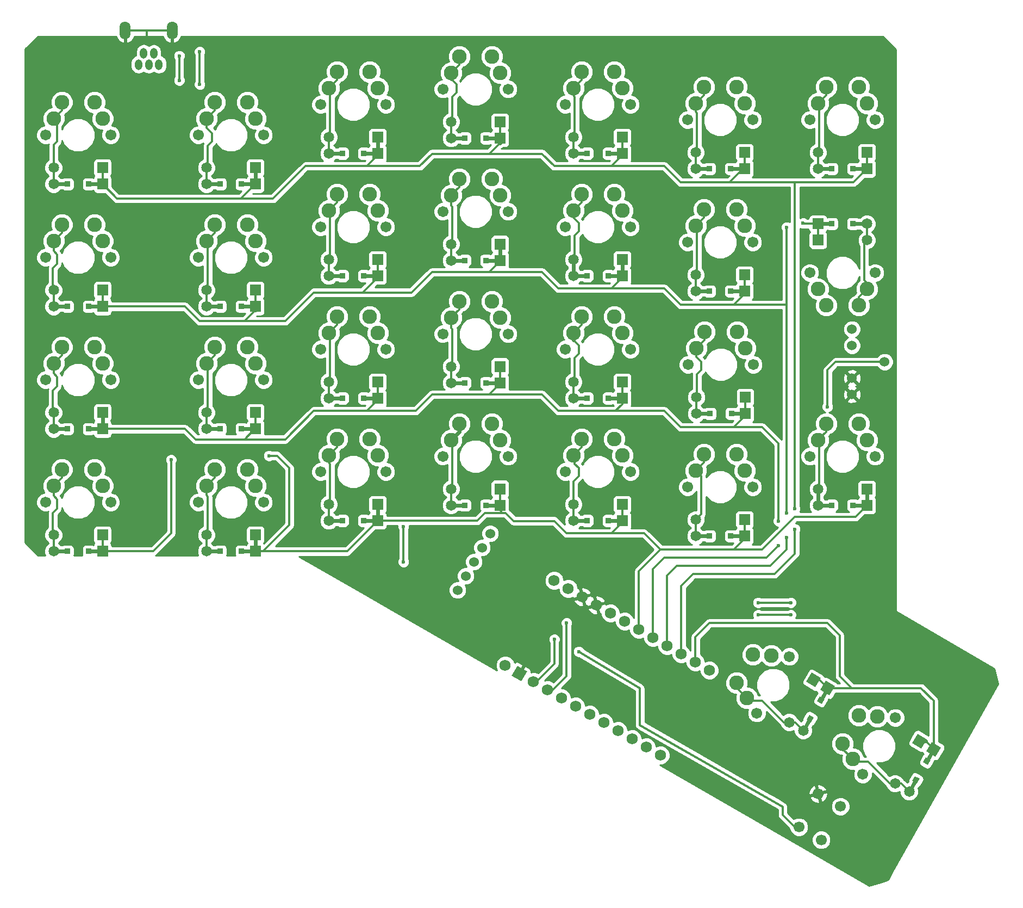
<source format=gbl>
G04 #@! TF.FileFunction,Copper,L2,Bot,Signal*
%FSLAX46Y46*%
G04 Gerber Fmt 4.6, Leading zero omitted, Abs format (unit mm)*
G04 Created by KiCad (PCBNEW 4.0.3+e1-6302~38~ubuntu14.04.1-stable) date Mon Aug 15 17:38:34 2016*
%MOMM*%
%LPD*%
G01*
G04 APERTURE LIST*
%ADD10C,0.100000*%
%ADD11C,0.609600*%
%ADD12C,2.286000*%
%ADD13C,1.701800*%
%ADD14C,1.651000*%
%ADD15C,1.752600*%
%ADD16R,1.651000X1.651000*%
%ADD17R,0.838200X0.838200*%
%ADD18O,1.143000X1.651000*%
%ADD19O,1.701800X2.794000*%
%ADD20C,1.524000*%
%ADD21C,0.800000*%
%ADD22C,1.700000*%
%ADD23C,0.600000*%
%ADD24C,0.300000*%
%ADD25C,0.600000*%
%ADD26C,0.254000*%
G04 APERTURE END LIST*
D10*
D11*
X121953114Y-108804557D02*
X123026264Y-106945806D01*
X124689964Y-104064194D02*
X125763114Y-102205443D01*
X5188000Y-23761000D02*
X7334300Y-23761000D01*
X10661700Y-23761000D02*
X12808000Y-23761000D01*
X29000000Y-23760000D02*
X31146300Y-23760000D01*
X34473700Y-23760000D02*
X36620000Y-23760000D01*
X48050000Y-18999000D02*
X50196300Y-18999000D01*
X53523700Y-18999000D02*
X55670000Y-18999000D01*
X67100000Y-16618000D02*
X69246300Y-16618000D01*
X72573700Y-16618000D02*
X74720000Y-16618000D01*
X86150000Y-18999000D02*
X88296300Y-18999000D01*
X91623700Y-18999000D02*
X93770000Y-18999000D01*
X105200000Y-21380000D02*
X107346300Y-21380000D01*
X110673700Y-21380000D02*
X112820000Y-21380000D01*
X124250000Y-21380000D02*
X126396300Y-21380000D01*
X129723700Y-21380000D02*
X131870000Y-21380000D01*
X5188000Y-42811000D02*
X7334300Y-42811000D01*
X10661700Y-42811000D02*
X12808000Y-42811000D01*
X29000000Y-42811000D02*
X31146300Y-42811000D01*
X34473700Y-42811000D02*
X36620000Y-42811000D01*
X48050000Y-38049000D02*
X50196300Y-38049000D01*
X53523700Y-38049000D02*
X55670000Y-38049000D01*
X67100000Y-35658000D02*
X69246300Y-35658000D01*
X72573700Y-35658000D02*
X74720000Y-35658000D01*
X86150000Y-38049000D02*
X88296300Y-38049000D01*
X91623700Y-38049000D02*
X93770000Y-38049000D01*
X105200000Y-40430000D02*
X107346300Y-40430000D01*
X110673700Y-40430000D02*
X112820000Y-40430000D01*
X5188000Y-61861000D02*
X7334300Y-61861000D01*
X10661700Y-61861000D02*
X12808000Y-61861000D01*
X29000000Y-61861000D02*
X31146300Y-61861000D01*
X34473700Y-61861000D02*
X36620000Y-61861000D01*
X48050000Y-57099000D02*
X50196300Y-57099000D01*
X53523700Y-57099000D02*
X55670000Y-57099000D01*
X67100000Y-54708000D02*
X69246300Y-54708000D01*
X72573700Y-54708000D02*
X74720000Y-54708000D01*
X86150000Y-57099000D02*
X88296300Y-57099000D01*
X91623700Y-57099000D02*
X93770000Y-57099000D01*
X105291000Y-59480000D02*
X107437300Y-59480000D01*
X110764700Y-59480000D02*
X112911000Y-59480000D01*
X131870000Y-29953000D02*
X129723700Y-29953000D01*
X126396300Y-29953000D02*
X124250000Y-29953000D01*
X5188000Y-80911000D02*
X7334300Y-80911000D01*
X10661700Y-80911000D02*
X12808000Y-80911000D01*
X29000000Y-80911000D02*
X31146300Y-80911000D01*
X34473700Y-80911000D02*
X36620000Y-80911000D01*
X48050000Y-76149000D02*
X50196300Y-76149000D01*
X53523700Y-76149000D02*
X55670000Y-76149000D01*
X67100000Y-73758000D02*
X69246300Y-73758000D01*
X72573700Y-73758000D02*
X74720000Y-73758000D01*
X86150000Y-76149000D02*
X88296300Y-76149000D01*
X91623700Y-76149000D02*
X93770000Y-76149000D01*
X105200000Y-78530000D02*
X107346300Y-78530000D01*
X110673700Y-78530000D02*
X112820000Y-78530000D01*
X124250000Y-73768000D02*
X126396300Y-73768000D01*
X129723700Y-73768000D02*
X131870000Y-73768000D01*
X138451114Y-118329557D02*
X139524264Y-116470806D01*
X141187964Y-113589194D02*
X142261114Y-111730443D01*
D12*
X114129591Y-96955295D03*
X113154295Y-103724557D03*
D13*
X114719000Y-106094409D03*
X119799000Y-97295591D03*
D12*
X116964295Y-97125443D03*
X111589591Y-101354705D03*
D14*
X119753409Y-107534557D03*
D10*
G36*
X123865563Y-102063097D02*
X122435755Y-101237597D01*
X123261255Y-99807789D01*
X124691063Y-100633289D01*
X123865563Y-102063097D01*
X123865563Y-102063097D01*
G37*
D14*
X121953114Y-108804557D03*
D10*
G36*
X126065268Y-103333097D02*
X124635460Y-102507597D01*
X125460960Y-101077789D01*
X126890768Y-101903289D01*
X126065268Y-103333097D01*
X126065268Y-103333097D01*
G37*
G36*
X123179665Y-107518307D02*
X122453763Y-107099207D01*
X122872863Y-106373305D01*
X123598765Y-106792405D01*
X123179665Y-107518307D01*
X123179665Y-107518307D01*
G37*
G36*
X124843365Y-104636695D02*
X124117463Y-104217595D01*
X124536563Y-103491693D01*
X125262465Y-103910793D01*
X124843365Y-104636695D01*
X124843365Y-104636695D01*
G37*
D15*
X85351330Y-86745886D03*
X87551034Y-88015886D03*
X89750739Y-89285886D03*
X91950443Y-90555886D03*
X94150148Y-91825886D03*
X96349852Y-93095886D03*
X98549557Y-94365886D03*
X100749261Y-95635886D03*
X102948966Y-96905886D03*
X105148670Y-98175886D03*
X107348375Y-99445886D03*
X99728375Y-112644114D03*
X97528670Y-111374114D03*
X95328966Y-110104114D03*
X93129261Y-108834114D03*
X90929557Y-107564114D03*
X88729852Y-106294114D03*
X86530148Y-105024114D03*
X84330443Y-103754114D03*
X82130739Y-102484114D03*
X79931034Y-101214114D03*
D10*
G36*
X76534282Y-100264862D02*
X77410582Y-98747066D01*
X78928378Y-99623366D01*
X78052078Y-101141162D01*
X76534282Y-100264862D01*
X76534282Y-100264862D01*
G37*
D15*
X75531625Y-98674114D03*
X83151625Y-85475886D03*
D12*
X11538000Y-11061000D03*
X5188000Y-13601000D03*
D13*
X3918000Y-16141000D03*
X14078000Y-16141000D03*
D12*
X12808000Y-13601000D03*
X6458000Y-11061000D03*
D14*
X5188000Y-21221000D03*
D16*
X12808000Y-21221000D03*
D14*
X5188000Y-23761000D03*
D16*
X12808000Y-23761000D03*
D17*
X7334300Y-23761000D03*
X10661700Y-23761000D03*
D12*
X35350000Y-11060000D03*
X29000000Y-13600000D03*
D13*
X27730000Y-16140000D03*
X37890000Y-16140000D03*
D12*
X36620000Y-13600000D03*
X30270000Y-11060000D03*
D14*
X29000000Y-21220000D03*
D16*
X36620000Y-21220000D03*
D14*
X29000000Y-23760000D03*
D16*
X36620000Y-23760000D03*
D17*
X31146300Y-23760000D03*
X34473700Y-23760000D03*
D12*
X54400000Y-6299000D03*
X48050000Y-8839000D03*
D13*
X46780000Y-11379000D03*
X56940000Y-11379000D03*
D12*
X55670000Y-8839000D03*
X49320000Y-6299000D03*
D14*
X48050000Y-16459000D03*
D16*
X55670000Y-16459000D03*
D14*
X48050000Y-18999000D03*
D16*
X55670000Y-18999000D03*
D17*
X50196300Y-18999000D03*
X53523700Y-18999000D03*
D12*
X73450000Y-3918000D03*
X67100000Y-6458000D03*
D13*
X65830000Y-8998000D03*
X75990000Y-8998000D03*
D12*
X74720000Y-6458000D03*
X68370000Y-3918000D03*
D14*
X67100000Y-14078000D03*
D16*
X74720000Y-14078000D03*
D14*
X67100000Y-16618000D03*
D16*
X74720000Y-16618000D03*
D17*
X69246300Y-16618000D03*
X72573700Y-16618000D03*
D12*
X92500000Y-6299000D03*
X86150000Y-8839000D03*
D13*
X84880000Y-11379000D03*
X95040000Y-11379000D03*
D12*
X93770000Y-8839000D03*
X87420000Y-6299000D03*
D14*
X86150000Y-16459000D03*
D16*
X93770000Y-16459000D03*
D14*
X86150000Y-18999000D03*
D16*
X93770000Y-18999000D03*
D17*
X88296300Y-18999000D03*
X91623700Y-18999000D03*
D12*
X111550000Y-8680000D03*
X105200000Y-11220000D03*
D13*
X103930000Y-13760000D03*
X114090000Y-13760000D03*
D12*
X112820000Y-11220000D03*
X106470000Y-8680000D03*
D14*
X105200000Y-18840000D03*
D16*
X112820000Y-18840000D03*
D14*
X105200000Y-21380000D03*
D16*
X112820000Y-21380000D03*
D17*
X107346300Y-21380000D03*
X110673700Y-21380000D03*
D12*
X130600000Y-8680000D03*
X124250000Y-11220000D03*
D13*
X122980000Y-13760000D03*
X133140000Y-13760000D03*
D12*
X131870000Y-11220000D03*
X125520000Y-8680000D03*
D14*
X124250000Y-18840000D03*
D16*
X131870000Y-18840000D03*
D14*
X124250000Y-21380000D03*
D16*
X131870000Y-21380000D03*
D17*
X126396300Y-21380000D03*
X129723700Y-21380000D03*
D12*
X11538000Y-30111000D03*
X5188000Y-32651000D03*
D13*
X3918000Y-35191000D03*
X14078000Y-35191000D03*
D12*
X12808000Y-32651000D03*
X6458000Y-30111000D03*
D14*
X5188000Y-40271000D03*
D16*
X12808000Y-40271000D03*
D14*
X5188000Y-42811000D03*
D16*
X12808000Y-42811000D03*
D17*
X7334300Y-42811000D03*
X10661700Y-42811000D03*
D12*
X35350000Y-30111000D03*
X29000000Y-32651000D03*
D13*
X27730000Y-35191000D03*
X37890000Y-35191000D03*
D12*
X36620000Y-32651000D03*
X30270000Y-30111000D03*
D14*
X29000000Y-40271000D03*
D16*
X36620000Y-40271000D03*
D14*
X29000000Y-42811000D03*
D16*
X36620000Y-42811000D03*
D17*
X31146300Y-42811000D03*
X34473700Y-42811000D03*
D12*
X54400000Y-25349000D03*
X48050000Y-27889000D03*
D13*
X46780000Y-30429000D03*
X56940000Y-30429000D03*
D12*
X55670000Y-27889000D03*
X49320000Y-25349000D03*
D14*
X48050000Y-35509000D03*
D16*
X55670000Y-35509000D03*
D14*
X48050000Y-38049000D03*
D16*
X55670000Y-38049000D03*
D17*
X50196300Y-38049000D03*
X53523700Y-38049000D03*
D12*
X73450000Y-22958000D03*
X67100000Y-25498000D03*
D13*
X65830000Y-28038000D03*
X75990000Y-28038000D03*
D12*
X74720000Y-25498000D03*
X68370000Y-22958000D03*
D14*
X67100000Y-33118000D03*
D16*
X74720000Y-33118000D03*
D14*
X67100000Y-35658000D03*
D16*
X74720000Y-35658000D03*
D17*
X69246300Y-35658000D03*
X72573700Y-35658000D03*
D12*
X92500000Y-25349000D03*
X86150000Y-27889000D03*
D13*
X84880000Y-30429000D03*
X95040000Y-30429000D03*
D12*
X93770000Y-27889000D03*
X87420000Y-25349000D03*
D14*
X86150000Y-35509000D03*
D16*
X93770000Y-35509000D03*
D14*
X86150000Y-38049000D03*
D16*
X93770000Y-38049000D03*
D17*
X88296300Y-38049000D03*
X91623700Y-38049000D03*
D12*
X111550000Y-27730000D03*
X105200000Y-30270000D03*
D13*
X103930000Y-32810000D03*
X114090000Y-32810000D03*
D12*
X112820000Y-30270000D03*
X106470000Y-27730000D03*
D14*
X105200000Y-37890000D03*
D16*
X112820000Y-37890000D03*
D14*
X105200000Y-40430000D03*
D16*
X112820000Y-40430000D03*
D17*
X107346300Y-40430000D03*
X110673700Y-40430000D03*
D12*
X11538000Y-49161000D03*
X5188000Y-51701000D03*
D13*
X3918000Y-54241000D03*
X14078000Y-54241000D03*
D12*
X12808000Y-51701000D03*
X6458000Y-49161000D03*
D14*
X5188000Y-59321000D03*
D16*
X12808000Y-59321000D03*
D14*
X5188000Y-61861000D03*
D16*
X12808000Y-61861000D03*
D17*
X7334300Y-61861000D03*
X10661700Y-61861000D03*
D12*
X35350000Y-49161000D03*
X29000000Y-51701000D03*
D13*
X27730000Y-54241000D03*
X37890000Y-54241000D03*
D12*
X36620000Y-51701000D03*
X30270000Y-49161000D03*
D14*
X29000000Y-59321000D03*
D16*
X36620000Y-59321000D03*
D14*
X29000000Y-61861000D03*
D16*
X36620000Y-61861000D03*
D17*
X31146300Y-61861000D03*
X34473700Y-61861000D03*
D12*
X54400000Y-44399000D03*
X48050000Y-46939000D03*
D13*
X46780000Y-49479000D03*
X56940000Y-49479000D03*
D12*
X55670000Y-46939000D03*
X49320000Y-44399000D03*
D14*
X48050000Y-54559000D03*
D16*
X55670000Y-54559000D03*
D14*
X48050000Y-57099000D03*
D16*
X55670000Y-57099000D03*
D17*
X50196300Y-57099000D03*
X53523700Y-57099000D03*
D12*
X73450000Y-42008000D03*
X67100000Y-44548000D03*
D13*
X65830000Y-47088000D03*
X75990000Y-47088000D03*
D12*
X74720000Y-44548000D03*
X68370000Y-42008000D03*
D14*
X67100000Y-52168000D03*
D16*
X74720000Y-52168000D03*
D14*
X67100000Y-54708000D03*
D16*
X74720000Y-54708000D03*
D17*
X69246300Y-54708000D03*
X72573700Y-54708000D03*
D12*
X92500000Y-44399000D03*
X86150000Y-46939000D03*
D13*
X84880000Y-49479000D03*
X95040000Y-49479000D03*
D12*
X93770000Y-46939000D03*
X87420000Y-44399000D03*
D14*
X86150000Y-54559000D03*
D16*
X93770000Y-54559000D03*
D14*
X86150000Y-57099000D03*
D16*
X93770000Y-57099000D03*
D17*
X88296300Y-57099000D03*
X91623700Y-57099000D03*
D12*
X111641000Y-46780000D03*
X105291000Y-49320000D03*
D13*
X104021000Y-51860000D03*
X114181000Y-51860000D03*
D12*
X112911000Y-49320000D03*
X106561000Y-46780000D03*
D14*
X105291000Y-56940000D03*
D16*
X112911000Y-56940000D03*
D14*
X105291000Y-59480000D03*
D16*
X112911000Y-59480000D03*
D17*
X107437300Y-59480000D03*
X110764700Y-59480000D03*
D12*
X125520000Y-42653000D03*
X131870000Y-40113000D03*
D13*
X133140000Y-37573000D03*
X122980000Y-37573000D03*
D12*
X124250000Y-40113000D03*
X130600000Y-42653000D03*
D14*
X131870000Y-32493000D03*
D16*
X124250000Y-32493000D03*
D14*
X131870000Y-29953000D03*
D16*
X124250000Y-29953000D03*
D17*
X129723700Y-29953000D03*
X126396300Y-29953000D03*
D12*
X11538000Y-68211000D03*
X5188000Y-70751000D03*
D13*
X3918000Y-73291000D03*
X14078000Y-73291000D03*
D12*
X12808000Y-70751000D03*
X6458000Y-68211000D03*
D14*
X5188000Y-78371000D03*
D16*
X12808000Y-78371000D03*
D14*
X5188000Y-80911000D03*
D16*
X12808000Y-80911000D03*
D17*
X7334300Y-80911000D03*
X10661700Y-80911000D03*
D12*
X35350000Y-68211000D03*
X29000000Y-70751000D03*
D13*
X27730000Y-73291000D03*
X37890000Y-73291000D03*
D12*
X36620000Y-70751000D03*
X30270000Y-68211000D03*
D14*
X29000000Y-78371000D03*
D16*
X36620000Y-78371000D03*
D14*
X29000000Y-80911000D03*
D16*
X36620000Y-80911000D03*
D17*
X31146300Y-80911000D03*
X34473700Y-80911000D03*
D12*
X54400000Y-63449000D03*
X48050000Y-65989000D03*
D13*
X46780000Y-68529000D03*
X56940000Y-68529000D03*
D12*
X55670000Y-65989000D03*
X49320000Y-63449000D03*
D14*
X48050000Y-73609000D03*
D16*
X55670000Y-73609000D03*
D14*
X48050000Y-76149000D03*
D16*
X55670000Y-76149000D03*
D17*
X50196300Y-76149000D03*
X53523700Y-76149000D03*
D12*
X73450000Y-61058000D03*
X67100000Y-63598000D03*
D13*
X65830000Y-66138000D03*
X75990000Y-66138000D03*
D12*
X74720000Y-63598000D03*
X68370000Y-61058000D03*
D14*
X67100000Y-71218000D03*
D16*
X74720000Y-71218000D03*
D14*
X67100000Y-73758000D03*
D16*
X74720000Y-73758000D03*
D17*
X69246300Y-73758000D03*
X72573700Y-73758000D03*
D12*
X92500000Y-63449000D03*
X86150000Y-65989000D03*
D13*
X84880000Y-68529000D03*
X95040000Y-68529000D03*
D12*
X93770000Y-65989000D03*
X87420000Y-63449000D03*
D14*
X86150000Y-73609000D03*
D16*
X93770000Y-73609000D03*
D14*
X86150000Y-76149000D03*
D16*
X93770000Y-76149000D03*
D17*
X88296300Y-76149000D03*
X91623700Y-76149000D03*
D12*
X111550000Y-65830000D03*
X105200000Y-68370000D03*
D13*
X103930000Y-70910000D03*
X114090000Y-70910000D03*
D12*
X112820000Y-68370000D03*
X106470000Y-65830000D03*
D14*
X105200000Y-75990000D03*
D16*
X112820000Y-75990000D03*
D14*
X105200000Y-78530000D03*
D16*
X112820000Y-78530000D03*
D17*
X107346300Y-78530000D03*
X110673700Y-78530000D03*
D12*
X130600000Y-61068000D03*
X124250000Y-63608000D03*
D13*
X122980000Y-66148000D03*
X133140000Y-66148000D03*
D12*
X131870000Y-63608000D03*
X125520000Y-61068000D03*
D14*
X124250000Y-71228000D03*
D16*
X131870000Y-71228000D03*
D14*
X124250000Y-73768000D03*
D16*
X131870000Y-73768000D03*
D17*
X126396300Y-73768000D03*
X129723700Y-73768000D03*
D12*
X130627591Y-106480295D03*
X129652295Y-113249557D03*
D13*
X131217000Y-115619409D03*
X136297000Y-106820591D03*
D12*
X133462295Y-106650443D03*
X128087591Y-110879705D03*
D14*
X136251409Y-117059557D03*
D10*
G36*
X140363563Y-111588097D02*
X138933755Y-110762597D01*
X139759255Y-109332789D01*
X141189063Y-110158289D01*
X140363563Y-111588097D01*
X140363563Y-111588097D01*
G37*
D14*
X138451114Y-118329557D03*
D10*
G36*
X142563268Y-112858097D02*
X141133460Y-112032597D01*
X141958960Y-110602789D01*
X143388768Y-111428289D01*
X142563268Y-112858097D01*
X142563268Y-112858097D01*
G37*
G36*
X139677665Y-117043307D02*
X138951763Y-116624207D01*
X139370863Y-115898305D01*
X140096765Y-116317405D01*
X139677665Y-117043307D01*
X139677665Y-117043307D01*
G37*
G36*
X141341365Y-114161695D02*
X140615463Y-113742595D01*
X141034563Y-113016693D01*
X141760465Y-113435793D01*
X141341365Y-114161695D01*
X141341365Y-114161695D01*
G37*
D18*
X21600200Y-5168900D03*
X20800100Y-3421380D03*
X20000000Y-5168900D03*
X19199900Y-3421380D03*
X18399800Y-5168900D03*
D19*
X16352560Y154940D03*
X23647440Y154940D03*
D20*
X73195148Y-78150591D03*
X71925148Y-80350295D03*
X70655148Y-82550000D03*
X69385148Y-84749705D03*
X68115148Y-86949409D03*
D21*
X146685000Y-101600000D03*
X131445000Y-126365000D03*
X132080000Y-4445000D03*
X4445000Y-5715000D03*
D20*
X134620000Y-51435000D03*
X129540000Y-46355000D03*
X129540000Y-48895000D03*
X129540000Y-53975000D03*
X129540000Y-56515000D03*
D22*
X127749102Y-120628848D03*
X124749102Y-125825000D03*
X124285000Y-118628848D03*
X121285000Y-123825000D03*
D23*
X85090000Y-92075000D03*
X114935000Y-88900000D03*
X120015000Y-88900000D03*
X125730000Y-58420000D03*
X120015000Y-90805000D03*
X114935000Y-90805000D03*
X38735000Y-66040000D03*
X23495000Y-66675000D03*
X118110000Y-80010000D03*
X118110000Y-76200000D03*
X119380000Y-74930000D03*
X119380000Y-78740000D03*
X119380000Y-30480000D03*
X121920000Y-29845000D03*
X120650000Y-77470000D03*
X120650000Y-74295000D03*
X59690000Y-77049002D03*
X59690000Y-82550000D03*
X24765000Y-3810000D03*
X24765000Y-7620000D03*
X27940000Y-3175000D03*
X27940000Y-8255000D03*
X86995000Y-96520000D03*
X83185000Y-94615000D03*
D24*
X16352560Y154940D02*
X19685000Y154940D01*
X19685000Y154940D02*
X19685000Y-1270000D01*
X19685000Y154940D02*
X23647440Y154940D01*
X82130739Y-102484114D02*
X82935886Y-102484114D01*
X82935886Y-102484114D02*
X85090000Y-100330000D01*
X85090000Y-100330000D02*
X85090000Y-92075000D01*
X114935000Y-88900000D02*
X120015000Y-88900000D01*
X127000000Y-51435000D02*
X128905000Y-51435000D01*
X125730000Y-52705000D02*
X127000000Y-51435000D01*
X125730000Y-58420000D02*
X125730000Y-52705000D01*
X128905000Y-51435000D02*
X134620000Y-51435000D01*
X114935000Y-90805000D02*
X120015000Y-90805000D01*
X127635000Y-100330000D02*
X129510443Y-102205443D01*
X129540000Y-102235000D02*
X129540000Y-102205443D01*
X129510443Y-102205443D02*
X129540000Y-102235000D01*
X127635000Y-100330000D02*
X127635000Y-93980000D01*
X127635000Y-93980000D02*
X125730000Y-92075000D01*
X127635000Y-102205443D02*
X129540000Y-102205443D01*
X129540000Y-102205443D02*
X140305443Y-102205443D01*
X140305443Y-102205443D02*
X142261114Y-104161114D01*
X105148670Y-94241330D02*
X105148670Y-98175886D01*
X107315000Y-92075000D02*
X105148670Y-94241330D01*
X125730000Y-92075000D02*
X107315000Y-92075000D01*
X125763114Y-102205443D02*
X127635000Y-102205443D01*
X142261114Y-104161114D02*
X142261114Y-111730443D01*
D25*
X140061409Y-110460443D02*
X140991114Y-110460443D01*
D24*
X140991114Y-110460443D02*
X142261114Y-111730443D01*
X123563409Y-100935443D02*
X124493114Y-100935443D01*
X124493114Y-100935443D02*
X125763114Y-102205443D01*
X96349852Y-93095886D02*
X96349852Y-83990148D01*
X96349852Y-83990148D02*
X99695000Y-80645000D01*
X23495000Y-70485000D02*
X23495000Y-66675000D01*
X20689000Y-80911000D02*
X23495000Y-78105000D01*
X23495000Y-78105000D02*
X23495000Y-70485000D01*
X41910000Y-67945000D02*
X41910000Y-76835000D01*
X40005000Y-66040000D02*
X41910000Y-67945000D01*
X38735000Y-66040000D02*
X40005000Y-66040000D01*
X37834000Y-80911000D02*
X41910000Y-76835000D01*
X20689000Y-80911000D02*
X12808000Y-80911000D01*
X37834000Y-80911000D02*
X50908000Y-80911000D01*
X50908000Y-80911000D02*
X55670000Y-76149000D01*
X36620000Y-80911000D02*
X37834000Y-80911000D01*
X12808000Y-78371000D02*
X12808000Y-80911000D01*
D25*
X36620000Y-80911000D02*
X36620000Y-78371000D01*
D24*
X55670000Y-76149000D02*
X71120000Y-76149000D01*
D25*
X55670000Y-73609000D02*
X55670000Y-76149000D01*
D24*
X74930000Y-74930000D02*
X74930000Y-73968000D01*
D25*
X74930000Y-73968000D02*
X74720000Y-73758000D01*
D24*
X71120000Y-76149000D02*
X71171000Y-76149000D01*
X75565000Y-74930000D02*
X76835000Y-76200000D01*
X72390000Y-74930000D02*
X74930000Y-74930000D01*
X74930000Y-74930000D02*
X75565000Y-74930000D01*
X71171000Y-76149000D02*
X72390000Y-74930000D01*
X96520000Y-78105000D02*
X97155000Y-78105000D01*
X97155000Y-78105000D02*
X99695000Y-80645000D01*
X103505000Y-80645000D02*
X99695000Y-80645000D01*
X103505000Y-80645000D02*
X111125000Y-80645000D01*
X92075000Y-78105000D02*
X93980000Y-78105000D01*
X93980000Y-78105000D02*
X96520000Y-78105000D01*
X113030000Y-80645000D02*
X115570000Y-80645000D01*
X111125000Y-80645000D02*
X113030000Y-80645000D01*
X130073000Y-75565000D02*
X131870000Y-73768000D01*
X120650000Y-75565000D02*
X130073000Y-75565000D01*
X115570000Y-80645000D02*
X120650000Y-75565000D01*
D25*
X112820000Y-78530000D02*
X112820000Y-78950000D01*
D24*
X112820000Y-78950000D02*
X111125000Y-80645000D01*
D25*
X93770000Y-76149000D02*
X93770000Y-76410000D01*
D24*
X93770000Y-76410000D02*
X92075000Y-78105000D01*
X85090000Y-78105000D02*
X92075000Y-78105000D01*
X74720000Y-73758000D02*
X74720000Y-74505000D01*
X74720000Y-71218000D02*
X74720000Y-73758000D01*
X93770000Y-73609000D02*
X93770000Y-76149000D01*
X112820000Y-75990000D02*
X112820000Y-78530000D01*
D25*
X131870000Y-71228000D02*
X131870000Y-73768000D01*
D24*
X83185000Y-76200000D02*
X85090000Y-78105000D01*
X76835000Y-76200000D02*
X83185000Y-76200000D01*
X39370000Y-63500000D02*
X41275000Y-63500000D01*
X34925000Y-63500000D02*
X39370000Y-63500000D01*
X45720000Y-59055000D02*
X53975000Y-59055000D01*
X41275000Y-63500000D02*
X45720000Y-59055000D01*
D25*
X36620000Y-61861000D02*
X36564000Y-61861000D01*
D24*
X36564000Y-61861000D02*
X34925000Y-63500000D01*
X12808000Y-61861000D02*
X25666000Y-61861000D01*
X27305000Y-63500000D02*
X34925000Y-63500000D01*
X25666000Y-61861000D02*
X27305000Y-63500000D01*
D25*
X12808000Y-59321000D02*
X12808000Y-61861000D01*
D24*
X36620000Y-59321000D02*
X36620000Y-61861000D01*
X59055000Y-59055000D02*
X61595000Y-59055000D01*
X53975000Y-59055000D02*
X59055000Y-59055000D01*
X61595000Y-59055000D02*
X64135000Y-56515000D01*
D25*
X55670000Y-57099000D02*
X55670000Y-57360000D01*
D24*
X55670000Y-57360000D02*
X53975000Y-59055000D01*
X55670000Y-54559000D02*
X55670000Y-57099000D01*
X118110000Y-80010000D02*
X116205000Y-81915000D01*
X118110000Y-64135000D02*
X118110000Y-76200000D01*
X98549557Y-83695443D02*
X98549557Y-94365886D01*
X100330000Y-81915000D02*
X98549557Y-83695443D01*
X116205000Y-81915000D02*
X100330000Y-81915000D01*
X93770000Y-57099000D02*
X93770000Y-57995000D01*
X73025000Y-56515000D02*
X78105000Y-56515000D01*
D25*
X74720000Y-54708000D02*
X74720000Y-54820000D01*
D24*
X74720000Y-54820000D02*
X73025000Y-56515000D01*
X64135000Y-56515000D02*
X73025000Y-56515000D01*
X74720000Y-52168000D02*
X74720000Y-54708000D01*
X93770000Y-54559000D02*
X93770000Y-57099000D01*
X112911000Y-59480000D02*
X112911000Y-56940000D01*
X115570000Y-61595000D02*
X118110000Y-64135000D01*
X111125000Y-61595000D02*
X115570000Y-61595000D01*
D25*
X112911000Y-59480000D02*
X112911000Y-59809000D01*
D24*
X112911000Y-59809000D02*
X111125000Y-61595000D01*
X102870000Y-61595000D02*
X111125000Y-61595000D01*
X100330000Y-59055000D02*
X102870000Y-61595000D01*
X95250000Y-59055000D02*
X100330000Y-59055000D01*
X92710000Y-59055000D02*
X95250000Y-59055000D01*
X93770000Y-57995000D02*
X92710000Y-59055000D01*
X78105000Y-56515000D02*
X81280000Y-56515000D01*
X81280000Y-56515000D02*
X83820000Y-59055000D01*
X83820000Y-59055000D02*
X92710000Y-59055000D01*
X100749261Y-95635886D02*
X100749261Y-84670739D01*
X102235000Y-83185000D02*
X102870000Y-83185000D01*
X100749261Y-84670739D02*
X102235000Y-83185000D01*
X117475000Y-42545000D02*
X119380000Y-42545000D01*
X119380000Y-44450000D02*
X119380000Y-42545000D01*
X119380000Y-78740000D02*
X119380000Y-80645000D01*
X119380000Y-50800000D02*
X119380000Y-74930000D01*
X119380000Y-44450000D02*
X119380000Y-46990000D01*
X116840000Y-83185000D02*
X102870000Y-83185000D01*
X119380000Y-80645000D02*
X116840000Y-83185000D01*
X119380000Y-46990000D02*
X119380000Y-50800000D01*
X119380000Y-42545000D02*
X119380000Y-40640000D01*
X122028000Y-29953000D02*
X124250000Y-29953000D01*
X119380000Y-40640000D02*
X119380000Y-30480000D01*
X121920000Y-29845000D02*
X122028000Y-29953000D01*
X124250000Y-32493000D02*
X124250000Y-29953000D01*
X113665000Y-42545000D02*
X117475000Y-42545000D01*
X113665000Y-42545000D02*
X111125000Y-42545000D01*
X38100000Y-45085000D02*
X41275000Y-45085000D01*
X34925000Y-45085000D02*
X38100000Y-45085000D01*
X45720000Y-40640000D02*
X53340000Y-40640000D01*
X41275000Y-45085000D02*
X45720000Y-40640000D01*
D25*
X36620000Y-42811000D02*
X36620000Y-43390000D01*
D24*
X36620000Y-43390000D02*
X34925000Y-45085000D01*
X12808000Y-42811000D02*
X25666000Y-42811000D01*
X25666000Y-42811000D02*
X27940000Y-45085000D01*
X27940000Y-45085000D02*
X34925000Y-45085000D01*
X12808000Y-40271000D02*
X12808000Y-42811000D01*
X36620000Y-40271000D02*
X36620000Y-42811000D01*
X58420000Y-40640000D02*
X60960000Y-40640000D01*
X53340000Y-40640000D02*
X58420000Y-40640000D01*
X60960000Y-40640000D02*
X64135000Y-37465000D01*
D25*
X55670000Y-38049000D02*
X55670000Y-38310000D01*
D24*
X55670000Y-38310000D02*
X53340000Y-40640000D01*
X55670000Y-35509000D02*
X55670000Y-38049000D01*
X102870000Y-42545000D02*
X111125000Y-42545000D01*
D25*
X112820000Y-40430000D02*
X112820000Y-40850000D01*
D24*
X112820000Y-40850000D02*
X111125000Y-42545000D01*
D25*
X93770000Y-38049000D02*
X93770000Y-38310000D01*
D24*
X93770000Y-38310000D02*
X92075000Y-40005000D01*
X76835000Y-37465000D02*
X81280000Y-37465000D01*
X73025000Y-37465000D02*
X76835000Y-37465000D01*
D25*
X74720000Y-35658000D02*
X74720000Y-35770000D01*
D24*
X74720000Y-35770000D02*
X73025000Y-37465000D01*
X64135000Y-37465000D02*
X73025000Y-37465000D01*
D25*
X74720000Y-33118000D02*
X74720000Y-35658000D01*
X93770000Y-35509000D02*
X93770000Y-38049000D01*
D24*
X112820000Y-40430000D02*
X112820000Y-37890000D01*
X93980000Y-40005000D02*
X100330000Y-40005000D01*
X92075000Y-40005000D02*
X93980000Y-40005000D01*
X100330000Y-40005000D02*
X102870000Y-42545000D01*
X83820000Y-40005000D02*
X92075000Y-40005000D01*
X81280000Y-37465000D02*
X83820000Y-40005000D01*
X120650000Y-45720000D02*
X120650000Y-49530000D01*
X120650000Y-81280000D02*
X117475000Y-84455000D01*
X117475000Y-84455000D02*
X104775000Y-84455000D01*
X104775000Y-84455000D02*
X102948966Y-86281034D01*
X102948966Y-96905886D02*
X102948966Y-86281034D01*
X120650000Y-55880000D02*
X120650000Y-74295000D01*
X120650000Y-49530000D02*
X120650000Y-55880000D01*
X120650000Y-45720000D02*
X120650000Y-23495000D01*
X120650000Y-77470000D02*
X120650000Y-81280000D01*
X28575000Y-26035000D02*
X15082000Y-26035000D01*
X15082000Y-26035000D02*
X12808000Y-23761000D01*
X39370000Y-26035000D02*
X44450000Y-20955000D01*
X44450000Y-20955000D02*
X53975000Y-20955000D01*
X34345000Y-26035000D02*
X39370000Y-26035000D01*
X34345000Y-26035000D02*
X36620000Y-23760000D01*
X28575000Y-26035000D02*
X34345000Y-26035000D01*
X12808000Y-21221000D02*
X12808000Y-23761000D01*
D25*
X36620000Y-21220000D02*
X36620000Y-23760000D01*
D24*
X57785000Y-20955000D02*
X62230000Y-20955000D01*
X53975000Y-20955000D02*
X57785000Y-20955000D01*
X62230000Y-20955000D02*
X64135000Y-19050000D01*
D25*
X55670000Y-18999000D02*
X55670000Y-19260000D01*
D24*
X55670000Y-19260000D02*
X53975000Y-20955000D01*
D25*
X55670000Y-16459000D02*
X55670000Y-18999000D01*
D24*
X116205000Y-23495000D02*
X120650000Y-23495000D01*
X120650000Y-23495000D02*
X129755000Y-23495000D01*
X110490000Y-23495000D02*
X116205000Y-23495000D01*
X102870000Y-23495000D02*
X110490000Y-23495000D01*
X100330000Y-20955000D02*
X102870000Y-23495000D01*
X129755000Y-23495000D02*
X131870000Y-21380000D01*
D25*
X112820000Y-21380000D02*
X112605000Y-21380000D01*
D24*
X112605000Y-21380000D02*
X110490000Y-23495000D01*
D25*
X93770000Y-18999000D02*
X93770000Y-19260000D01*
D24*
X93770000Y-19260000D02*
X92075000Y-20955000D01*
X74930000Y-19050000D02*
X81280000Y-19050000D01*
X73025000Y-19050000D02*
X74930000Y-19050000D01*
D25*
X74720000Y-16618000D02*
X74720000Y-17355000D01*
D24*
X74720000Y-17355000D02*
X73025000Y-19050000D01*
X64135000Y-19050000D02*
X73025000Y-19050000D01*
X74720000Y-14078000D02*
X74720000Y-16618000D01*
X93770000Y-16459000D02*
X93770000Y-18999000D01*
X112820000Y-21380000D02*
X112820000Y-18840000D01*
X131870000Y-18840000D02*
X131870000Y-21380000D01*
X94615000Y-20955000D02*
X100330000Y-20955000D01*
X92075000Y-20955000D02*
X94615000Y-20955000D01*
X83185000Y-20955000D02*
X92075000Y-20955000D01*
X81280000Y-19050000D02*
X83185000Y-20955000D01*
X59690000Y-79375000D02*
X59690000Y-82550000D01*
X59690000Y-79375000D02*
X59690000Y-77049002D01*
X5188000Y-21221000D02*
X5188000Y-23761000D01*
X5188000Y-13601000D02*
X5188000Y-14078000D01*
X5188000Y-14078000D02*
X5715000Y-14605000D01*
X5715000Y-14605000D02*
X5715000Y-17145000D01*
X5715000Y-17145000D02*
X5188000Y-17672000D01*
X5188000Y-17672000D02*
X5188000Y-21221000D01*
X6458000Y-11061000D02*
X6458000Y-12331000D01*
X6458000Y-12331000D02*
X5080000Y-13709000D01*
X29000000Y-21220000D02*
X29000000Y-23760000D01*
X29000000Y-13600000D02*
X29000000Y-15030000D01*
X29210000Y-17780000D02*
X29210000Y-21010000D01*
X29845000Y-17145000D02*
X29210000Y-17780000D01*
X29845000Y-15875000D02*
X29845000Y-17145000D01*
X29000000Y-15030000D02*
X29845000Y-15875000D01*
X29210000Y-21010000D02*
X29000000Y-21220000D01*
X30270000Y-11060000D02*
X30270000Y-12330000D01*
X30270000Y-12330000D02*
X29210000Y-13390000D01*
X48050000Y-16459000D02*
X48050000Y-18999000D01*
X49320000Y-7569000D02*
X48260000Y-8629000D01*
X48260000Y-8629000D02*
X48260000Y-16249000D01*
D25*
X48260000Y-16249000D02*
X48050000Y-16459000D01*
D24*
X49320000Y-6299000D02*
X49320000Y-7569000D01*
D25*
X67100000Y-6458000D02*
X67100000Y-7410000D01*
D24*
X67100000Y-7410000D02*
X67945000Y-8255000D01*
X67310000Y-10160000D02*
X67310000Y-13868000D01*
X67945000Y-9525000D02*
X67310000Y-10160000D01*
X67945000Y-8255000D02*
X67945000Y-9525000D01*
D25*
X67310000Y-13868000D02*
X67100000Y-14078000D01*
D24*
X67100000Y-14078000D02*
X67100000Y-16618000D01*
X68370000Y-3918000D02*
X68370000Y-5188000D01*
X68370000Y-5188000D02*
X67100000Y-6458000D01*
X86150000Y-16459000D02*
X86150000Y-18999000D01*
X86150000Y-8839000D02*
X86150000Y-9950000D01*
X86150000Y-9950000D02*
X86360000Y-10160000D01*
X86360000Y-10160000D02*
X86360000Y-16249000D01*
D25*
X86360000Y-16249000D02*
X86150000Y-16459000D01*
D24*
X87420000Y-6299000D02*
X87420000Y-7569000D01*
X87420000Y-7569000D02*
X86150000Y-8839000D01*
X106470000Y-8680000D02*
X106470000Y-9950000D01*
X106470000Y-9950000D02*
X105200000Y-11220000D01*
X105200000Y-11220000D02*
X105200000Y-12490000D01*
X105200000Y-12490000D02*
X105410000Y-12700000D01*
X105410000Y-12700000D02*
X105410000Y-18630000D01*
D25*
X105410000Y-18630000D02*
X105200000Y-18840000D01*
D24*
X105200000Y-18840000D02*
X105200000Y-21380000D01*
X124250000Y-21380000D02*
X124250000Y-18840000D01*
X125520000Y-8680000D02*
X125520000Y-9950000D01*
X125520000Y-9950000D02*
X124460000Y-11010000D01*
X124460000Y-11010000D02*
X124460000Y-18630000D01*
D25*
X124460000Y-18630000D02*
X124250000Y-18840000D01*
D24*
X124460000Y-18630000D02*
X124250000Y-18840000D01*
X5188000Y-40271000D02*
X5188000Y-42811000D01*
X5188000Y-32651000D02*
X5188000Y-34182000D01*
X5080000Y-36830000D02*
X5080000Y-40163000D01*
X5715000Y-36195000D02*
X5080000Y-36830000D01*
X5715000Y-34709000D02*
X5715000Y-36195000D01*
X5188000Y-34182000D02*
X5715000Y-34709000D01*
X5080000Y-40163000D02*
X5188000Y-40271000D01*
X6458000Y-30111000D02*
X6458000Y-31381000D01*
X6458000Y-31381000D02*
X5080000Y-32759000D01*
X30270000Y-30111000D02*
X30270000Y-31381000D01*
X30270000Y-31381000D02*
X29210000Y-32441000D01*
X29210000Y-32441000D02*
X29210000Y-40061000D01*
D25*
X29210000Y-40061000D02*
X29000000Y-40271000D01*
D24*
X29000000Y-40271000D02*
X29000000Y-42811000D01*
X48050000Y-35509000D02*
X48050000Y-38049000D01*
X49320000Y-26619000D02*
X48260000Y-27679000D01*
X48260000Y-27679000D02*
X48260000Y-35299000D01*
D25*
X48260000Y-35299000D02*
X48050000Y-35509000D01*
D24*
X49320000Y-25349000D02*
X49320000Y-26619000D01*
X67100000Y-33118000D02*
X67100000Y-35658000D01*
X67100000Y-25498000D02*
X67100000Y-27095000D01*
X67310000Y-27305000D02*
X67310000Y-32908000D01*
X67100000Y-27095000D02*
X67310000Y-27305000D01*
X67310000Y-32908000D02*
X67100000Y-33118000D01*
X68370000Y-22958000D02*
X68370000Y-24228000D01*
X68370000Y-24228000D02*
X67310000Y-25288000D01*
D25*
X86150000Y-38049000D02*
X86150000Y-35509000D01*
D24*
X87420000Y-25349000D02*
X87420000Y-26619000D01*
X87420000Y-26619000D02*
X86150000Y-27889000D01*
X86150000Y-27889000D02*
X86150000Y-29000000D01*
X86150000Y-29000000D02*
X86995000Y-29845000D01*
X86995000Y-29845000D02*
X86995000Y-31115000D01*
X86995000Y-31115000D02*
X86360000Y-31750000D01*
X86360000Y-31750000D02*
X86360000Y-35299000D01*
D25*
X86360000Y-35299000D02*
X86150000Y-35509000D01*
D24*
X105200000Y-40430000D02*
X105200000Y-37890000D01*
X106470000Y-27730000D02*
X106470000Y-29000000D01*
X106470000Y-29000000D02*
X105410000Y-30060000D01*
X105410000Y-30060000D02*
X105410000Y-37680000D01*
D25*
X105410000Y-37680000D02*
X105200000Y-37890000D01*
D24*
X5188000Y-59321000D02*
X5188000Y-61861000D01*
X5188000Y-51701000D02*
X5188000Y-53232000D01*
X5080000Y-55880000D02*
X5080000Y-59213000D01*
X5715000Y-55245000D02*
X5080000Y-55880000D01*
X5715000Y-53759000D02*
X5715000Y-55245000D01*
X5188000Y-53232000D02*
X5715000Y-53759000D01*
X5080000Y-59213000D02*
X5188000Y-59321000D01*
X6458000Y-49161000D02*
X6458000Y-50431000D01*
X6458000Y-50431000D02*
X5080000Y-51809000D01*
X29000000Y-61861000D02*
X29000000Y-59321000D01*
X30270000Y-49161000D02*
X30270000Y-50431000D01*
X30270000Y-50431000D02*
X29210000Y-51491000D01*
X29210000Y-51491000D02*
X29210000Y-59111000D01*
D25*
X29210000Y-59111000D02*
X29000000Y-59321000D01*
D24*
X48050000Y-57099000D02*
X48050000Y-54559000D01*
X49320000Y-45669000D02*
X48260000Y-46729000D01*
X48260000Y-46729000D02*
X48260000Y-54349000D01*
D25*
X48260000Y-54349000D02*
X48050000Y-54559000D01*
D24*
X49320000Y-44399000D02*
X49320000Y-45669000D01*
X67100000Y-52168000D02*
X67100000Y-54708000D01*
X67100000Y-44548000D02*
X67100000Y-46145000D01*
X67310000Y-46355000D02*
X67310000Y-51958000D01*
X67100000Y-46145000D02*
X67310000Y-46355000D01*
X67310000Y-51958000D02*
X67100000Y-52168000D01*
X68370000Y-42008000D02*
X68370000Y-43278000D01*
X68370000Y-43278000D02*
X67310000Y-44338000D01*
X87420000Y-44399000D02*
X87420000Y-45669000D01*
X87420000Y-45669000D02*
X86150000Y-46939000D01*
D25*
X86150000Y-46939000D02*
X86150000Y-48050000D01*
D24*
X86150000Y-48050000D02*
X86995000Y-48895000D01*
X86995000Y-48895000D02*
X86995000Y-50165000D01*
X86995000Y-50165000D02*
X86360000Y-50800000D01*
X86360000Y-50800000D02*
X86360000Y-54349000D01*
D25*
X86360000Y-54349000D02*
X86150000Y-54559000D01*
D24*
X86150000Y-54559000D02*
X86150000Y-57099000D01*
X105291000Y-49320000D02*
X105291000Y-50681000D01*
X105410000Y-53340000D02*
X105410000Y-56821000D01*
X106045000Y-52705000D02*
X105410000Y-53340000D01*
X106045000Y-51435000D02*
X106045000Y-52705000D01*
X105291000Y-50681000D02*
X106045000Y-51435000D01*
D25*
X105410000Y-56821000D02*
X105291000Y-56940000D01*
D24*
X105291000Y-56940000D02*
X105291000Y-59480000D01*
D25*
X105291000Y-49320000D02*
X105291000Y-50046000D01*
D24*
X106561000Y-48050000D02*
X105410000Y-49201000D01*
X106561000Y-46780000D02*
X106561000Y-48050000D01*
X131870000Y-32493000D02*
X131870000Y-29953000D01*
X131870000Y-40113000D02*
X131870000Y-39160000D01*
X131870000Y-39160000D02*
X131445000Y-38735000D01*
X131445000Y-38735000D02*
X131445000Y-32918000D01*
X131445000Y-32918000D02*
X131870000Y-32493000D01*
X130600000Y-42653000D02*
X130600000Y-41383000D01*
X130600000Y-41383000D02*
X131870000Y-40113000D01*
X5188000Y-78371000D02*
X5188000Y-80911000D01*
X5188000Y-70751000D02*
X5188000Y-72282000D01*
X5080000Y-74930000D02*
X5080000Y-78263000D01*
X5715000Y-74295000D02*
X5080000Y-74930000D01*
X5715000Y-72809000D02*
X5715000Y-74295000D01*
X5188000Y-72282000D02*
X5715000Y-72809000D01*
X5080000Y-78263000D02*
X5188000Y-78371000D01*
X6458000Y-68211000D02*
X6458000Y-69481000D01*
X6458000Y-69481000D02*
X5080000Y-70859000D01*
X29000000Y-78371000D02*
X29000000Y-80911000D01*
X29000000Y-70751000D02*
X29000000Y-72180000D01*
X29210000Y-72390000D02*
X29210000Y-78161000D01*
X29000000Y-72180000D02*
X29210000Y-72390000D01*
X29210000Y-78161000D02*
X29000000Y-78371000D01*
X30270000Y-68211000D02*
X30270000Y-69481000D01*
X30270000Y-69481000D02*
X29210000Y-70541000D01*
X48050000Y-73609000D02*
X48050000Y-76149000D01*
X48050000Y-65989000D02*
X48050000Y-67100000D01*
X48050000Y-67100000D02*
X48260000Y-67310000D01*
X48260000Y-67310000D02*
X48260000Y-73399000D01*
X48260000Y-73399000D02*
X48050000Y-73609000D01*
X49320000Y-64719000D02*
X48260000Y-65779000D01*
X49320000Y-63449000D02*
X49320000Y-64719000D01*
X67100000Y-73758000D02*
X67100000Y-71218000D01*
X67100000Y-71218000D02*
X67310000Y-71008000D01*
X67310000Y-71008000D02*
X67310000Y-63808000D01*
X67310000Y-63808000D02*
X67100000Y-63598000D01*
D25*
X68370000Y-61058000D02*
X68370000Y-62328000D01*
X68370000Y-62328000D02*
X67310000Y-63388000D01*
D24*
X87420000Y-63449000D02*
X87420000Y-64719000D01*
X87420000Y-64719000D02*
X86360000Y-65779000D01*
X86360000Y-65779000D02*
X86360000Y-67310000D01*
X86360000Y-67310000D02*
X86995000Y-67945000D01*
X86995000Y-67945000D02*
X86995000Y-69215000D01*
X86995000Y-69215000D02*
X86150000Y-70060000D01*
X86150000Y-70060000D02*
X86150000Y-73609000D01*
X86150000Y-73609000D02*
X86150000Y-76149000D01*
X105200000Y-68370000D02*
X106045000Y-69215000D01*
X106045000Y-75145000D02*
X105200000Y-75990000D01*
X106045000Y-69215000D02*
X106045000Y-75145000D01*
D25*
X105410000Y-75780000D02*
X105200000Y-75990000D01*
D24*
X106470000Y-65830000D02*
X106470000Y-67100000D01*
X106470000Y-67100000D02*
X105410000Y-68160000D01*
X105200000Y-75990000D02*
X105200000Y-78530000D01*
D25*
X124250000Y-71228000D02*
X124250000Y-73768000D01*
D24*
X124460000Y-71018000D02*
X124250000Y-71228000D01*
X124460000Y-63398000D02*
X124460000Y-71018000D01*
X125520000Y-62338000D02*
X124460000Y-63398000D01*
X125520000Y-61068000D02*
X125520000Y-62338000D01*
X119753409Y-107534557D02*
X120683114Y-107534557D01*
X120683114Y-107534557D02*
X121953114Y-108804557D01*
X118964557Y-107534557D02*
X119753409Y-107534557D01*
X115570000Y-104140000D02*
X118964557Y-107534557D01*
X113569738Y-104140000D02*
X115570000Y-104140000D01*
X111589591Y-102159853D02*
X113569738Y-104140000D01*
X111589591Y-101354705D02*
X111589591Y-102159853D01*
D25*
X128087591Y-110879705D02*
X128087591Y-111684853D01*
D24*
X128087591Y-111684853D02*
X130067738Y-113665000D01*
X130067738Y-113665000D02*
X132080000Y-113665000D01*
X132080000Y-113665000D02*
X135474557Y-117059557D01*
X135474557Y-117059557D02*
X137181114Y-117059557D01*
X137181114Y-117059557D02*
X138451114Y-118329557D01*
X24765000Y-7620000D02*
X24765000Y-3810000D01*
X27940000Y-3175000D02*
X27940000Y-8255000D01*
X96520000Y-106680000D02*
X96520000Y-102235000D01*
X96520000Y-107950000D02*
X96520000Y-106680000D01*
X118745000Y-120650000D02*
X96520000Y-107950000D01*
X118745000Y-121920000D02*
X118745000Y-120650000D01*
X118745000Y-121920000D02*
X120650000Y-123825000D01*
X96520000Y-102235000D02*
X86995000Y-96520000D01*
X79931034Y-101214114D02*
X80395886Y-101214114D01*
X80395886Y-101214114D02*
X83185000Y-98425000D01*
X83185000Y-98425000D02*
X83185000Y-94615000D01*
X121285000Y-123825000D02*
X120650000Y-123825000D01*
D26*
G36*
X15028368Y-1077122D02*
X15391672Y-1531653D01*
X15901263Y-1812554D01*
X15995528Y-1833529D01*
X16225560Y-1712219D01*
X16225560Y-762000D01*
X16479560Y-762000D01*
X16479560Y-1712219D01*
X16709592Y-1833529D01*
X16803857Y-1812554D01*
X17313448Y-1531653D01*
X17676752Y-1077122D01*
X17767917Y-762000D01*
X22232083Y-762000D01*
X22323248Y-1077122D01*
X22686552Y-1531653D01*
X23196143Y-1812554D01*
X23290408Y-1833529D01*
X23520440Y-1712219D01*
X23520440Y-762000D01*
X23774440Y-762000D01*
X23774440Y-1712219D01*
X24004472Y-1833529D01*
X24098737Y-1812554D01*
X24608328Y-1531653D01*
X24971632Y-1077122D01*
X25062797Y-762000D01*
X134315075Y-762000D01*
X136340000Y-2793425D01*
X136340000Y-89689000D01*
X136358127Y-89780128D01*
X136364213Y-89872837D01*
X136384916Y-89914807D01*
X136394046Y-89960705D01*
X136398000Y-89966623D01*
X136398000Y-90170000D01*
X136408006Y-90219410D01*
X136436447Y-90261035D01*
X136461008Y-90279700D01*
X151654774Y-99142730D01*
X152264536Y-101581779D01*
X135785172Y-130878426D01*
X135144745Y-131987318D01*
X133975540Y-132455000D01*
X132187966Y-132935868D01*
X120381755Y-126119089D01*
X123263845Y-126119089D01*
X123489446Y-126665086D01*
X123906819Y-127083188D01*
X124452421Y-127309742D01*
X125043191Y-127310257D01*
X125589188Y-127084656D01*
X126007290Y-126667283D01*
X126233844Y-126121681D01*
X126234359Y-125530911D01*
X126008758Y-124984914D01*
X125591385Y-124566812D01*
X125045783Y-124340258D01*
X124455013Y-124339743D01*
X123909016Y-124565344D01*
X123490914Y-124982717D01*
X123264360Y-125528319D01*
X123263845Y-126119089D01*
X120381755Y-126119089D01*
X99661358Y-114155356D01*
X100027672Y-114155676D01*
X100583339Y-113926079D01*
X101008846Y-113501314D01*
X101239412Y-112946049D01*
X101239937Y-112344817D01*
X101010340Y-111789150D01*
X100585575Y-111363643D01*
X100030310Y-111133077D01*
X99429078Y-111132552D01*
X99040041Y-111293299D01*
X99040232Y-111074817D01*
X98810635Y-110519150D01*
X98385870Y-110093643D01*
X97830605Y-109863077D01*
X97229373Y-109862552D01*
X96840337Y-110023298D01*
X96840528Y-109804817D01*
X96610931Y-109249150D01*
X96186166Y-108823643D01*
X95630901Y-108593077D01*
X95029669Y-108592552D01*
X94640632Y-108753299D01*
X94640823Y-108534817D01*
X94411226Y-107979150D01*
X93986461Y-107553643D01*
X93431196Y-107323077D01*
X92829964Y-107322552D01*
X92440928Y-107483298D01*
X92441119Y-107264817D01*
X92211522Y-106709150D01*
X91786757Y-106283643D01*
X91231492Y-106053077D01*
X90630260Y-106052552D01*
X90241223Y-106213299D01*
X90241414Y-105994817D01*
X90011817Y-105439150D01*
X89587052Y-105013643D01*
X89031787Y-104783077D01*
X88430555Y-104782552D01*
X88041519Y-104943298D01*
X88041710Y-104724817D01*
X87812113Y-104169150D01*
X87387348Y-103743643D01*
X86832083Y-103513077D01*
X86230851Y-103512552D01*
X85841814Y-103673299D01*
X85842005Y-103454817D01*
X85612408Y-102899150D01*
X85187643Y-102473643D01*
X84632378Y-102243077D01*
X84287382Y-102242776D01*
X85645079Y-100885079D01*
X85815245Y-100630407D01*
X85875000Y-100330000D01*
X85875000Y-96705167D01*
X86059838Y-96705167D01*
X86201883Y-97048943D01*
X86464673Y-97312192D01*
X86808201Y-97454838D01*
X87027616Y-97455029D01*
X95735000Y-102679459D01*
X95735000Y-107950000D01*
X95755368Y-108052397D01*
X95762660Y-108156547D01*
X95784993Y-108201330D01*
X95794755Y-108250406D01*
X95852758Y-108337214D01*
X95899352Y-108430646D01*
X95937120Y-108463471D01*
X95964921Y-108505079D01*
X96051730Y-108563083D01*
X96130531Y-108631571D01*
X117960000Y-121105553D01*
X117960000Y-121920000D01*
X118019755Y-122220407D01*
X118189921Y-122475079D01*
X119799773Y-124084931D01*
X119799743Y-124119089D01*
X120025344Y-124665086D01*
X120442717Y-125083188D01*
X120988319Y-125309742D01*
X121579089Y-125310257D01*
X122125086Y-125084656D01*
X122543188Y-124667283D01*
X122769742Y-124121681D01*
X122770257Y-123530911D01*
X122544656Y-122984914D01*
X122127283Y-122566812D01*
X121581681Y-122340258D01*
X120990911Y-122339743D01*
X120484249Y-122549091D01*
X119530000Y-121594842D01*
X119530000Y-120922937D01*
X126263845Y-120922937D01*
X126489446Y-121468934D01*
X126906819Y-121887036D01*
X127452421Y-122113590D01*
X128043191Y-122114105D01*
X128589188Y-121888504D01*
X129007290Y-121471131D01*
X129233844Y-120925529D01*
X129234359Y-120334759D01*
X129008758Y-119788762D01*
X128591385Y-119370660D01*
X128045783Y-119144106D01*
X127455013Y-119143591D01*
X126909016Y-119369192D01*
X126490914Y-119786565D01*
X126264360Y-120332167D01*
X126263845Y-120922937D01*
X119530000Y-120922937D01*
X119530000Y-120650000D01*
X119509632Y-120547603D01*
X119502340Y-120443453D01*
X119480007Y-120398671D01*
X119470245Y-120349594D01*
X119412240Y-120262782D01*
X119365647Y-120169354D01*
X119327882Y-120136531D01*
X119300079Y-120094921D01*
X119213268Y-120036916D01*
X119134469Y-119968429D01*
X118067155Y-119358535D01*
X122958337Y-119358535D01*
X123338562Y-119810683D01*
X123862875Y-120082907D01*
X124316404Y-120142615D01*
X124511573Y-119965119D01*
X124195197Y-118784391D01*
X123014469Y-119100766D01*
X122958337Y-119358535D01*
X118067155Y-119358535D01*
X116845160Y-118660252D01*
X122771233Y-118660252D01*
X122948729Y-118855421D01*
X123459160Y-118718651D01*
X124440543Y-118718651D01*
X124756918Y-119899379D01*
X125014687Y-119955511D01*
X125466835Y-119575286D01*
X125739059Y-119050973D01*
X125798767Y-118597444D01*
X125621271Y-118402275D01*
X124440543Y-118718651D01*
X123459160Y-118718651D01*
X124129457Y-118539045D01*
X123813082Y-117358317D01*
X123555313Y-117302185D01*
X123103165Y-117682410D01*
X122830941Y-118206723D01*
X122771233Y-118660252D01*
X116845160Y-118660252D01*
X114451729Y-117292577D01*
X124058427Y-117292577D01*
X124374803Y-118473305D01*
X125555531Y-118156930D01*
X125611663Y-117899161D01*
X125231438Y-117447013D01*
X124707125Y-117174789D01*
X124253596Y-117115081D01*
X124058427Y-117292577D01*
X114451729Y-117292577D01*
X103845402Y-111231819D01*
X126309283Y-111231819D01*
X126579397Y-111885545D01*
X127079120Y-112386141D01*
X127732373Y-112657396D01*
X127950166Y-112657586D01*
X127966239Y-112673659D01*
X127874604Y-112894339D01*
X127873987Y-113601671D01*
X128144101Y-114255397D01*
X128643824Y-114755993D01*
X129297077Y-115027248D01*
X129853776Y-115027734D01*
X129731358Y-115322548D01*
X129730842Y-115913676D01*
X129956580Y-116460004D01*
X130374206Y-116878360D01*
X130920139Y-117105051D01*
X131511267Y-117105567D01*
X132057595Y-116879829D01*
X132475951Y-116462203D01*
X132702642Y-115916270D01*
X132703094Y-115398252D01*
X134887136Y-117582294D01*
X135012535Y-117885783D01*
X135423022Y-118296987D01*
X135959623Y-118519803D01*
X136540646Y-118520310D01*
X136990609Y-118334389D01*
X136990361Y-118618794D01*
X137212240Y-119155783D01*
X137622727Y-119566987D01*
X138159328Y-119789803D01*
X138740351Y-119790310D01*
X139277340Y-119568431D01*
X139688544Y-119157944D01*
X139911360Y-118621343D01*
X139911867Y-118040320D01*
X139824863Y-117829754D01*
X139947243Y-117617786D01*
X140068244Y-117559666D01*
X140238364Y-117367027D01*
X140657464Y-116641125D01*
X140736777Y-116415196D01*
X140724399Y-116158491D01*
X140613124Y-115926826D01*
X140420485Y-115756706D01*
X139694583Y-115337606D01*
X139468654Y-115258293D01*
X139211949Y-115270671D01*
X138980284Y-115381946D01*
X138810164Y-115574585D01*
X138391064Y-116300487D01*
X138311751Y-116526416D01*
X138319090Y-116678628D01*
X138209268Y-116868845D01*
X138161877Y-116868804D01*
X138118459Y-116886744D01*
X137736193Y-116504478D01*
X137551262Y-116380911D01*
X137490283Y-116233331D01*
X137079796Y-115822127D01*
X136543195Y-115599311D01*
X135962172Y-115598804D01*
X135425183Y-115820683D01*
X135385477Y-115860319D01*
X133373724Y-113848566D01*
X134277626Y-113849355D01*
X135244207Y-113449972D01*
X135984373Y-112711096D01*
X136385442Y-111745215D01*
X136386355Y-110699374D01*
X135986972Y-109732793D01*
X135248096Y-108992627D01*
X134282215Y-108591558D01*
X133236374Y-108590645D01*
X132269793Y-108990028D01*
X131529627Y-109728904D01*
X131128558Y-110694785D01*
X131127645Y-111740626D01*
X131527028Y-112707207D01*
X131699520Y-112880000D01*
X131423396Y-112880000D01*
X131160489Y-112243717D01*
X130660766Y-111743121D01*
X130007513Y-111471866D01*
X129766982Y-111471656D01*
X129865282Y-111234923D01*
X129865899Y-110527591D01*
X129595785Y-109873865D01*
X129096062Y-109373269D01*
X128442809Y-109102014D01*
X127735477Y-109101397D01*
X127081751Y-109371511D01*
X126581155Y-109871234D01*
X126309900Y-110524487D01*
X126309283Y-111231819D01*
X103845402Y-111231819D01*
X97305000Y-107494447D01*
X97305000Y-102235000D01*
X97286237Y-102140672D01*
X97281562Y-102044609D01*
X97256631Y-101991835D01*
X97245245Y-101934594D01*
X97191812Y-101854625D01*
X97150731Y-101767665D01*
X97107506Y-101728452D01*
X97093052Y-101706819D01*
X109811283Y-101706819D01*
X110081397Y-102360545D01*
X110581120Y-102861141D01*
X111234373Y-103132396D01*
X111452166Y-103132586D01*
X111468239Y-103148659D01*
X111376604Y-103369339D01*
X111375987Y-104076671D01*
X111646101Y-104730397D01*
X112145824Y-105230993D01*
X112799077Y-105502248D01*
X113355776Y-105502734D01*
X113233358Y-105797548D01*
X113232842Y-106388676D01*
X113458580Y-106935004D01*
X113876206Y-107353360D01*
X114422139Y-107580051D01*
X115013267Y-107580567D01*
X115559595Y-107354829D01*
X115977951Y-106937203D01*
X116204642Y-106391270D01*
X116205084Y-105885242D01*
X118397586Y-108077744D01*
X118514535Y-108360783D01*
X118925022Y-108771987D01*
X119461623Y-108994803D01*
X120042646Y-108995310D01*
X120492609Y-108809389D01*
X120492361Y-109093794D01*
X120714240Y-109630783D01*
X121124727Y-110041987D01*
X121661328Y-110264803D01*
X122242351Y-110265310D01*
X122779340Y-110043431D01*
X123190544Y-109632944D01*
X123413360Y-109096343D01*
X123413867Y-108515320D01*
X123326863Y-108304754D01*
X123449243Y-108092786D01*
X123570244Y-108034666D01*
X123740364Y-107842027D01*
X124159464Y-107116125D01*
X124238777Y-106890196D01*
X124235991Y-106832409D01*
X128849283Y-106832409D01*
X129119397Y-107486135D01*
X129619120Y-107986731D01*
X130272373Y-108257986D01*
X130979705Y-108258603D01*
X131633431Y-107988489D01*
X131960149Y-107662341D01*
X132453824Y-108156879D01*
X133107077Y-108428134D01*
X133814409Y-108428751D01*
X134468135Y-108158637D01*
X134968731Y-107658914D01*
X135002269Y-107578146D01*
X135036580Y-107661186D01*
X135454206Y-108079542D01*
X136000139Y-108306233D01*
X136591267Y-108306749D01*
X137137595Y-108081011D01*
X137555951Y-107663385D01*
X137782642Y-107117452D01*
X137783158Y-106526324D01*
X137557420Y-105979996D01*
X137139794Y-105561640D01*
X136593861Y-105334949D01*
X136002733Y-105334433D01*
X135456405Y-105560171D01*
X135087687Y-105928245D01*
X134970489Y-105644603D01*
X134470766Y-105144007D01*
X133817513Y-104872752D01*
X133110181Y-104872135D01*
X132456455Y-105142249D01*
X132129737Y-105468397D01*
X131636062Y-104973859D01*
X130982809Y-104702604D01*
X130275477Y-104701987D01*
X129621751Y-104972101D01*
X129121155Y-105471824D01*
X128849900Y-106125077D01*
X128849283Y-106832409D01*
X124235991Y-106832409D01*
X124226399Y-106633491D01*
X124115124Y-106401826D01*
X123922485Y-106231706D01*
X123196583Y-105812606D01*
X122970654Y-105733293D01*
X122713949Y-105745671D01*
X122482284Y-105856946D01*
X122312164Y-106049585D01*
X121893064Y-106775487D01*
X121813751Y-107001416D01*
X121821090Y-107153628D01*
X121711268Y-107343845D01*
X121663877Y-107343804D01*
X121620459Y-107361744D01*
X121238193Y-106979478D01*
X121053262Y-106855911D01*
X120992283Y-106708331D01*
X120581796Y-106297127D01*
X120045195Y-106074311D01*
X119464172Y-106073804D01*
X118927183Y-106295683D01*
X118881472Y-106341314D01*
X116863713Y-104323555D01*
X117779626Y-104324355D01*
X118746207Y-103924972D01*
X119486373Y-103186096D01*
X119887442Y-102220215D01*
X119888355Y-101174374D01*
X119488972Y-100207793D01*
X118750096Y-99467627D01*
X117784215Y-99066558D01*
X116738374Y-99065645D01*
X115771793Y-99465028D01*
X115031627Y-100203904D01*
X114630558Y-101169785D01*
X114629645Y-102215626D01*
X115029028Y-103182207D01*
X115201520Y-103355000D01*
X114925396Y-103355000D01*
X114662489Y-102718717D01*
X114162766Y-102218121D01*
X113509513Y-101946866D01*
X113268982Y-101946656D01*
X113367282Y-101709923D01*
X113367899Y-101002591D01*
X113097785Y-100348865D01*
X112598062Y-99848269D01*
X111944809Y-99577014D01*
X111237477Y-99576397D01*
X110583751Y-99846511D01*
X110083155Y-100346234D01*
X109811900Y-100999487D01*
X109811283Y-101706819D01*
X97093052Y-101706819D01*
X97075079Y-101679921D01*
X96995110Y-101626488D01*
X96923879Y-101561868D01*
X87837207Y-96109865D01*
X87788117Y-95991057D01*
X87525327Y-95727808D01*
X87181799Y-95585162D01*
X86809833Y-95584838D01*
X86466057Y-95726883D01*
X86202808Y-95989673D01*
X86060162Y-96333201D01*
X86059838Y-96705167D01*
X85875000Y-96705167D01*
X85875000Y-92612506D01*
X85882192Y-92605327D01*
X86024838Y-92261799D01*
X86025162Y-91889833D01*
X85883117Y-91546057D01*
X85620327Y-91282808D01*
X85276799Y-91140162D01*
X84904833Y-91139838D01*
X84561057Y-91281883D01*
X84297808Y-91544673D01*
X84155162Y-91888201D01*
X84154838Y-92260167D01*
X84296883Y-92603943D01*
X84305000Y-92612074D01*
X84305000Y-100004842D01*
X83047017Y-101262825D01*
X82987939Y-101203643D01*
X82432674Y-100973077D01*
X81831442Y-100972552D01*
X81688574Y-101031584D01*
X83740079Y-98980079D01*
X83910245Y-98725406D01*
X83970000Y-98425000D01*
X83970000Y-95152506D01*
X83977192Y-95145327D01*
X84119838Y-94801799D01*
X84120162Y-94429833D01*
X83978117Y-94086057D01*
X83715327Y-93822808D01*
X83371799Y-93680162D01*
X82999833Y-93679838D01*
X82656057Y-93821883D01*
X82392808Y-94084673D01*
X82250162Y-94428201D01*
X82249838Y-94800167D01*
X82391883Y-95143943D01*
X82400000Y-95152074D01*
X82400000Y-98099842D01*
X80631345Y-99868497D01*
X80232969Y-99703077D01*
X79631737Y-99702552D01*
X79554215Y-99734583D01*
X79574432Y-99581021D01*
X79509049Y-99337010D01*
X79355265Y-99136594D01*
X78734447Y-98778165D01*
X78517590Y-98836271D01*
X77904815Y-99897629D01*
X77922136Y-99907629D01*
X77795136Y-100127599D01*
X77777815Y-100117599D01*
X77767815Y-100134920D01*
X77547845Y-100007920D01*
X77557845Y-99990599D01*
X77540524Y-99980599D01*
X77667524Y-99760629D01*
X77684845Y-99770629D01*
X78297620Y-98709271D01*
X78239513Y-98492415D01*
X77618695Y-98133985D01*
X77368238Y-98101012D01*
X77124227Y-98166394D01*
X76997308Y-98263782D01*
X76813590Y-97819150D01*
X76388825Y-97393643D01*
X75833560Y-97163077D01*
X75232328Y-97162552D01*
X74676661Y-97392149D01*
X74251154Y-97816914D01*
X74020588Y-98372179D01*
X74020063Y-98973411D01*
X74224611Y-99468454D01*
X57871800Y-90026517D01*
X88399495Y-90026517D01*
X88785780Y-90487239D01*
X89318971Y-90765066D01*
X89784956Y-90826413D01*
X89984282Y-90648170D01*
X89660936Y-89441429D01*
X88454195Y-89764774D01*
X88399495Y-90026517D01*
X57871800Y-90026517D01*
X55672243Y-88756517D01*
X86199790Y-88756517D01*
X86586075Y-89217239D01*
X87119266Y-89495066D01*
X87585251Y-89556413D01*
X87784577Y-89378170D01*
X87471469Y-88209635D01*
X87565175Y-88209635D01*
X87796380Y-88440840D01*
X88029922Y-89312430D01*
X88243210Y-89357004D01*
X88388455Y-89519429D01*
X89505391Y-89220146D01*
X89556990Y-89271745D01*
X89736598Y-89092137D01*
X89505393Y-88860932D01*
X89271851Y-87989342D01*
X89058563Y-87944768D01*
X89039636Y-87923602D01*
X89517196Y-87923602D01*
X89840542Y-89130343D01*
X91047283Y-88806998D01*
X91101983Y-88545255D01*
X90715698Y-88084533D01*
X90182507Y-87806706D01*
X89716522Y-87745359D01*
X89517196Y-87923602D01*
X89039636Y-87923602D01*
X88913318Y-87782343D01*
X87796382Y-88081626D01*
X87744783Y-88030027D01*
X87565175Y-88209635D01*
X87471469Y-88209635D01*
X87461231Y-88171429D01*
X86254490Y-88494774D01*
X86199790Y-88756517D01*
X55672243Y-88756517D01*
X53021609Y-87226070D01*
X66717906Y-87226070D01*
X66930138Y-87739712D01*
X67322778Y-88133038D01*
X67836048Y-88346166D01*
X68391809Y-88346651D01*
X68905451Y-88134419D01*
X69298777Y-87741779D01*
X69511905Y-87228509D01*
X69512390Y-86672748D01*
X69300158Y-86159106D01*
X69287694Y-86146621D01*
X69661809Y-86146947D01*
X70175451Y-85934715D01*
X70335261Y-85775183D01*
X81640063Y-85775183D01*
X81869660Y-86330850D01*
X82294425Y-86756357D01*
X82849690Y-86986923D01*
X83450922Y-86987448D01*
X83839959Y-86826701D01*
X83839768Y-87045183D01*
X84069365Y-87600850D01*
X84494130Y-88026357D01*
X85049395Y-88256923D01*
X85650627Y-88257448D01*
X86048801Y-88092926D01*
X86188750Y-88249429D01*
X87305686Y-87950146D01*
X87357285Y-88001745D01*
X87536893Y-87822137D01*
X87305688Y-87590932D01*
X87072146Y-86719342D01*
X86862692Y-86675570D01*
X86862711Y-86653602D01*
X87317491Y-86653602D01*
X87640837Y-87860343D01*
X88847578Y-87536998D01*
X88902278Y-87275255D01*
X88515993Y-86814533D01*
X87982802Y-86536706D01*
X87516817Y-86475359D01*
X87317491Y-86653602D01*
X86862711Y-86653602D01*
X86862892Y-86446589D01*
X86633295Y-85890922D01*
X86208530Y-85465415D01*
X85653265Y-85234849D01*
X85052033Y-85234324D01*
X84662996Y-85395071D01*
X84663187Y-85176589D01*
X84433590Y-84620922D01*
X84008825Y-84195415D01*
X83453560Y-83964849D01*
X82852328Y-83964324D01*
X82296661Y-84193921D01*
X81871154Y-84618686D01*
X81640588Y-85173951D01*
X81640063Y-85775183D01*
X70335261Y-85775183D01*
X70568777Y-85542075D01*
X70781905Y-85028805D01*
X70782390Y-84473044D01*
X70570158Y-83959402D01*
X70557693Y-83946916D01*
X70931809Y-83947242D01*
X71445451Y-83735010D01*
X71838777Y-83342370D01*
X72051905Y-82829100D01*
X72052390Y-82273339D01*
X71840158Y-81759697D01*
X71827693Y-81747211D01*
X72201809Y-81747537D01*
X72715451Y-81535305D01*
X73108777Y-81142665D01*
X73321905Y-80629395D01*
X73322390Y-80073634D01*
X73110158Y-79559992D01*
X73097694Y-79547507D01*
X73471809Y-79547833D01*
X73985451Y-79335601D01*
X74378777Y-78942961D01*
X74591905Y-78429691D01*
X74592390Y-77873930D01*
X74380158Y-77360288D01*
X73987518Y-76966962D01*
X73474248Y-76753834D01*
X72918487Y-76753349D01*
X72404845Y-76965581D01*
X72011519Y-77358221D01*
X71798391Y-77871491D01*
X71797906Y-78427252D01*
X72010138Y-78940894D01*
X72022602Y-78953379D01*
X71648487Y-78953053D01*
X71134845Y-79165285D01*
X70741519Y-79557925D01*
X70528391Y-80071195D01*
X70527906Y-80626956D01*
X70740138Y-81140598D01*
X70752603Y-81153084D01*
X70378487Y-81152758D01*
X69864845Y-81364990D01*
X69471519Y-81757630D01*
X69258391Y-82270900D01*
X69257906Y-82826661D01*
X69470138Y-83340303D01*
X69482603Y-83352789D01*
X69108487Y-83352463D01*
X68594845Y-83564695D01*
X68201519Y-83957335D01*
X67988391Y-84470605D01*
X67987906Y-85026366D01*
X68200138Y-85540008D01*
X68212602Y-85552493D01*
X67838487Y-85552167D01*
X67324845Y-85764399D01*
X66931519Y-86157039D01*
X66718391Y-86670309D01*
X66717906Y-87226070D01*
X53021609Y-87226070D01*
X43443892Y-81696000D01*
X50908000Y-81696000D01*
X51208407Y-81636245D01*
X51463079Y-81466079D01*
X55307218Y-77621940D01*
X56495500Y-77621940D01*
X56730817Y-77577662D01*
X56946941Y-77438590D01*
X57091931Y-77226390D01*
X57142940Y-76974500D01*
X57142940Y-76934000D01*
X58755099Y-76934000D01*
X58754838Y-77234169D01*
X58896883Y-77577945D01*
X58905000Y-77586076D01*
X58905000Y-82012494D01*
X58897808Y-82019673D01*
X58755162Y-82363201D01*
X58754838Y-82735167D01*
X58896883Y-83078943D01*
X59159673Y-83342192D01*
X59503201Y-83484838D01*
X59875167Y-83485162D01*
X60218943Y-83343117D01*
X60482192Y-83080327D01*
X60624838Y-82736799D01*
X60625162Y-82364833D01*
X60483117Y-82021057D01*
X60475000Y-82012926D01*
X60475000Y-77586508D01*
X60482192Y-77579329D01*
X60624838Y-77235801D01*
X60625101Y-76934000D01*
X71171000Y-76934000D01*
X71471407Y-76874245D01*
X71726079Y-76704079D01*
X72715158Y-75715000D01*
X75239842Y-75715000D01*
X76279921Y-76755079D01*
X76534593Y-76925245D01*
X76835000Y-76985000D01*
X82859842Y-76985000D01*
X84534921Y-78660079D01*
X84789594Y-78830245D01*
X85090000Y-78890000D01*
X96829842Y-78890000D01*
X98584842Y-80645000D01*
X95794773Y-83435069D01*
X95624607Y-83689741D01*
X95614594Y-83740079D01*
X95564852Y-83990148D01*
X95564852Y-91292175D01*
X95432113Y-90970922D01*
X95007348Y-90545415D01*
X94452083Y-90314849D01*
X93850851Y-90314324D01*
X93461814Y-90475071D01*
X93462005Y-90256589D01*
X93232408Y-89700922D01*
X92807643Y-89275415D01*
X92252378Y-89044849D01*
X91651146Y-89044324D01*
X91252972Y-89208846D01*
X91113023Y-89052343D01*
X89996087Y-89351626D01*
X89944488Y-89300027D01*
X89764880Y-89479635D01*
X89996085Y-89710840D01*
X90229627Y-90582430D01*
X90439081Y-90626202D01*
X90438881Y-90855183D01*
X90668478Y-91410850D01*
X91093243Y-91836357D01*
X91648508Y-92066923D01*
X92249740Y-92067448D01*
X92638777Y-91906701D01*
X92638586Y-92125183D01*
X92868183Y-92680850D01*
X93292948Y-93106357D01*
X93848213Y-93336923D01*
X94449445Y-93337448D01*
X94838481Y-93176702D01*
X94838290Y-93395183D01*
X95067887Y-93950850D01*
X95492652Y-94376357D01*
X96047917Y-94606923D01*
X96649149Y-94607448D01*
X97038186Y-94446701D01*
X97037995Y-94665183D01*
X97267592Y-95220850D01*
X97692357Y-95646357D01*
X98247622Y-95876923D01*
X98848854Y-95877448D01*
X99237890Y-95716702D01*
X99237699Y-95935183D01*
X99467296Y-96490850D01*
X99892061Y-96916357D01*
X100447326Y-97146923D01*
X101048558Y-97147448D01*
X101437595Y-96986701D01*
X101437404Y-97205183D01*
X101667001Y-97760850D01*
X102091766Y-98186357D01*
X102647031Y-98416923D01*
X103248263Y-98417448D01*
X103637299Y-98256702D01*
X103637108Y-98475183D01*
X103866705Y-99030850D01*
X104291470Y-99456357D01*
X104846735Y-99686923D01*
X105447967Y-99687448D01*
X105837004Y-99526701D01*
X105836813Y-99745183D01*
X106066410Y-100300850D01*
X106491175Y-100726357D01*
X107046440Y-100956923D01*
X107647672Y-100957448D01*
X108203339Y-100727851D01*
X108628846Y-100303086D01*
X108859412Y-99747821D01*
X108859937Y-99146589D01*
X108630340Y-98590922D01*
X108205575Y-98165415D01*
X107650310Y-97934849D01*
X107049078Y-97934324D01*
X106660041Y-98095071D01*
X106660232Y-97876589D01*
X106430635Y-97320922D01*
X106417146Y-97307409D01*
X112351283Y-97307409D01*
X112621397Y-97961135D01*
X113121120Y-98461731D01*
X113774373Y-98732986D01*
X114481705Y-98733603D01*
X115135431Y-98463489D01*
X115462149Y-98137341D01*
X115955824Y-98631879D01*
X116609077Y-98903134D01*
X117316409Y-98903751D01*
X117970135Y-98633637D01*
X118470731Y-98133914D01*
X118504269Y-98053146D01*
X118538580Y-98136186D01*
X118956206Y-98554542D01*
X119502139Y-98781233D01*
X120093267Y-98781749D01*
X120639595Y-98556011D01*
X121057951Y-98138385D01*
X121284642Y-97592452D01*
X121285158Y-97001324D01*
X121059420Y-96454996D01*
X120641794Y-96036640D01*
X120095861Y-95809949D01*
X119504733Y-95809433D01*
X118958405Y-96035171D01*
X118589687Y-96403245D01*
X118472489Y-96119603D01*
X117972766Y-95619007D01*
X117319513Y-95347752D01*
X116612181Y-95347135D01*
X115958455Y-95617249D01*
X115631737Y-95943397D01*
X115138062Y-95448859D01*
X114484809Y-95177604D01*
X113777477Y-95176987D01*
X113123751Y-95447101D01*
X112623155Y-95946824D01*
X112351900Y-96600077D01*
X112351283Y-97307409D01*
X106417146Y-97307409D01*
X106005870Y-96895415D01*
X105933670Y-96865435D01*
X105933670Y-94566488D01*
X107640158Y-92860000D01*
X125404842Y-92860000D01*
X126850000Y-94305158D01*
X126850000Y-100330000D01*
X126909755Y-100630407D01*
X127079921Y-100885079D01*
X127615285Y-101420443D01*
X127302647Y-101420443D01*
X127214488Y-101342590D01*
X125784680Y-100517090D01*
X125558751Y-100437777D01*
X125306950Y-100449919D01*
X125207422Y-100242710D01*
X125014783Y-100072590D01*
X123584975Y-99247090D01*
X123359046Y-99167777D01*
X123102341Y-99180155D01*
X122870676Y-99291430D01*
X122700556Y-99484069D01*
X121875056Y-100913877D01*
X121795743Y-101139806D01*
X121808121Y-101396511D01*
X121919396Y-101628176D01*
X122112035Y-101798296D01*
X123541843Y-102623796D01*
X123767772Y-102703109D01*
X124019573Y-102690967D01*
X124119101Y-102898176D01*
X124185163Y-102956515D01*
X124145984Y-102975334D01*
X123975864Y-103167973D01*
X123556764Y-103893875D01*
X123477451Y-104119804D01*
X123489829Y-104376509D01*
X123601104Y-104608174D01*
X123793743Y-104778294D01*
X124519645Y-105197394D01*
X124745574Y-105276707D01*
X125002279Y-105264329D01*
X125233944Y-105153054D01*
X125404064Y-104960415D01*
X125823164Y-104234513D01*
X125902477Y-104008584D01*
X125899618Y-103949287D01*
X125967477Y-103973109D01*
X126224182Y-103960731D01*
X126455847Y-103849456D01*
X126625967Y-103656817D01*
X127010698Y-102990443D01*
X129391408Y-102990443D01*
X129540000Y-103020000D01*
X129688592Y-102990443D01*
X139980285Y-102990443D01*
X141476114Y-104486272D01*
X141476114Y-109576419D01*
X140082975Y-108772090D01*
X139857046Y-108692777D01*
X139600341Y-108705155D01*
X139368676Y-108816430D01*
X139198556Y-109009069D01*
X138373056Y-110438877D01*
X138293743Y-110664806D01*
X138306121Y-110921511D01*
X138417396Y-111153176D01*
X138610035Y-111323296D01*
X140039843Y-112148796D01*
X140265772Y-112228109D01*
X140517573Y-112215967D01*
X140617101Y-112423176D01*
X140683163Y-112481515D01*
X140643984Y-112500334D01*
X140473864Y-112692973D01*
X140054764Y-113418875D01*
X139975451Y-113644804D01*
X139987829Y-113901509D01*
X140099104Y-114133174D01*
X140291743Y-114303294D01*
X141017645Y-114722394D01*
X141243574Y-114801707D01*
X141500279Y-114789329D01*
X141731944Y-114678054D01*
X141902064Y-114485415D01*
X142321164Y-113759513D01*
X142400477Y-113533584D01*
X142397618Y-113474287D01*
X142465477Y-113498109D01*
X142722182Y-113485731D01*
X142953847Y-113374456D01*
X143123967Y-113181817D01*
X143949467Y-111752009D01*
X144028780Y-111526080D01*
X144016402Y-111269375D01*
X143905127Y-111037710D01*
X143712488Y-110867590D01*
X143046114Y-110482859D01*
X143046114Y-104161114D01*
X142986359Y-103860708D01*
X142816193Y-103606035D01*
X140860522Y-101650364D01*
X140605850Y-101480198D01*
X140305443Y-101420443D01*
X129835601Y-101420443D01*
X128420000Y-100004842D01*
X128420000Y-93980000D01*
X128360245Y-93679594D01*
X128190079Y-93424921D01*
X126285079Y-91519921D01*
X126030407Y-91349755D01*
X125730000Y-91290000D01*
X120826014Y-91290000D01*
X120949838Y-90991799D01*
X120950162Y-90619833D01*
X120808117Y-90276057D01*
X120545327Y-90012808D01*
X120201799Y-89870162D01*
X119829833Y-89869838D01*
X119486057Y-90011883D01*
X119477926Y-90020000D01*
X115472506Y-90020000D01*
X115465327Y-90012808D01*
X115121799Y-89870162D01*
X114749833Y-89869838D01*
X114406057Y-90011883D01*
X114142808Y-90274673D01*
X114000162Y-90618201D01*
X113999838Y-90990167D01*
X114123726Y-91290000D01*
X107315000Y-91290000D01*
X107014593Y-91349755D01*
X106759921Y-91519921D01*
X104593591Y-93686251D01*
X104423425Y-93940923D01*
X104421006Y-93953086D01*
X104363670Y-94241330D01*
X104363670Y-96372175D01*
X104230931Y-96050922D01*
X103806166Y-95625415D01*
X103733966Y-95595435D01*
X103733966Y-89085167D01*
X113999838Y-89085167D01*
X114141883Y-89428943D01*
X114404673Y-89692192D01*
X114748201Y-89834838D01*
X115120167Y-89835162D01*
X115463943Y-89693117D01*
X115472074Y-89685000D01*
X119477494Y-89685000D01*
X119484673Y-89692192D01*
X119828201Y-89834838D01*
X120200167Y-89835162D01*
X120543943Y-89693117D01*
X120807192Y-89430327D01*
X120949838Y-89086799D01*
X120950162Y-88714833D01*
X120808117Y-88371057D01*
X120545327Y-88107808D01*
X120201799Y-87965162D01*
X119829833Y-87964838D01*
X119486057Y-88106883D01*
X119477926Y-88115000D01*
X115472506Y-88115000D01*
X115465327Y-88107808D01*
X115121799Y-87965162D01*
X114749833Y-87964838D01*
X114406057Y-88106883D01*
X114142808Y-88369673D01*
X114000162Y-88713201D01*
X113999838Y-89085167D01*
X103733966Y-89085167D01*
X103733966Y-86606192D01*
X105100158Y-85240000D01*
X117475000Y-85240000D01*
X117775407Y-85180245D01*
X118030079Y-85010079D01*
X121205079Y-81835079D01*
X121375245Y-81580407D01*
X121435000Y-81280000D01*
X121435000Y-78007506D01*
X121442192Y-78000327D01*
X121584838Y-77656799D01*
X121585162Y-77284833D01*
X121443117Y-76941057D01*
X121180327Y-76677808D01*
X120836799Y-76535162D01*
X120790037Y-76535121D01*
X120975158Y-76350000D01*
X130073000Y-76350000D01*
X130373407Y-76290245D01*
X130628079Y-76120079D01*
X131507218Y-75240940D01*
X132695500Y-75240940D01*
X132930817Y-75196662D01*
X133146941Y-75057590D01*
X133291931Y-74845390D01*
X133342940Y-74593500D01*
X133342940Y-72942500D01*
X133298662Y-72707183D01*
X133162247Y-72495189D01*
X133291931Y-72305390D01*
X133342940Y-72053500D01*
X133342940Y-70402500D01*
X133298662Y-70167183D01*
X133159590Y-69951059D01*
X132947390Y-69806069D01*
X132695500Y-69755060D01*
X131044500Y-69755060D01*
X130809183Y-69799338D01*
X130593059Y-69938410D01*
X130448069Y-70150610D01*
X130397060Y-70402500D01*
X130397060Y-72053500D01*
X130441338Y-72288817D01*
X130577753Y-72500811D01*
X130448069Y-72690610D01*
X130430577Y-72776989D01*
X130394690Y-72752469D01*
X130142800Y-72701460D01*
X129304600Y-72701460D01*
X129069283Y-72745738D01*
X128853159Y-72884810D01*
X128708169Y-73097010D01*
X128657160Y-73348900D01*
X128657160Y-74187100D01*
X128701438Y-74422417D01*
X128840510Y-74638541D01*
X129047542Y-74780000D01*
X127066665Y-74780000D01*
X127266841Y-74651190D01*
X127411831Y-74438990D01*
X127462840Y-74187100D01*
X127462840Y-73348900D01*
X127418562Y-73113583D01*
X127279490Y-72897459D01*
X127067290Y-72752469D01*
X126815400Y-72701460D01*
X125977200Y-72701460D01*
X125741883Y-72745738D01*
X125613733Y-72828200D01*
X125375498Y-72828200D01*
X125185000Y-72637369D01*
X125185000Y-72358290D01*
X125487430Y-72056387D01*
X125710246Y-71519786D01*
X125710753Y-70938763D01*
X125488874Y-70401774D01*
X125245000Y-70157474D01*
X125245000Y-66668626D01*
X125430645Y-66668626D01*
X125830028Y-67635207D01*
X126568904Y-68375373D01*
X127534785Y-68776442D01*
X128580626Y-68777355D01*
X129547207Y-68377972D01*
X130287373Y-67639096D01*
X130688442Y-66673215D01*
X130689355Y-65627374D01*
X130289972Y-64660793D01*
X129551096Y-63920627D01*
X128585215Y-63519558D01*
X127539374Y-63518645D01*
X126572793Y-63918028D01*
X125832627Y-64656904D01*
X125431558Y-65622785D01*
X125430645Y-66668626D01*
X125245000Y-66668626D01*
X125245000Y-65120673D01*
X125255840Y-65116194D01*
X125756436Y-64616471D01*
X126027691Y-63963218D01*
X126028308Y-63255886D01*
X125935905Y-63032253D01*
X126075079Y-62893079D01*
X126195655Y-62712624D01*
X126525840Y-62576194D01*
X127026436Y-62076471D01*
X127297691Y-61423218D01*
X127297693Y-61420114D01*
X128821692Y-61420114D01*
X129091806Y-62073840D01*
X129591529Y-62574436D01*
X130244782Y-62845691D01*
X130261342Y-62845705D01*
X130092309Y-63252782D01*
X130091692Y-63960114D01*
X130361806Y-64613840D01*
X130861529Y-65114436D01*
X131514782Y-65385691D01*
X131847508Y-65385981D01*
X131654358Y-65851139D01*
X131653842Y-66442267D01*
X131879580Y-66988595D01*
X132297206Y-67406951D01*
X132843139Y-67633642D01*
X133434267Y-67634158D01*
X133980595Y-67408420D01*
X134398951Y-66990794D01*
X134625642Y-66444861D01*
X134626158Y-65853733D01*
X134400420Y-65307405D01*
X133982794Y-64889049D01*
X133436861Y-64662358D01*
X133330562Y-64662265D01*
X133376436Y-64616471D01*
X133647691Y-63963218D01*
X133648308Y-63255886D01*
X133378194Y-62602160D01*
X132878471Y-62101564D01*
X132225218Y-61830309D01*
X132208658Y-61830295D01*
X132377691Y-61423218D01*
X132378308Y-60715886D01*
X132108194Y-60062160D01*
X131608471Y-59561564D01*
X130955218Y-59290309D01*
X130247886Y-59289692D01*
X129594160Y-59559806D01*
X129093564Y-60059529D01*
X128822309Y-60712782D01*
X128821692Y-61420114D01*
X127297693Y-61420114D01*
X127298308Y-60715886D01*
X127028194Y-60062160D01*
X126528471Y-59561564D01*
X125973428Y-59331089D01*
X126258943Y-59213117D01*
X126522192Y-58950327D01*
X126664838Y-58606799D01*
X126665162Y-58234833D01*
X126523117Y-57891057D01*
X126515000Y-57882926D01*
X126515000Y-57495213D01*
X128739392Y-57495213D01*
X128808857Y-57737397D01*
X129332302Y-57924144D01*
X129887368Y-57896362D01*
X130271143Y-57737397D01*
X130340608Y-57495213D01*
X129540000Y-56694605D01*
X128739392Y-57495213D01*
X126515000Y-57495213D01*
X126515000Y-56307302D01*
X128130856Y-56307302D01*
X128158638Y-56862368D01*
X128317603Y-57246143D01*
X128559787Y-57315608D01*
X129360395Y-56515000D01*
X129719605Y-56515000D01*
X130520213Y-57315608D01*
X130762397Y-57246143D01*
X130949144Y-56722698D01*
X130921362Y-56167632D01*
X130762397Y-55783857D01*
X130520213Y-55714392D01*
X129719605Y-56515000D01*
X129360395Y-56515000D01*
X128559787Y-55714392D01*
X128317603Y-55783857D01*
X128130856Y-56307302D01*
X126515000Y-56307302D01*
X126515000Y-54955213D01*
X128739392Y-54955213D01*
X128808857Y-55197397D01*
X128932344Y-55241453D01*
X128808857Y-55292603D01*
X128739392Y-55534787D01*
X129540000Y-56335395D01*
X130340608Y-55534787D01*
X130271143Y-55292603D01*
X130147656Y-55248547D01*
X130271143Y-55197397D01*
X130340608Y-54955213D01*
X129540000Y-54154605D01*
X128739392Y-54955213D01*
X126515000Y-54955213D01*
X126515000Y-53767302D01*
X128130856Y-53767302D01*
X128158638Y-54322368D01*
X128317603Y-54706143D01*
X128559787Y-54775608D01*
X129360395Y-53975000D01*
X129719605Y-53975000D01*
X130520213Y-54775608D01*
X130762397Y-54706143D01*
X130949144Y-54182698D01*
X130921362Y-53627632D01*
X130762397Y-53243857D01*
X130520213Y-53174392D01*
X129719605Y-53975000D01*
X129360395Y-53975000D01*
X128559787Y-53174392D01*
X128317603Y-53243857D01*
X128130856Y-53767302D01*
X126515000Y-53767302D01*
X126515000Y-53030158D01*
X126550371Y-52994787D01*
X128739392Y-52994787D01*
X129540000Y-53795395D01*
X130340608Y-52994787D01*
X130271143Y-52752603D01*
X129747698Y-52565856D01*
X129192632Y-52593638D01*
X128808857Y-52752603D01*
X128739392Y-52994787D01*
X126550371Y-52994787D01*
X127325158Y-52220000D01*
X133432799Y-52220000D01*
X133434990Y-52225303D01*
X133827630Y-52618629D01*
X134340900Y-52831757D01*
X134896661Y-52832242D01*
X135410303Y-52620010D01*
X135803629Y-52227370D01*
X136016757Y-51714100D01*
X136017242Y-51158339D01*
X135805010Y-50644697D01*
X135412370Y-50251371D01*
X134899100Y-50038243D01*
X134343339Y-50037758D01*
X133829697Y-50249990D01*
X133436371Y-50642630D01*
X133433311Y-50650000D01*
X127000000Y-50650000D01*
X126699593Y-50709755D01*
X126444921Y-50879921D01*
X125174921Y-52149921D01*
X125004755Y-52404593D01*
X124974837Y-52555000D01*
X124945000Y-52705000D01*
X124945000Y-57882494D01*
X124937808Y-57889673D01*
X124795162Y-58233201D01*
X124794838Y-58605167D01*
X124936883Y-58948943D01*
X125199673Y-59212192D01*
X125386773Y-59289883D01*
X125167886Y-59289692D01*
X124514160Y-59559806D01*
X124013564Y-60059529D01*
X123742309Y-60712782D01*
X123741692Y-61420114D01*
X123910931Y-61829703D01*
X123897886Y-61829692D01*
X123244160Y-62099806D01*
X122743564Y-62599529D01*
X122472309Y-63252782D01*
X122471692Y-63960114D01*
X122741806Y-64613840D01*
X122789815Y-64661933D01*
X122685733Y-64661842D01*
X122139405Y-64887580D01*
X121721049Y-65305206D01*
X121494358Y-65851139D01*
X121493842Y-66442267D01*
X121719580Y-66988595D01*
X122137206Y-67406951D01*
X122683139Y-67633642D01*
X123274267Y-67634158D01*
X123675000Y-67468579D01*
X123675000Y-69885322D01*
X123423774Y-69989126D01*
X123012570Y-70399613D01*
X122789754Y-70936214D01*
X122789247Y-71517237D01*
X123011126Y-72054226D01*
X123315000Y-72358631D01*
X123315000Y-72637710D01*
X123012570Y-72939613D01*
X122789754Y-73476214D01*
X122789247Y-74057237D01*
X123011126Y-74594226D01*
X123196576Y-74780000D01*
X121461014Y-74780000D01*
X121584838Y-74481799D01*
X121585162Y-74109833D01*
X121443117Y-73766057D01*
X121435000Y-73757926D01*
X121435000Y-46631661D01*
X128142758Y-46631661D01*
X128354990Y-47145303D01*
X128747630Y-47538629D01*
X128955512Y-47624949D01*
X128749697Y-47709990D01*
X128356371Y-48102630D01*
X128143243Y-48615900D01*
X128142758Y-49171661D01*
X128354990Y-49685303D01*
X128747630Y-50078629D01*
X129260900Y-50291757D01*
X129816661Y-50292242D01*
X130330303Y-50080010D01*
X130723629Y-49687370D01*
X130936757Y-49174100D01*
X130937242Y-48618339D01*
X130725010Y-48104697D01*
X130332370Y-47711371D01*
X130124488Y-47625051D01*
X130330303Y-47540010D01*
X130723629Y-47147370D01*
X130936757Y-46634100D01*
X130937242Y-46078339D01*
X130725010Y-45564697D01*
X130332370Y-45171371D01*
X129819100Y-44958243D01*
X129263339Y-44957758D01*
X128749697Y-45169990D01*
X128356371Y-45562630D01*
X128143243Y-46075900D01*
X128142758Y-46631661D01*
X121435000Y-46631661D01*
X121435000Y-37867267D01*
X121493842Y-37867267D01*
X121719580Y-38413595D01*
X122137206Y-38831951D01*
X122683139Y-39058642D01*
X122789438Y-39058735D01*
X122743564Y-39104529D01*
X122472309Y-39757782D01*
X122471692Y-40465114D01*
X122741806Y-41118840D01*
X123241529Y-41619436D01*
X123894782Y-41890691D01*
X123911342Y-41890705D01*
X123742309Y-42297782D01*
X123741692Y-43005114D01*
X124011806Y-43658840D01*
X124511529Y-44159436D01*
X125164782Y-44430691D01*
X125872114Y-44431308D01*
X126525840Y-44161194D01*
X127026436Y-43661471D01*
X127297691Y-43008218D01*
X127298308Y-42300886D01*
X127028194Y-41647160D01*
X126528471Y-41146564D01*
X125875218Y-40875309D01*
X125858658Y-40875295D01*
X126027691Y-40468218D01*
X126028308Y-39760886D01*
X125758194Y-39107160D01*
X125258471Y-38606564D01*
X124605218Y-38335309D01*
X124272492Y-38335019D01*
X124372726Y-38093626D01*
X125430645Y-38093626D01*
X125830028Y-39060207D01*
X126568904Y-39800373D01*
X127534785Y-40201442D01*
X128580626Y-40202355D01*
X129547207Y-39802972D01*
X130287373Y-39064096D01*
X130660000Y-38166711D01*
X130660000Y-38735000D01*
X130672216Y-38796415D01*
X130363564Y-39104529D01*
X130092309Y-39757782D01*
X130091692Y-40465114D01*
X130184095Y-40688747D01*
X130044921Y-40827921D01*
X129924345Y-41008376D01*
X129594160Y-41144806D01*
X129093564Y-41644529D01*
X128822309Y-42297782D01*
X128821692Y-43005114D01*
X129091806Y-43658840D01*
X129591529Y-44159436D01*
X130244782Y-44430691D01*
X130952114Y-44431308D01*
X131605840Y-44161194D01*
X132106436Y-43661471D01*
X132377691Y-43008218D01*
X132378308Y-42300886D01*
X132209069Y-41891297D01*
X132222114Y-41891308D01*
X132875840Y-41621194D01*
X133376436Y-41121471D01*
X133647691Y-40468218D01*
X133648308Y-39760886D01*
X133378194Y-39107160D01*
X133330185Y-39059067D01*
X133434267Y-39059158D01*
X133980595Y-38833420D01*
X134398951Y-38415794D01*
X134625642Y-37869861D01*
X134626158Y-37278733D01*
X134400420Y-36732405D01*
X133982794Y-36314049D01*
X133436861Y-36087358D01*
X132845733Y-36086842D01*
X132299405Y-36312580D01*
X132230000Y-36381864D01*
X132230000Y-33924514D01*
X132696226Y-33731874D01*
X133107430Y-33321387D01*
X133330246Y-32784786D01*
X133330753Y-32203763D01*
X133108874Y-31666774D01*
X132698387Y-31255570D01*
X132655000Y-31237554D01*
X132655000Y-31208908D01*
X132696226Y-31191874D01*
X133107430Y-30781387D01*
X133330246Y-30244786D01*
X133330753Y-29663763D01*
X133108874Y-29126774D01*
X132698387Y-28715570D01*
X132161786Y-28492754D01*
X131580763Y-28492247D01*
X131043774Y-28714126D01*
X130744178Y-29013200D01*
X130505526Y-29013200D01*
X130394690Y-28937469D01*
X130142800Y-28886460D01*
X129304600Y-28886460D01*
X129069283Y-28930738D01*
X128853159Y-29069810D01*
X128708169Y-29282010D01*
X128657160Y-29533900D01*
X128657160Y-30372100D01*
X128701438Y-30607417D01*
X128840510Y-30823541D01*
X129052710Y-30968531D01*
X129304600Y-31019540D01*
X130142800Y-31019540D01*
X130378117Y-30975262D01*
X130506267Y-30892800D01*
X130744502Y-30892800D01*
X131041613Y-31190430D01*
X131085000Y-31208446D01*
X131085000Y-31237092D01*
X131043774Y-31254126D01*
X130632570Y-31664613D01*
X130409754Y-32201214D01*
X130409247Y-32782237D01*
X130631126Y-33319226D01*
X130660000Y-33348150D01*
X130660000Y-36981329D01*
X130289972Y-36085793D01*
X129551096Y-35345627D01*
X128585215Y-34944558D01*
X127539374Y-34943645D01*
X126572793Y-35343028D01*
X125832627Y-36081904D01*
X125431558Y-37047785D01*
X125430645Y-38093626D01*
X124372726Y-38093626D01*
X124465642Y-37869861D01*
X124466158Y-37278733D01*
X124240420Y-36732405D01*
X123822794Y-36314049D01*
X123276861Y-36087358D01*
X122685733Y-36086842D01*
X122139405Y-36312580D01*
X121721049Y-36730206D01*
X121494358Y-37276139D01*
X121493842Y-37867267D01*
X121435000Y-37867267D01*
X121435000Y-30656014D01*
X121733201Y-30779838D01*
X122105167Y-30780162D01*
X122207207Y-30738000D01*
X122777060Y-30738000D01*
X122777060Y-30778500D01*
X122821338Y-31013817D01*
X122957753Y-31225811D01*
X122828069Y-31415610D01*
X122777060Y-31667500D01*
X122777060Y-33318500D01*
X122821338Y-33553817D01*
X122960410Y-33769941D01*
X123172610Y-33914931D01*
X123424500Y-33965940D01*
X125075500Y-33965940D01*
X125310817Y-33921662D01*
X125526941Y-33782590D01*
X125671931Y-33570390D01*
X125722940Y-33318500D01*
X125722940Y-31667500D01*
X125678662Y-31432183D01*
X125542247Y-31220189D01*
X125671931Y-31030390D01*
X125689423Y-30944011D01*
X125725310Y-30968531D01*
X125977200Y-31019540D01*
X126815400Y-31019540D01*
X127050717Y-30975262D01*
X127266841Y-30836190D01*
X127411831Y-30623990D01*
X127462840Y-30372100D01*
X127462840Y-29533900D01*
X127418562Y-29298583D01*
X127279490Y-29082459D01*
X127067290Y-28937469D01*
X126815400Y-28886460D01*
X125977200Y-28886460D01*
X125741883Y-28930738D01*
X125691961Y-28962862D01*
X125678662Y-28892183D01*
X125539590Y-28676059D01*
X125327390Y-28531069D01*
X125075500Y-28480060D01*
X123424500Y-28480060D01*
X123189183Y-28524338D01*
X122973059Y-28663410D01*
X122828069Y-28875610D01*
X122777060Y-29127500D01*
X122777060Y-29168000D01*
X122565318Y-29168000D01*
X122450327Y-29052808D01*
X122106799Y-28910162D01*
X121734833Y-28909838D01*
X121435000Y-29033726D01*
X121435000Y-24280000D01*
X129755000Y-24280000D01*
X130055407Y-24220245D01*
X130310079Y-24050079D01*
X131507218Y-22852940D01*
X132695500Y-22852940D01*
X132930817Y-22808662D01*
X133146941Y-22669590D01*
X133291931Y-22457390D01*
X133342940Y-22205500D01*
X133342940Y-20554500D01*
X133298662Y-20319183D01*
X133162247Y-20107189D01*
X133291931Y-19917390D01*
X133342940Y-19665500D01*
X133342940Y-18014500D01*
X133298662Y-17779183D01*
X133159590Y-17563059D01*
X132947390Y-17418069D01*
X132695500Y-17367060D01*
X131044500Y-17367060D01*
X130809183Y-17411338D01*
X130593059Y-17550410D01*
X130448069Y-17762610D01*
X130397060Y-18014500D01*
X130397060Y-19665500D01*
X130441338Y-19900817D01*
X130577753Y-20112811D01*
X130448069Y-20302610D01*
X130430577Y-20388989D01*
X130394690Y-20364469D01*
X130142800Y-20313460D01*
X129304600Y-20313460D01*
X129069283Y-20357738D01*
X128853159Y-20496810D01*
X128708169Y-20709010D01*
X128657160Y-20960900D01*
X128657160Y-21799100D01*
X128701438Y-22034417D01*
X128840510Y-22250541D01*
X129052710Y-22395531D01*
X129304600Y-22446540D01*
X129693302Y-22446540D01*
X129429842Y-22710000D01*
X124855684Y-22710000D01*
X125076226Y-22618874D01*
X125375822Y-22319800D01*
X125614474Y-22319800D01*
X125725310Y-22395531D01*
X125977200Y-22446540D01*
X126815400Y-22446540D01*
X127050717Y-22402262D01*
X127266841Y-22263190D01*
X127411831Y-22050990D01*
X127462840Y-21799100D01*
X127462840Y-20960900D01*
X127418562Y-20725583D01*
X127279490Y-20509459D01*
X127067290Y-20364469D01*
X126815400Y-20313460D01*
X125977200Y-20313460D01*
X125741883Y-20357738D01*
X125613733Y-20440200D01*
X125375498Y-20440200D01*
X125078387Y-20142570D01*
X125035000Y-20124554D01*
X125035000Y-20095908D01*
X125076226Y-20078874D01*
X125487430Y-19668387D01*
X125710246Y-19131786D01*
X125710753Y-18550763D01*
X125488874Y-18013774D01*
X125245000Y-17769474D01*
X125245000Y-14280626D01*
X125430645Y-14280626D01*
X125830028Y-15247207D01*
X126568904Y-15987373D01*
X127534785Y-16388442D01*
X128580626Y-16389355D01*
X129547207Y-15989972D01*
X130287373Y-15251096D01*
X130688442Y-14285215D01*
X130689355Y-13239374D01*
X130289972Y-12272793D01*
X129551096Y-11532627D01*
X128585215Y-11131558D01*
X127539374Y-11130645D01*
X126572793Y-11530028D01*
X125832627Y-12268904D01*
X125431558Y-13234785D01*
X125430645Y-14280626D01*
X125245000Y-14280626D01*
X125245000Y-12732673D01*
X125255840Y-12728194D01*
X125756436Y-12228471D01*
X126027691Y-11575218D01*
X126028308Y-10867886D01*
X125935905Y-10644253D01*
X126075079Y-10505079D01*
X126195655Y-10324624D01*
X126525840Y-10188194D01*
X127026436Y-9688471D01*
X127297691Y-9035218D01*
X127297693Y-9032114D01*
X128821692Y-9032114D01*
X129091806Y-9685840D01*
X129591529Y-10186436D01*
X130244782Y-10457691D01*
X130261342Y-10457705D01*
X130092309Y-10864782D01*
X130091692Y-11572114D01*
X130361806Y-12225840D01*
X130861529Y-12726436D01*
X131514782Y-12997691D01*
X131847508Y-12997981D01*
X131654358Y-13463139D01*
X131653842Y-14054267D01*
X131879580Y-14600595D01*
X132297206Y-15018951D01*
X132843139Y-15245642D01*
X133434267Y-15246158D01*
X133980595Y-15020420D01*
X134398951Y-14602794D01*
X134625642Y-14056861D01*
X134626158Y-13465733D01*
X134400420Y-12919405D01*
X133982794Y-12501049D01*
X133436861Y-12274358D01*
X133330562Y-12274265D01*
X133376436Y-12228471D01*
X133647691Y-11575218D01*
X133648308Y-10867886D01*
X133378194Y-10214160D01*
X132878471Y-9713564D01*
X132225218Y-9442309D01*
X132208658Y-9442295D01*
X132377691Y-9035218D01*
X132378308Y-8327886D01*
X132108194Y-7674160D01*
X131608471Y-7173564D01*
X130955218Y-6902309D01*
X130247886Y-6901692D01*
X129594160Y-7171806D01*
X129093564Y-7671529D01*
X128822309Y-8324782D01*
X128821692Y-9032114D01*
X127297693Y-9032114D01*
X127298308Y-8327886D01*
X127028194Y-7674160D01*
X126528471Y-7173564D01*
X125875218Y-6902309D01*
X125167886Y-6901692D01*
X124514160Y-7171806D01*
X124013564Y-7671529D01*
X123742309Y-8324782D01*
X123741692Y-9032114D01*
X123910931Y-9441703D01*
X123897886Y-9441692D01*
X123244160Y-9711806D01*
X122743564Y-10211529D01*
X122472309Y-10864782D01*
X122471692Y-11572114D01*
X122741806Y-12225840D01*
X122789815Y-12273933D01*
X122685733Y-12273842D01*
X122139405Y-12499580D01*
X121721049Y-12917206D01*
X121494358Y-13463139D01*
X121493842Y-14054267D01*
X121719580Y-14600595D01*
X122137206Y-15018951D01*
X122683139Y-15245642D01*
X123274267Y-15246158D01*
X123675000Y-15080579D01*
X123675000Y-17497322D01*
X123423774Y-17601126D01*
X123012570Y-18011613D01*
X122789754Y-18548214D01*
X122789247Y-19129237D01*
X123011126Y-19666226D01*
X123421613Y-20077430D01*
X123465000Y-20095446D01*
X123465000Y-20124092D01*
X123423774Y-20141126D01*
X123012570Y-20551613D01*
X122789754Y-21088214D01*
X122789247Y-21669237D01*
X123011126Y-22206226D01*
X123421613Y-22617430D01*
X123644547Y-22710000D01*
X114034142Y-22710000D01*
X114096941Y-22669590D01*
X114241931Y-22457390D01*
X114292940Y-22205500D01*
X114292940Y-20554500D01*
X114248662Y-20319183D01*
X114112247Y-20107189D01*
X114241931Y-19917390D01*
X114292940Y-19665500D01*
X114292940Y-18014500D01*
X114248662Y-17779183D01*
X114109590Y-17563059D01*
X113897390Y-17418069D01*
X113645500Y-17367060D01*
X111994500Y-17367060D01*
X111759183Y-17411338D01*
X111543059Y-17550410D01*
X111398069Y-17762610D01*
X111347060Y-18014500D01*
X111347060Y-19665500D01*
X111391338Y-19900817D01*
X111527753Y-20112811D01*
X111398069Y-20302610D01*
X111380577Y-20388989D01*
X111344690Y-20364469D01*
X111092800Y-20313460D01*
X110254600Y-20313460D01*
X110019283Y-20357738D01*
X109803159Y-20496810D01*
X109658169Y-20709010D01*
X109607160Y-20960900D01*
X109607160Y-21799100D01*
X109651438Y-22034417D01*
X109790510Y-22250541D01*
X110002710Y-22395531D01*
X110254600Y-22446540D01*
X110428302Y-22446540D01*
X110164842Y-22710000D01*
X105805684Y-22710000D01*
X106026226Y-22618874D01*
X106325822Y-22319800D01*
X106564474Y-22319800D01*
X106675310Y-22395531D01*
X106927200Y-22446540D01*
X107765400Y-22446540D01*
X108000717Y-22402262D01*
X108216841Y-22263190D01*
X108361831Y-22050990D01*
X108412840Y-21799100D01*
X108412840Y-20960900D01*
X108368562Y-20725583D01*
X108229490Y-20509459D01*
X108017290Y-20364469D01*
X107765400Y-20313460D01*
X106927200Y-20313460D01*
X106691883Y-20357738D01*
X106563733Y-20440200D01*
X106325498Y-20440200D01*
X106028387Y-20142570D01*
X105985000Y-20124554D01*
X105985000Y-20095908D01*
X106026226Y-20078874D01*
X106437430Y-19668387D01*
X106660246Y-19131786D01*
X106660753Y-18550763D01*
X106438874Y-18013774D01*
X106195000Y-17769474D01*
X106195000Y-14280626D01*
X106380645Y-14280626D01*
X106780028Y-15247207D01*
X107518904Y-15987373D01*
X108484785Y-16388442D01*
X109530626Y-16389355D01*
X110497207Y-15989972D01*
X111237373Y-15251096D01*
X111638442Y-14285215D01*
X111639355Y-13239374D01*
X111239972Y-12272793D01*
X110501096Y-11532627D01*
X109535215Y-11131558D01*
X108489374Y-11130645D01*
X107522793Y-11530028D01*
X106782627Y-12268904D01*
X106381558Y-13234785D01*
X106380645Y-14280626D01*
X106195000Y-14280626D01*
X106195000Y-12732673D01*
X106205840Y-12728194D01*
X106706436Y-12228471D01*
X106977691Y-11575218D01*
X106978308Y-10867886D01*
X106885905Y-10644253D01*
X107025079Y-10505079D01*
X107145655Y-10324624D01*
X107475840Y-10188194D01*
X107976436Y-9688471D01*
X108247691Y-9035218D01*
X108247693Y-9032114D01*
X109771692Y-9032114D01*
X110041806Y-9685840D01*
X110541529Y-10186436D01*
X111194782Y-10457691D01*
X111211342Y-10457705D01*
X111042309Y-10864782D01*
X111041692Y-11572114D01*
X111311806Y-12225840D01*
X111811529Y-12726436D01*
X112464782Y-12997691D01*
X112797508Y-12997981D01*
X112604358Y-13463139D01*
X112603842Y-14054267D01*
X112829580Y-14600595D01*
X113247206Y-15018951D01*
X113793139Y-15245642D01*
X114384267Y-15246158D01*
X114930595Y-15020420D01*
X115348951Y-14602794D01*
X115575642Y-14056861D01*
X115576158Y-13465733D01*
X115350420Y-12919405D01*
X114932794Y-12501049D01*
X114386861Y-12274358D01*
X114280562Y-12274265D01*
X114326436Y-12228471D01*
X114597691Y-11575218D01*
X114598308Y-10867886D01*
X114328194Y-10214160D01*
X113828471Y-9713564D01*
X113175218Y-9442309D01*
X113158658Y-9442295D01*
X113327691Y-9035218D01*
X113328308Y-8327886D01*
X113058194Y-7674160D01*
X112558471Y-7173564D01*
X111905218Y-6902309D01*
X111197886Y-6901692D01*
X110544160Y-7171806D01*
X110043564Y-7671529D01*
X109772309Y-8324782D01*
X109771692Y-9032114D01*
X108247693Y-9032114D01*
X108248308Y-8327886D01*
X107978194Y-7674160D01*
X107478471Y-7173564D01*
X106825218Y-6902309D01*
X106117886Y-6901692D01*
X105464160Y-7171806D01*
X104963564Y-7671529D01*
X104692309Y-8324782D01*
X104691692Y-9032114D01*
X104860931Y-9441703D01*
X104847886Y-9441692D01*
X104194160Y-9711806D01*
X103693564Y-10211529D01*
X103422309Y-10864782D01*
X103421692Y-11572114D01*
X103691806Y-12225840D01*
X103739815Y-12273933D01*
X103635733Y-12273842D01*
X103089405Y-12499580D01*
X102671049Y-12917206D01*
X102444358Y-13463139D01*
X102443842Y-14054267D01*
X102669580Y-14600595D01*
X103087206Y-15018951D01*
X103633139Y-15245642D01*
X104224267Y-15246158D01*
X104625000Y-15080579D01*
X104625000Y-17497322D01*
X104373774Y-17601126D01*
X103962570Y-18011613D01*
X103739754Y-18548214D01*
X103739247Y-19129237D01*
X103961126Y-19666226D01*
X104371613Y-20077430D01*
X104415000Y-20095446D01*
X104415000Y-20124092D01*
X104373774Y-20141126D01*
X103962570Y-20551613D01*
X103739754Y-21088214D01*
X103739247Y-21669237D01*
X103961126Y-22206226D01*
X104371613Y-22617430D01*
X104594547Y-22710000D01*
X103195158Y-22710000D01*
X100885079Y-20399921D01*
X100630407Y-20229755D01*
X100330000Y-20170000D01*
X95127970Y-20170000D01*
X95191931Y-20076390D01*
X95242940Y-19824500D01*
X95242940Y-18173500D01*
X95198662Y-17938183D01*
X95062247Y-17726189D01*
X95191931Y-17536390D01*
X95242940Y-17284500D01*
X95242940Y-15633500D01*
X95198662Y-15398183D01*
X95059590Y-15182059D01*
X94847390Y-15037069D01*
X94595500Y-14986060D01*
X92944500Y-14986060D01*
X92709183Y-15030338D01*
X92493059Y-15169410D01*
X92348069Y-15381610D01*
X92297060Y-15633500D01*
X92297060Y-17284500D01*
X92341338Y-17519817D01*
X92477753Y-17731811D01*
X92348069Y-17921610D01*
X92330577Y-18007989D01*
X92294690Y-17983469D01*
X92042800Y-17932460D01*
X91204600Y-17932460D01*
X90969283Y-17976738D01*
X90753159Y-18115810D01*
X90608169Y-18328010D01*
X90557160Y-18579900D01*
X90557160Y-19418100D01*
X90601438Y-19653417D01*
X90740510Y-19869541D01*
X90952710Y-20014531D01*
X91204600Y-20065540D01*
X91854302Y-20065540D01*
X91749842Y-20170000D01*
X87044219Y-20170000D01*
X87275822Y-19938800D01*
X87514474Y-19938800D01*
X87625310Y-20014531D01*
X87877200Y-20065540D01*
X88715400Y-20065540D01*
X88950717Y-20021262D01*
X89166841Y-19882190D01*
X89311831Y-19669990D01*
X89362840Y-19418100D01*
X89362840Y-18579900D01*
X89318562Y-18344583D01*
X89179490Y-18128459D01*
X88967290Y-17983469D01*
X88715400Y-17932460D01*
X87877200Y-17932460D01*
X87641883Y-17976738D01*
X87513733Y-18059200D01*
X87275498Y-18059200D01*
X86978387Y-17761570D01*
X86935000Y-17743554D01*
X86935000Y-17714908D01*
X86976226Y-17697874D01*
X87387430Y-17287387D01*
X87610246Y-16750786D01*
X87610753Y-16169763D01*
X87388874Y-15632774D01*
X87145000Y-15388474D01*
X87145000Y-11899626D01*
X87330645Y-11899626D01*
X87730028Y-12866207D01*
X88468904Y-13606373D01*
X89434785Y-14007442D01*
X90480626Y-14008355D01*
X91447207Y-13608972D01*
X92187373Y-12870096D01*
X92588442Y-11904215D01*
X92589355Y-10858374D01*
X92189972Y-9891793D01*
X91451096Y-9151627D01*
X90485215Y-8750558D01*
X89439374Y-8749645D01*
X88472793Y-9149028D01*
X87732627Y-9887904D01*
X87331558Y-10853785D01*
X87330645Y-11899626D01*
X87145000Y-11899626D01*
X87145000Y-10351673D01*
X87155840Y-10347194D01*
X87656436Y-9847471D01*
X87927691Y-9194218D01*
X87928308Y-8486886D01*
X87835905Y-8263253D01*
X87975079Y-8124079D01*
X88095655Y-7943624D01*
X88425840Y-7807194D01*
X88926436Y-7307471D01*
X89197691Y-6654218D01*
X89197693Y-6651114D01*
X90721692Y-6651114D01*
X90991806Y-7304840D01*
X91491529Y-7805436D01*
X92144782Y-8076691D01*
X92161342Y-8076705D01*
X91992309Y-8483782D01*
X91991692Y-9191114D01*
X92261806Y-9844840D01*
X92761529Y-10345436D01*
X93414782Y-10616691D01*
X93747508Y-10616981D01*
X93554358Y-11082139D01*
X93553842Y-11673267D01*
X93779580Y-12219595D01*
X94197206Y-12637951D01*
X94743139Y-12864642D01*
X95334267Y-12865158D01*
X95880595Y-12639420D01*
X96298951Y-12221794D01*
X96525642Y-11675861D01*
X96526158Y-11084733D01*
X96300420Y-10538405D01*
X95882794Y-10120049D01*
X95336861Y-9893358D01*
X95230562Y-9893265D01*
X95276436Y-9847471D01*
X95547691Y-9194218D01*
X95548308Y-8486886D01*
X95278194Y-7833160D01*
X94778471Y-7332564D01*
X94125218Y-7061309D01*
X94108658Y-7061295D01*
X94277691Y-6654218D01*
X94278308Y-5946886D01*
X94008194Y-5293160D01*
X93508471Y-4792564D01*
X92855218Y-4521309D01*
X92147886Y-4520692D01*
X91494160Y-4790806D01*
X90993564Y-5290529D01*
X90722309Y-5943782D01*
X90721692Y-6651114D01*
X89197693Y-6651114D01*
X89198308Y-5946886D01*
X88928194Y-5293160D01*
X88428471Y-4792564D01*
X87775218Y-4521309D01*
X87067886Y-4520692D01*
X86414160Y-4790806D01*
X85913564Y-5290529D01*
X85642309Y-5943782D01*
X85641692Y-6651114D01*
X85810931Y-7060703D01*
X85797886Y-7060692D01*
X85144160Y-7330806D01*
X84643564Y-7830529D01*
X84372309Y-8483782D01*
X84371692Y-9191114D01*
X84641806Y-9844840D01*
X84689815Y-9892933D01*
X84585733Y-9892842D01*
X84039405Y-10118580D01*
X83621049Y-10536206D01*
X83394358Y-11082139D01*
X83393842Y-11673267D01*
X83619580Y-12219595D01*
X84037206Y-12637951D01*
X84583139Y-12864642D01*
X85174267Y-12865158D01*
X85575000Y-12699579D01*
X85575000Y-15116322D01*
X85323774Y-15220126D01*
X84912570Y-15630613D01*
X84689754Y-16167214D01*
X84689247Y-16748237D01*
X84911126Y-17285226D01*
X85321613Y-17696430D01*
X85365000Y-17714446D01*
X85365000Y-17743092D01*
X85323774Y-17760126D01*
X84912570Y-18170613D01*
X84689754Y-18707214D01*
X84689247Y-19288237D01*
X84911126Y-19825226D01*
X85255299Y-20170000D01*
X83510158Y-20170000D01*
X81835079Y-18494921D01*
X81580407Y-18324755D01*
X81280000Y-18265000D01*
X74920158Y-18265000D01*
X74938651Y-18246507D01*
X75077809Y-18218827D01*
X75269206Y-18090940D01*
X75545500Y-18090940D01*
X75780817Y-18046662D01*
X75996941Y-17907590D01*
X76141931Y-17695390D01*
X76192940Y-17443500D01*
X76192940Y-15792500D01*
X76148662Y-15557183D01*
X76012247Y-15345189D01*
X76141931Y-15155390D01*
X76192940Y-14903500D01*
X76192940Y-13252500D01*
X76148662Y-13017183D01*
X76009590Y-12801059D01*
X75797390Y-12656069D01*
X75545500Y-12605060D01*
X73894500Y-12605060D01*
X73659183Y-12649338D01*
X73443059Y-12788410D01*
X73298069Y-13000610D01*
X73247060Y-13252500D01*
X73247060Y-14903500D01*
X73291338Y-15138817D01*
X73427753Y-15350811D01*
X73298069Y-15540610D01*
X73280577Y-15626989D01*
X73244690Y-15602469D01*
X72992800Y-15551460D01*
X72154600Y-15551460D01*
X71919283Y-15595738D01*
X71703159Y-15734810D01*
X71558169Y-15947010D01*
X71507160Y-16198900D01*
X71507160Y-17037100D01*
X71551438Y-17272417D01*
X71690510Y-17488541D01*
X71902710Y-17633531D01*
X72154600Y-17684540D01*
X72992800Y-17684540D01*
X73228117Y-17640262D01*
X73278039Y-17608138D01*
X73290497Y-17674345D01*
X72699842Y-18265000D01*
X64135000Y-18265000D01*
X63834594Y-18324755D01*
X63579921Y-18494921D01*
X61904842Y-20170000D01*
X57027970Y-20170000D01*
X57091931Y-20076390D01*
X57142940Y-19824500D01*
X57142940Y-18173500D01*
X57098662Y-17938183D01*
X56962247Y-17726189D01*
X57091931Y-17536390D01*
X57142940Y-17284500D01*
X57142940Y-15633500D01*
X57098662Y-15398183D01*
X56959590Y-15182059D01*
X56747390Y-15037069D01*
X56495500Y-14986060D01*
X54844500Y-14986060D01*
X54609183Y-15030338D01*
X54393059Y-15169410D01*
X54248069Y-15381610D01*
X54197060Y-15633500D01*
X54197060Y-17284500D01*
X54241338Y-17519817D01*
X54377753Y-17731811D01*
X54248069Y-17921610D01*
X54230577Y-18007989D01*
X54194690Y-17983469D01*
X53942800Y-17932460D01*
X53104600Y-17932460D01*
X52869283Y-17976738D01*
X52653159Y-18115810D01*
X52508169Y-18328010D01*
X52457160Y-18579900D01*
X52457160Y-19418100D01*
X52501438Y-19653417D01*
X52640510Y-19869541D01*
X52852710Y-20014531D01*
X53104600Y-20065540D01*
X53754302Y-20065540D01*
X53649842Y-20170000D01*
X48944219Y-20170000D01*
X49175822Y-19938800D01*
X49414474Y-19938800D01*
X49525310Y-20014531D01*
X49777200Y-20065540D01*
X50615400Y-20065540D01*
X50850717Y-20021262D01*
X51066841Y-19882190D01*
X51211831Y-19669990D01*
X51262840Y-19418100D01*
X51262840Y-18579900D01*
X51218562Y-18344583D01*
X51079490Y-18128459D01*
X50867290Y-17983469D01*
X50615400Y-17932460D01*
X49777200Y-17932460D01*
X49541883Y-17976738D01*
X49413733Y-18059200D01*
X49175498Y-18059200D01*
X48878387Y-17761570D01*
X48835000Y-17743554D01*
X48835000Y-17714908D01*
X48876226Y-17697874D01*
X49287430Y-17287387D01*
X49510246Y-16750786D01*
X49510753Y-16169763D01*
X49288874Y-15632774D01*
X49045000Y-15388474D01*
X49045000Y-11899626D01*
X49230645Y-11899626D01*
X49630028Y-12866207D01*
X50368904Y-13606373D01*
X51334785Y-14007442D01*
X52380626Y-14008355D01*
X53347207Y-13608972D01*
X54087373Y-12870096D01*
X54488442Y-11904215D01*
X54489355Y-10858374D01*
X54089972Y-9891793D01*
X53351096Y-9151627D01*
X52385215Y-8750558D01*
X51339374Y-8749645D01*
X50372793Y-9149028D01*
X49632627Y-9887904D01*
X49231558Y-10853785D01*
X49230645Y-11899626D01*
X49045000Y-11899626D01*
X49045000Y-10351673D01*
X49055840Y-10347194D01*
X49556436Y-9847471D01*
X49827691Y-9194218D01*
X49828308Y-8486886D01*
X49735905Y-8263253D01*
X49875079Y-8124079D01*
X49995655Y-7943624D01*
X50325840Y-7807194D01*
X50826436Y-7307471D01*
X51097691Y-6654218D01*
X51097693Y-6651114D01*
X52621692Y-6651114D01*
X52891806Y-7304840D01*
X53391529Y-7805436D01*
X54044782Y-8076691D01*
X54061342Y-8076705D01*
X53892309Y-8483782D01*
X53891692Y-9191114D01*
X54161806Y-9844840D01*
X54661529Y-10345436D01*
X55314782Y-10616691D01*
X55647508Y-10616981D01*
X55454358Y-11082139D01*
X55453842Y-11673267D01*
X55679580Y-12219595D01*
X56097206Y-12637951D01*
X56643139Y-12864642D01*
X57234267Y-12865158D01*
X57780595Y-12639420D01*
X58198951Y-12221794D01*
X58425642Y-11675861D01*
X58426158Y-11084733D01*
X58200420Y-10538405D01*
X57782794Y-10120049D01*
X57236861Y-9893358D01*
X57130562Y-9893265D01*
X57176436Y-9847471D01*
X57406977Y-9292267D01*
X64343842Y-9292267D01*
X64569580Y-9838595D01*
X64987206Y-10256951D01*
X65533139Y-10483642D01*
X66124267Y-10484158D01*
X66525000Y-10318579D01*
X66525000Y-12735322D01*
X66273774Y-12839126D01*
X65862570Y-13249613D01*
X65639754Y-13786214D01*
X65639247Y-14367237D01*
X65861126Y-14904226D01*
X66271613Y-15315430D01*
X66315000Y-15333446D01*
X66315000Y-15362092D01*
X66273774Y-15379126D01*
X65862570Y-15789613D01*
X65639754Y-16326214D01*
X65639247Y-16907237D01*
X65861126Y-17444226D01*
X66271613Y-17855430D01*
X66808214Y-18078246D01*
X67389237Y-18078753D01*
X67926226Y-17856874D01*
X68225822Y-17557800D01*
X68464474Y-17557800D01*
X68575310Y-17633531D01*
X68827200Y-17684540D01*
X69665400Y-17684540D01*
X69900717Y-17640262D01*
X70116841Y-17501190D01*
X70261831Y-17288990D01*
X70312840Y-17037100D01*
X70312840Y-16198900D01*
X70268562Y-15963583D01*
X70129490Y-15747459D01*
X69917290Y-15602469D01*
X69665400Y-15551460D01*
X68827200Y-15551460D01*
X68591883Y-15595738D01*
X68463733Y-15678200D01*
X68225498Y-15678200D01*
X67928387Y-15380570D01*
X67885000Y-15362554D01*
X67885000Y-15333908D01*
X67926226Y-15316874D01*
X68337430Y-14906387D01*
X68560246Y-14369786D01*
X68560753Y-13788763D01*
X68338874Y-13251774D01*
X68095000Y-13007474D01*
X68095000Y-10485158D01*
X68500079Y-10080079D01*
X68507836Y-10068470D01*
X68680028Y-10485207D01*
X69418904Y-11225373D01*
X70384785Y-11626442D01*
X71430626Y-11627355D01*
X72397207Y-11227972D01*
X73137373Y-10489096D01*
X73538442Y-9523215D01*
X73539355Y-8477374D01*
X73139972Y-7510793D01*
X72401096Y-6770627D01*
X71435215Y-6369558D01*
X70389374Y-6368645D01*
X69422793Y-6768028D01*
X68682627Y-7506904D01*
X68563233Y-7794438D01*
X68500079Y-7699921D01*
X68500076Y-7699919D01*
X68436384Y-7636227D01*
X68606436Y-7466471D01*
X68877691Y-6813218D01*
X68878308Y-6105886D01*
X68785905Y-5882253D01*
X68925079Y-5743079D01*
X69045655Y-5562624D01*
X69375840Y-5426194D01*
X69876436Y-4926471D01*
X70147691Y-4273218D01*
X70147693Y-4270114D01*
X71671692Y-4270114D01*
X71941806Y-4923840D01*
X72441529Y-5424436D01*
X73094782Y-5695691D01*
X73111342Y-5695705D01*
X72942309Y-6102782D01*
X72941692Y-6810114D01*
X73211806Y-7463840D01*
X73711529Y-7964436D01*
X74364782Y-8235691D01*
X74697508Y-8235981D01*
X74504358Y-8701139D01*
X74503842Y-9292267D01*
X74729580Y-9838595D01*
X75147206Y-10256951D01*
X75693139Y-10483642D01*
X76284267Y-10484158D01*
X76830595Y-10258420D01*
X77248951Y-9840794D01*
X77475642Y-9294861D01*
X77476158Y-8703733D01*
X77250420Y-8157405D01*
X76832794Y-7739049D01*
X76286861Y-7512358D01*
X76180562Y-7512265D01*
X76226436Y-7466471D01*
X76497691Y-6813218D01*
X76498308Y-6105886D01*
X76228194Y-5452160D01*
X75728471Y-4951564D01*
X75075218Y-4680309D01*
X75058658Y-4680295D01*
X75227691Y-4273218D01*
X75228308Y-3565886D01*
X74958194Y-2912160D01*
X74458471Y-2411564D01*
X73805218Y-2140309D01*
X73097886Y-2139692D01*
X72444160Y-2409806D01*
X71943564Y-2909529D01*
X71672309Y-3562782D01*
X71671692Y-4270114D01*
X70147693Y-4270114D01*
X70148308Y-3565886D01*
X69878194Y-2912160D01*
X69378471Y-2411564D01*
X68725218Y-2140309D01*
X68017886Y-2139692D01*
X67364160Y-2409806D01*
X66863564Y-2909529D01*
X66592309Y-3562782D01*
X66591692Y-4270114D01*
X66760931Y-4679703D01*
X66747886Y-4679692D01*
X66094160Y-4949806D01*
X65593564Y-5449529D01*
X65322309Y-6102782D01*
X65321692Y-6810114D01*
X65591806Y-7463840D01*
X65639815Y-7511933D01*
X65535733Y-7511842D01*
X64989405Y-7737580D01*
X64571049Y-8155206D01*
X64344358Y-8701139D01*
X64343842Y-9292267D01*
X57406977Y-9292267D01*
X57447691Y-9194218D01*
X57448308Y-8486886D01*
X57178194Y-7833160D01*
X56678471Y-7332564D01*
X56025218Y-7061309D01*
X56008658Y-7061295D01*
X56177691Y-6654218D01*
X56178308Y-5946886D01*
X55908194Y-5293160D01*
X55408471Y-4792564D01*
X54755218Y-4521309D01*
X54047886Y-4520692D01*
X53394160Y-4790806D01*
X52893564Y-5290529D01*
X52622309Y-5943782D01*
X52621692Y-6651114D01*
X51097693Y-6651114D01*
X51098308Y-5946886D01*
X50828194Y-5293160D01*
X50328471Y-4792564D01*
X49675218Y-4521309D01*
X48967886Y-4520692D01*
X48314160Y-4790806D01*
X47813564Y-5290529D01*
X47542309Y-5943782D01*
X47541692Y-6651114D01*
X47710931Y-7060703D01*
X47697886Y-7060692D01*
X47044160Y-7330806D01*
X46543564Y-7830529D01*
X46272309Y-8483782D01*
X46271692Y-9191114D01*
X46541806Y-9844840D01*
X46589815Y-9892933D01*
X46485733Y-9892842D01*
X45939405Y-10118580D01*
X45521049Y-10536206D01*
X45294358Y-11082139D01*
X45293842Y-11673267D01*
X45519580Y-12219595D01*
X45937206Y-12637951D01*
X46483139Y-12864642D01*
X47074267Y-12865158D01*
X47475000Y-12699579D01*
X47475000Y-15116322D01*
X47223774Y-15220126D01*
X46812570Y-15630613D01*
X46589754Y-16167214D01*
X46589247Y-16748237D01*
X46811126Y-17285226D01*
X47221613Y-17696430D01*
X47265000Y-17714446D01*
X47265000Y-17743092D01*
X47223774Y-17760126D01*
X46812570Y-18170613D01*
X46589754Y-18707214D01*
X46589247Y-19288237D01*
X46811126Y-19825226D01*
X47155299Y-20170000D01*
X44450000Y-20170000D01*
X44149594Y-20229755D01*
X43894921Y-20399921D01*
X39044842Y-25250000D01*
X36240158Y-25250000D01*
X36257218Y-25232940D01*
X37445500Y-25232940D01*
X37680817Y-25188662D01*
X37896941Y-25049590D01*
X38041931Y-24837390D01*
X38092940Y-24585500D01*
X38092940Y-22934500D01*
X38048662Y-22699183D01*
X37912247Y-22487189D01*
X38041931Y-22297390D01*
X38092940Y-22045500D01*
X38092940Y-20394500D01*
X38048662Y-20159183D01*
X37909590Y-19943059D01*
X37697390Y-19798069D01*
X37445500Y-19747060D01*
X35794500Y-19747060D01*
X35559183Y-19791338D01*
X35343059Y-19930410D01*
X35198069Y-20142610D01*
X35147060Y-20394500D01*
X35147060Y-22045500D01*
X35191338Y-22280817D01*
X35327753Y-22492811D01*
X35198069Y-22682610D01*
X35180577Y-22768989D01*
X35144690Y-22744469D01*
X34892800Y-22693460D01*
X34054600Y-22693460D01*
X33819283Y-22737738D01*
X33603159Y-22876810D01*
X33458169Y-23089010D01*
X33407160Y-23340900D01*
X33407160Y-24179100D01*
X33451438Y-24414417D01*
X33590510Y-24630541D01*
X33802710Y-24775531D01*
X34054600Y-24826540D01*
X34443302Y-24826540D01*
X34019842Y-25250000D01*
X15407158Y-25250000D01*
X14280940Y-24123782D01*
X14280940Y-22935500D01*
X14236662Y-22700183D01*
X14100247Y-22488189D01*
X14229931Y-22298390D01*
X14280940Y-22046500D01*
X14280940Y-20395500D01*
X14236662Y-20160183D01*
X14097590Y-19944059D01*
X13885390Y-19799069D01*
X13633500Y-19748060D01*
X11982500Y-19748060D01*
X11747183Y-19792338D01*
X11531059Y-19931410D01*
X11386069Y-20143610D01*
X11335060Y-20395500D01*
X11335060Y-22046500D01*
X11379338Y-22281817D01*
X11515753Y-22493811D01*
X11386069Y-22683610D01*
X11368577Y-22769989D01*
X11332690Y-22745469D01*
X11080800Y-22694460D01*
X10242600Y-22694460D01*
X10007283Y-22738738D01*
X9791159Y-22877810D01*
X9646169Y-23090010D01*
X9595160Y-23341900D01*
X9595160Y-24180100D01*
X9639438Y-24415417D01*
X9778510Y-24631541D01*
X9990710Y-24776531D01*
X10242600Y-24827540D01*
X11080800Y-24827540D01*
X11316117Y-24783262D01*
X11366039Y-24751138D01*
X11379338Y-24821817D01*
X11518410Y-25037941D01*
X11730610Y-25182931D01*
X11982500Y-25233940D01*
X13170782Y-25233940D01*
X14526921Y-26590079D01*
X14781594Y-26760245D01*
X15082000Y-26820001D01*
X15082005Y-26820000D01*
X39370000Y-26820000D01*
X39670407Y-26760245D01*
X39925079Y-26590079D01*
X44775158Y-21740000D01*
X62230000Y-21740000D01*
X62530407Y-21680245D01*
X62785079Y-21510079D01*
X64460158Y-19835000D01*
X80954842Y-19835000D01*
X82629921Y-21510079D01*
X82884594Y-21680245D01*
X83185000Y-21740000D01*
X100004842Y-21740000D01*
X102314921Y-24050079D01*
X102569594Y-24220245D01*
X102870000Y-24280000D01*
X119865000Y-24280000D01*
X119865000Y-29668986D01*
X119566799Y-29545162D01*
X119194833Y-29544838D01*
X118851057Y-29686883D01*
X118587808Y-29949673D01*
X118445162Y-30293201D01*
X118444838Y-30665167D01*
X118586883Y-31008943D01*
X118595000Y-31017074D01*
X118595000Y-41760000D01*
X114034142Y-41760000D01*
X114096941Y-41719590D01*
X114241931Y-41507390D01*
X114292940Y-41255500D01*
X114292940Y-39604500D01*
X114248662Y-39369183D01*
X114112247Y-39157189D01*
X114241931Y-38967390D01*
X114292940Y-38715500D01*
X114292940Y-37064500D01*
X114248662Y-36829183D01*
X114109590Y-36613059D01*
X113897390Y-36468069D01*
X113645500Y-36417060D01*
X111994500Y-36417060D01*
X111759183Y-36461338D01*
X111543059Y-36600410D01*
X111398069Y-36812610D01*
X111347060Y-37064500D01*
X111347060Y-38715500D01*
X111391338Y-38950817D01*
X111527753Y-39162811D01*
X111398069Y-39352610D01*
X111380577Y-39438989D01*
X111344690Y-39414469D01*
X111092800Y-39363460D01*
X110254600Y-39363460D01*
X110019283Y-39407738D01*
X109803159Y-39546810D01*
X109658169Y-39759010D01*
X109607160Y-40010900D01*
X109607160Y-40849100D01*
X109651438Y-41084417D01*
X109790510Y-41300541D01*
X110002710Y-41445531D01*
X110254600Y-41496540D01*
X111063302Y-41496540D01*
X110799842Y-41760000D01*
X105805684Y-41760000D01*
X106026226Y-41668874D01*
X106325822Y-41369800D01*
X106564474Y-41369800D01*
X106675310Y-41445531D01*
X106927200Y-41496540D01*
X107765400Y-41496540D01*
X108000717Y-41452262D01*
X108216841Y-41313190D01*
X108361831Y-41100990D01*
X108412840Y-40849100D01*
X108412840Y-40010900D01*
X108368562Y-39775583D01*
X108229490Y-39559459D01*
X108017290Y-39414469D01*
X107765400Y-39363460D01*
X106927200Y-39363460D01*
X106691883Y-39407738D01*
X106563733Y-39490200D01*
X106325498Y-39490200D01*
X106028387Y-39192570D01*
X105985000Y-39174554D01*
X105985000Y-39145908D01*
X106026226Y-39128874D01*
X106437430Y-38718387D01*
X106660246Y-38181786D01*
X106660753Y-37600763D01*
X106438874Y-37063774D01*
X106195000Y-36819474D01*
X106195000Y-33330626D01*
X106380645Y-33330626D01*
X106780028Y-34297207D01*
X107518904Y-35037373D01*
X108484785Y-35438442D01*
X109530626Y-35439355D01*
X110497207Y-35039972D01*
X111237373Y-34301096D01*
X111638442Y-33335215D01*
X111639355Y-32289374D01*
X111239972Y-31322793D01*
X110501096Y-30582627D01*
X109535215Y-30181558D01*
X108489374Y-30180645D01*
X107522793Y-30580028D01*
X106782627Y-31318904D01*
X106381558Y-32284785D01*
X106380645Y-33330626D01*
X106195000Y-33330626D01*
X106195000Y-31782673D01*
X106205840Y-31778194D01*
X106706436Y-31278471D01*
X106977691Y-30625218D01*
X106978308Y-29917886D01*
X106885905Y-29694253D01*
X107025079Y-29555079D01*
X107145655Y-29374624D01*
X107475840Y-29238194D01*
X107976436Y-28738471D01*
X108247691Y-28085218D01*
X108247693Y-28082114D01*
X109771692Y-28082114D01*
X110041806Y-28735840D01*
X110541529Y-29236436D01*
X111194782Y-29507691D01*
X111211342Y-29507705D01*
X111042309Y-29914782D01*
X111041692Y-30622114D01*
X111311806Y-31275840D01*
X111811529Y-31776436D01*
X112464782Y-32047691D01*
X112797508Y-32047981D01*
X112604358Y-32513139D01*
X112603842Y-33104267D01*
X112829580Y-33650595D01*
X113247206Y-34068951D01*
X113793139Y-34295642D01*
X114384267Y-34296158D01*
X114930595Y-34070420D01*
X115348951Y-33652794D01*
X115575642Y-33106861D01*
X115576158Y-32515733D01*
X115350420Y-31969405D01*
X114932794Y-31551049D01*
X114386861Y-31324358D01*
X114280562Y-31324265D01*
X114326436Y-31278471D01*
X114597691Y-30625218D01*
X114598308Y-29917886D01*
X114328194Y-29264160D01*
X113828471Y-28763564D01*
X113175218Y-28492309D01*
X113158658Y-28492295D01*
X113327691Y-28085218D01*
X113328308Y-27377886D01*
X113058194Y-26724160D01*
X112558471Y-26223564D01*
X111905218Y-25952309D01*
X111197886Y-25951692D01*
X110544160Y-26221806D01*
X110043564Y-26721529D01*
X109772309Y-27374782D01*
X109771692Y-28082114D01*
X108247693Y-28082114D01*
X108248308Y-27377886D01*
X107978194Y-26724160D01*
X107478471Y-26223564D01*
X106825218Y-25952309D01*
X106117886Y-25951692D01*
X105464160Y-26221806D01*
X104963564Y-26721529D01*
X104692309Y-27374782D01*
X104691692Y-28082114D01*
X104860931Y-28491703D01*
X104847886Y-28491692D01*
X104194160Y-28761806D01*
X103693564Y-29261529D01*
X103422309Y-29914782D01*
X103421692Y-30622114D01*
X103691806Y-31275840D01*
X103739815Y-31323933D01*
X103635733Y-31323842D01*
X103089405Y-31549580D01*
X102671049Y-31967206D01*
X102444358Y-32513139D01*
X102443842Y-33104267D01*
X102669580Y-33650595D01*
X103087206Y-34068951D01*
X103633139Y-34295642D01*
X104224267Y-34296158D01*
X104625000Y-34130579D01*
X104625000Y-36547322D01*
X104373774Y-36651126D01*
X103962570Y-37061613D01*
X103739754Y-37598214D01*
X103739247Y-38179237D01*
X103961126Y-38716226D01*
X104371613Y-39127430D01*
X104415000Y-39145446D01*
X104415000Y-39174092D01*
X104373774Y-39191126D01*
X103962570Y-39601613D01*
X103739754Y-40138214D01*
X103739247Y-40719237D01*
X103961126Y-41256226D01*
X104371613Y-41667430D01*
X104594547Y-41760000D01*
X103195158Y-41760000D01*
X100885079Y-39449921D01*
X100630407Y-39279755D01*
X100330000Y-39220000D01*
X95127970Y-39220000D01*
X95191931Y-39126390D01*
X95242940Y-38874500D01*
X95242940Y-37223500D01*
X95198662Y-36988183D01*
X95062247Y-36776189D01*
X95191931Y-36586390D01*
X95242940Y-36334500D01*
X95242940Y-34683500D01*
X95198662Y-34448183D01*
X95059590Y-34232059D01*
X94847390Y-34087069D01*
X94595500Y-34036060D01*
X92944500Y-34036060D01*
X92709183Y-34080338D01*
X92493059Y-34219410D01*
X92348069Y-34431610D01*
X92297060Y-34683500D01*
X92297060Y-36334500D01*
X92341338Y-36569817D01*
X92477753Y-36781811D01*
X92348069Y-36971610D01*
X92330577Y-37057989D01*
X92294690Y-37033469D01*
X92042800Y-36982460D01*
X91204600Y-36982460D01*
X90969283Y-37026738D01*
X90753159Y-37165810D01*
X90608169Y-37378010D01*
X90557160Y-37629900D01*
X90557160Y-38468100D01*
X90601438Y-38703417D01*
X90740510Y-38919541D01*
X90952710Y-39064531D01*
X91204600Y-39115540D01*
X91854302Y-39115540D01*
X91749842Y-39220000D01*
X87044219Y-39220000D01*
X87275822Y-38988800D01*
X87514474Y-38988800D01*
X87625310Y-39064531D01*
X87877200Y-39115540D01*
X88715400Y-39115540D01*
X88950717Y-39071262D01*
X89166841Y-38932190D01*
X89311831Y-38719990D01*
X89362840Y-38468100D01*
X89362840Y-37629900D01*
X89318562Y-37394583D01*
X89179490Y-37178459D01*
X88967290Y-37033469D01*
X88715400Y-36982460D01*
X87877200Y-36982460D01*
X87641883Y-37026738D01*
X87513733Y-37109200D01*
X87275498Y-37109200D01*
X87085000Y-36918369D01*
X87085000Y-36639290D01*
X87387430Y-36337387D01*
X87610246Y-35800786D01*
X87610753Y-35219763D01*
X87388874Y-34682774D01*
X87145000Y-34438474D01*
X87145000Y-32075158D01*
X87550079Y-31670079D01*
X87598430Y-31597716D01*
X87730028Y-31916207D01*
X88468904Y-32656373D01*
X89434785Y-33057442D01*
X90480626Y-33058355D01*
X91447207Y-32658972D01*
X92187373Y-31920096D01*
X92588442Y-30954215D01*
X92589355Y-29908374D01*
X92189972Y-28941793D01*
X91451096Y-28201627D01*
X90485215Y-27800558D01*
X89439374Y-27799645D01*
X88472793Y-28199028D01*
X87732627Y-28937904D01*
X87572514Y-29323498D01*
X87550079Y-29289921D01*
X87550076Y-29289919D01*
X87406814Y-29146657D01*
X87656436Y-28897471D01*
X87927691Y-28244218D01*
X87928308Y-27536886D01*
X87835905Y-27313253D01*
X87975079Y-27174079D01*
X88095655Y-26993624D01*
X88425840Y-26857194D01*
X88926436Y-26357471D01*
X89197691Y-25704218D01*
X89197693Y-25701114D01*
X90721692Y-25701114D01*
X90991806Y-26354840D01*
X91491529Y-26855436D01*
X92144782Y-27126691D01*
X92161342Y-27126705D01*
X91992309Y-27533782D01*
X91991692Y-28241114D01*
X92261806Y-28894840D01*
X92761529Y-29395436D01*
X93414782Y-29666691D01*
X93747508Y-29666981D01*
X93554358Y-30132139D01*
X93553842Y-30723267D01*
X93779580Y-31269595D01*
X94197206Y-31687951D01*
X94743139Y-31914642D01*
X95334267Y-31915158D01*
X95880595Y-31689420D01*
X96298951Y-31271794D01*
X96525642Y-30725861D01*
X96526158Y-30134733D01*
X96300420Y-29588405D01*
X95882794Y-29170049D01*
X95336861Y-28943358D01*
X95230562Y-28943265D01*
X95276436Y-28897471D01*
X95547691Y-28244218D01*
X95548308Y-27536886D01*
X95278194Y-26883160D01*
X94778471Y-26382564D01*
X94125218Y-26111309D01*
X94108658Y-26111295D01*
X94277691Y-25704218D01*
X94278308Y-24996886D01*
X94008194Y-24343160D01*
X93508471Y-23842564D01*
X92855218Y-23571309D01*
X92147886Y-23570692D01*
X91494160Y-23840806D01*
X90993564Y-24340529D01*
X90722309Y-24993782D01*
X90721692Y-25701114D01*
X89197693Y-25701114D01*
X89198308Y-24996886D01*
X88928194Y-24343160D01*
X88428471Y-23842564D01*
X87775218Y-23571309D01*
X87067886Y-23570692D01*
X86414160Y-23840806D01*
X85913564Y-24340529D01*
X85642309Y-24993782D01*
X85641692Y-25701114D01*
X85810931Y-26110703D01*
X85797886Y-26110692D01*
X85144160Y-26380806D01*
X84643564Y-26880529D01*
X84372309Y-27533782D01*
X84371692Y-28241114D01*
X84641806Y-28894840D01*
X84689815Y-28942933D01*
X84585733Y-28942842D01*
X84039405Y-29168580D01*
X83621049Y-29586206D01*
X83394358Y-30132139D01*
X83393842Y-30723267D01*
X83619580Y-31269595D01*
X84037206Y-31687951D01*
X84583139Y-31914642D01*
X85174267Y-31915158D01*
X85575091Y-31749541D01*
X85575000Y-31750000D01*
X85575000Y-34166322D01*
X85323774Y-34270126D01*
X84912570Y-34680613D01*
X84689754Y-35217214D01*
X84689247Y-35798237D01*
X84911126Y-36335226D01*
X85215000Y-36639631D01*
X85215000Y-36918710D01*
X84912570Y-37220613D01*
X84689754Y-37757214D01*
X84689247Y-38338237D01*
X84911126Y-38875226D01*
X85255299Y-39220000D01*
X84145158Y-39220000D01*
X81835079Y-36909921D01*
X81580407Y-36739755D01*
X81280000Y-36680000D01*
X76153148Y-36680000D01*
X76192940Y-36483500D01*
X76192940Y-34832500D01*
X76148662Y-34597183D01*
X76012247Y-34385189D01*
X76141931Y-34195390D01*
X76192940Y-33943500D01*
X76192940Y-32292500D01*
X76148662Y-32057183D01*
X76009590Y-31841059D01*
X75797390Y-31696069D01*
X75545500Y-31645060D01*
X73894500Y-31645060D01*
X73659183Y-31689338D01*
X73443059Y-31828410D01*
X73298069Y-32040610D01*
X73247060Y-32292500D01*
X73247060Y-33943500D01*
X73291338Y-34178817D01*
X73427753Y-34390811D01*
X73298069Y-34580610D01*
X73280577Y-34666989D01*
X73244690Y-34642469D01*
X72992800Y-34591460D01*
X72154600Y-34591460D01*
X71919283Y-34635738D01*
X71703159Y-34774810D01*
X71558169Y-34987010D01*
X71507160Y-35238900D01*
X71507160Y-36077100D01*
X71551438Y-36312417D01*
X71690510Y-36528541D01*
X71902710Y-36673531D01*
X71934655Y-36680000D01*
X69901124Y-36680000D01*
X70116841Y-36541190D01*
X70261831Y-36328990D01*
X70312840Y-36077100D01*
X70312840Y-35238900D01*
X70268562Y-35003583D01*
X70129490Y-34787459D01*
X69917290Y-34642469D01*
X69665400Y-34591460D01*
X68827200Y-34591460D01*
X68591883Y-34635738D01*
X68463733Y-34718200D01*
X68225498Y-34718200D01*
X67928387Y-34420570D01*
X67885000Y-34402554D01*
X67885000Y-34373908D01*
X67926226Y-34356874D01*
X68337430Y-33946387D01*
X68560246Y-33409786D01*
X68560753Y-32828763D01*
X68338874Y-32291774D01*
X68095000Y-32047474D01*
X68095000Y-28558626D01*
X68280645Y-28558626D01*
X68680028Y-29525207D01*
X69418904Y-30265373D01*
X70384785Y-30666442D01*
X71430626Y-30667355D01*
X72397207Y-30267972D01*
X73137373Y-29529096D01*
X73538442Y-28563215D01*
X73539355Y-27517374D01*
X73139972Y-26550793D01*
X72401096Y-25810627D01*
X71435215Y-25409558D01*
X70389374Y-25408645D01*
X69422793Y-25808028D01*
X68682627Y-26546904D01*
X68281558Y-27512785D01*
X68280645Y-28558626D01*
X68095000Y-28558626D01*
X68095000Y-27305000D01*
X68040901Y-27033026D01*
X68105840Y-27006194D01*
X68606436Y-26506471D01*
X68877691Y-25853218D01*
X68878308Y-25145886D01*
X68785905Y-24922253D01*
X68925079Y-24783079D01*
X69045655Y-24602624D01*
X69375840Y-24466194D01*
X69876436Y-23966471D01*
X70147691Y-23313218D01*
X70147693Y-23310114D01*
X71671692Y-23310114D01*
X71941806Y-23963840D01*
X72441529Y-24464436D01*
X73094782Y-24735691D01*
X73111342Y-24735705D01*
X72942309Y-25142782D01*
X72941692Y-25850114D01*
X73211806Y-26503840D01*
X73711529Y-27004436D01*
X74364782Y-27275691D01*
X74697508Y-27275981D01*
X74504358Y-27741139D01*
X74503842Y-28332267D01*
X74729580Y-28878595D01*
X75147206Y-29296951D01*
X75693139Y-29523642D01*
X76284267Y-29524158D01*
X76830595Y-29298420D01*
X77248951Y-28880794D01*
X77475642Y-28334861D01*
X77476158Y-27743733D01*
X77250420Y-27197405D01*
X76832794Y-26779049D01*
X76286861Y-26552358D01*
X76180562Y-26552265D01*
X76226436Y-26506471D01*
X76497691Y-25853218D01*
X76498308Y-25145886D01*
X76228194Y-24492160D01*
X75728471Y-23991564D01*
X75075218Y-23720309D01*
X75058658Y-23720295D01*
X75227691Y-23313218D01*
X75228308Y-22605886D01*
X74958194Y-21952160D01*
X74458471Y-21451564D01*
X73805218Y-21180309D01*
X73097886Y-21179692D01*
X72444160Y-21449806D01*
X71943564Y-21949529D01*
X71672309Y-22602782D01*
X71671692Y-23310114D01*
X70147693Y-23310114D01*
X70148308Y-22605886D01*
X69878194Y-21952160D01*
X69378471Y-21451564D01*
X68725218Y-21180309D01*
X68017886Y-21179692D01*
X67364160Y-21449806D01*
X66863564Y-21949529D01*
X66592309Y-22602782D01*
X66591692Y-23310114D01*
X66760931Y-23719703D01*
X66747886Y-23719692D01*
X66094160Y-23989806D01*
X65593564Y-24489529D01*
X65322309Y-25142782D01*
X65321692Y-25850114D01*
X65591806Y-26503840D01*
X65639815Y-26551933D01*
X65535733Y-26551842D01*
X64989405Y-26777580D01*
X64571049Y-27195206D01*
X64344358Y-27741139D01*
X64343842Y-28332267D01*
X64569580Y-28878595D01*
X64987206Y-29296951D01*
X65533139Y-29523642D01*
X66124267Y-29524158D01*
X66525000Y-29358579D01*
X66525000Y-31775322D01*
X66273774Y-31879126D01*
X65862570Y-32289613D01*
X65639754Y-32826214D01*
X65639247Y-33407237D01*
X65861126Y-33944226D01*
X66271613Y-34355430D01*
X66315000Y-34373446D01*
X66315000Y-34402092D01*
X66273774Y-34419126D01*
X65862570Y-34829613D01*
X65639754Y-35366214D01*
X65639247Y-35947237D01*
X65861126Y-36484226D01*
X66056559Y-36680000D01*
X64135000Y-36680000D01*
X63834593Y-36739755D01*
X63579921Y-36909921D01*
X60634842Y-39855000D01*
X55235158Y-39855000D01*
X55568218Y-39521940D01*
X56495500Y-39521940D01*
X56730817Y-39477662D01*
X56946941Y-39338590D01*
X57091931Y-39126390D01*
X57142940Y-38874500D01*
X57142940Y-37223500D01*
X57098662Y-36988183D01*
X56962247Y-36776189D01*
X57091931Y-36586390D01*
X57142940Y-36334500D01*
X57142940Y-34683500D01*
X57098662Y-34448183D01*
X56959590Y-34232059D01*
X56747390Y-34087069D01*
X56495500Y-34036060D01*
X54844500Y-34036060D01*
X54609183Y-34080338D01*
X54393059Y-34219410D01*
X54248069Y-34431610D01*
X54197060Y-34683500D01*
X54197060Y-36334500D01*
X54241338Y-36569817D01*
X54377753Y-36781811D01*
X54248069Y-36971610D01*
X54230577Y-37057989D01*
X54194690Y-37033469D01*
X53942800Y-36982460D01*
X53104600Y-36982460D01*
X52869283Y-37026738D01*
X52653159Y-37165810D01*
X52508169Y-37378010D01*
X52457160Y-37629900D01*
X52457160Y-38468100D01*
X52501438Y-38703417D01*
X52640510Y-38919541D01*
X52852710Y-39064531D01*
X53104600Y-39115540D01*
X53754302Y-39115540D01*
X53014842Y-39855000D01*
X45720000Y-39855000D01*
X45419593Y-39914755D01*
X45164921Y-40084921D01*
X40949842Y-44300000D01*
X36820158Y-44300000D01*
X36836218Y-44283940D01*
X37445500Y-44283940D01*
X37680817Y-44239662D01*
X37896941Y-44100590D01*
X38041931Y-43888390D01*
X38092940Y-43636500D01*
X38092940Y-41985500D01*
X38048662Y-41750183D01*
X37912247Y-41538189D01*
X38041931Y-41348390D01*
X38092940Y-41096500D01*
X38092940Y-39445500D01*
X38048662Y-39210183D01*
X37909590Y-38994059D01*
X37697390Y-38849069D01*
X37445500Y-38798060D01*
X35794500Y-38798060D01*
X35559183Y-38842338D01*
X35343059Y-38981410D01*
X35198069Y-39193610D01*
X35147060Y-39445500D01*
X35147060Y-41096500D01*
X35191338Y-41331817D01*
X35327753Y-41543811D01*
X35198069Y-41733610D01*
X35180577Y-41819989D01*
X35144690Y-41795469D01*
X34892800Y-41744460D01*
X34054600Y-41744460D01*
X33819283Y-41788738D01*
X33603159Y-41927810D01*
X33458169Y-42140010D01*
X33407160Y-42391900D01*
X33407160Y-43230100D01*
X33451438Y-43465417D01*
X33590510Y-43681541D01*
X33802710Y-43826531D01*
X34054600Y-43877540D01*
X34892800Y-43877540D01*
X35052317Y-43847525D01*
X34599842Y-44300000D01*
X28265158Y-44300000D01*
X26221079Y-42255921D01*
X25966407Y-42085755D01*
X25666000Y-42026000D01*
X14280940Y-42026000D01*
X14280940Y-41985500D01*
X14236662Y-41750183D01*
X14100247Y-41538189D01*
X14229931Y-41348390D01*
X14280940Y-41096500D01*
X14280940Y-39445500D01*
X14236662Y-39210183D01*
X14097590Y-38994059D01*
X13885390Y-38849069D01*
X13633500Y-38798060D01*
X11982500Y-38798060D01*
X11747183Y-38842338D01*
X11531059Y-38981410D01*
X11386069Y-39193610D01*
X11335060Y-39445500D01*
X11335060Y-41096500D01*
X11379338Y-41331817D01*
X11515753Y-41543811D01*
X11386069Y-41733610D01*
X11368577Y-41819989D01*
X11332690Y-41795469D01*
X11080800Y-41744460D01*
X10242600Y-41744460D01*
X10007283Y-41788738D01*
X9791159Y-41927810D01*
X9646169Y-42140010D01*
X9595160Y-42391900D01*
X9595160Y-43230100D01*
X9639438Y-43465417D01*
X9778510Y-43681541D01*
X9990710Y-43826531D01*
X10242600Y-43877540D01*
X11080800Y-43877540D01*
X11316117Y-43833262D01*
X11366039Y-43801138D01*
X11379338Y-43871817D01*
X11518410Y-44087941D01*
X11730610Y-44232931D01*
X11982500Y-44283940D01*
X13633500Y-44283940D01*
X13868817Y-44239662D01*
X14084941Y-44100590D01*
X14229931Y-43888390D01*
X14280940Y-43636500D01*
X14280940Y-43596000D01*
X25340842Y-43596000D01*
X27384921Y-45640079D01*
X27639594Y-45810245D01*
X27940000Y-45870001D01*
X27940005Y-45870000D01*
X41275000Y-45870000D01*
X41575407Y-45810245D01*
X41830079Y-45640079D01*
X46045158Y-41425000D01*
X60960000Y-41425000D01*
X61260407Y-41365245D01*
X61515079Y-41195079D01*
X64460158Y-38250000D01*
X80954842Y-38250000D01*
X83264921Y-40560079D01*
X83519594Y-40730245D01*
X83820000Y-40790000D01*
X100004842Y-40790000D01*
X102314921Y-43100079D01*
X102569594Y-43270245D01*
X102870000Y-43330000D01*
X118595000Y-43330000D01*
X118595000Y-63509842D01*
X116125079Y-61039921D01*
X115870407Y-60869755D01*
X115570000Y-60810000D01*
X114125142Y-60810000D01*
X114187941Y-60769590D01*
X114332931Y-60557390D01*
X114383940Y-60305500D01*
X114383940Y-58654500D01*
X114339662Y-58419183D01*
X114203247Y-58207189D01*
X114332931Y-58017390D01*
X114383940Y-57765500D01*
X114383940Y-56114500D01*
X114339662Y-55879183D01*
X114200590Y-55663059D01*
X113988390Y-55518069D01*
X113736500Y-55467060D01*
X112085500Y-55467060D01*
X111850183Y-55511338D01*
X111634059Y-55650410D01*
X111489069Y-55862610D01*
X111438060Y-56114500D01*
X111438060Y-57765500D01*
X111482338Y-58000817D01*
X111618753Y-58212811D01*
X111489069Y-58402610D01*
X111471577Y-58488989D01*
X111435690Y-58464469D01*
X111183800Y-58413460D01*
X110345600Y-58413460D01*
X110110283Y-58457738D01*
X109894159Y-58596810D01*
X109749169Y-58809010D01*
X109698160Y-59060900D01*
X109698160Y-59899100D01*
X109742438Y-60134417D01*
X109881510Y-60350541D01*
X110093710Y-60495531D01*
X110345600Y-60546540D01*
X111063302Y-60546540D01*
X110799842Y-60810000D01*
X105896684Y-60810000D01*
X106117226Y-60718874D01*
X106416822Y-60419800D01*
X106655474Y-60419800D01*
X106766310Y-60495531D01*
X107018200Y-60546540D01*
X107856400Y-60546540D01*
X108091717Y-60502262D01*
X108307841Y-60363190D01*
X108452831Y-60150990D01*
X108503840Y-59899100D01*
X108503840Y-59060900D01*
X108459562Y-58825583D01*
X108320490Y-58609459D01*
X108108290Y-58464469D01*
X107856400Y-58413460D01*
X107018200Y-58413460D01*
X106782883Y-58457738D01*
X106654733Y-58540200D01*
X106416498Y-58540200D01*
X106119387Y-58242570D01*
X106076000Y-58224554D01*
X106076000Y-58195908D01*
X106117226Y-58178874D01*
X106528430Y-57768387D01*
X106751246Y-57231786D01*
X106751753Y-56650763D01*
X106529874Y-56113774D01*
X106195000Y-55778315D01*
X106195000Y-53665158D01*
X106600079Y-53260079D01*
X106745253Y-53042809D01*
X106871028Y-53347207D01*
X107609904Y-54087373D01*
X108575785Y-54488442D01*
X109621626Y-54489355D01*
X110588207Y-54089972D01*
X111328373Y-53351096D01*
X111729442Y-52385215D01*
X111730355Y-51339374D01*
X111330972Y-50372793D01*
X110592096Y-49632627D01*
X109626215Y-49231558D01*
X108580374Y-49230645D01*
X107613793Y-49630028D01*
X106873627Y-50368904D01*
X106637919Y-50936552D01*
X106600079Y-50879921D01*
X106422706Y-50702548D01*
X106797436Y-50328471D01*
X107068691Y-49675218D01*
X107069308Y-48967886D01*
X106976905Y-48744253D01*
X107116079Y-48605079D01*
X107236655Y-48424624D01*
X107566840Y-48288194D01*
X108067436Y-47788471D01*
X108338691Y-47135218D01*
X108338693Y-47132114D01*
X109862692Y-47132114D01*
X110132806Y-47785840D01*
X110632529Y-48286436D01*
X111285782Y-48557691D01*
X111302342Y-48557705D01*
X111133309Y-48964782D01*
X111132692Y-49672114D01*
X111402806Y-50325840D01*
X111902529Y-50826436D01*
X112555782Y-51097691D01*
X112888508Y-51097981D01*
X112695358Y-51563139D01*
X112694842Y-52154267D01*
X112920580Y-52700595D01*
X113338206Y-53118951D01*
X113884139Y-53345642D01*
X114475267Y-53346158D01*
X115021595Y-53120420D01*
X115439951Y-52702794D01*
X115666642Y-52156861D01*
X115667158Y-51565733D01*
X115441420Y-51019405D01*
X115023794Y-50601049D01*
X114477861Y-50374358D01*
X114371562Y-50374265D01*
X114417436Y-50328471D01*
X114688691Y-49675218D01*
X114689308Y-48967886D01*
X114419194Y-48314160D01*
X113919471Y-47813564D01*
X113266218Y-47542309D01*
X113249658Y-47542295D01*
X113418691Y-47135218D01*
X113419308Y-46427886D01*
X113149194Y-45774160D01*
X112649471Y-45273564D01*
X111996218Y-45002309D01*
X111288886Y-45001692D01*
X110635160Y-45271806D01*
X110134564Y-45771529D01*
X109863309Y-46424782D01*
X109862692Y-47132114D01*
X108338693Y-47132114D01*
X108339308Y-46427886D01*
X108069194Y-45774160D01*
X107569471Y-45273564D01*
X106916218Y-45002309D01*
X106208886Y-45001692D01*
X105555160Y-45271806D01*
X105054564Y-45771529D01*
X104783309Y-46424782D01*
X104782692Y-47132114D01*
X104951931Y-47541703D01*
X104938886Y-47541692D01*
X104285160Y-47811806D01*
X103784564Y-48311529D01*
X103513309Y-48964782D01*
X103512692Y-49672114D01*
X103782806Y-50325840D01*
X103830815Y-50373933D01*
X103726733Y-50373842D01*
X103180405Y-50599580D01*
X102762049Y-51017206D01*
X102535358Y-51563139D01*
X102534842Y-52154267D01*
X102760580Y-52700595D01*
X103178206Y-53118951D01*
X103724139Y-53345642D01*
X104315267Y-53346158D01*
X104651402Y-53207270D01*
X104636525Y-53282059D01*
X104625000Y-53340000D01*
X104625000Y-55634922D01*
X104464774Y-55701126D01*
X104053570Y-56111613D01*
X103830754Y-56648214D01*
X103830247Y-57229237D01*
X104052126Y-57766226D01*
X104462613Y-58177430D01*
X104506000Y-58195446D01*
X104506000Y-58224092D01*
X104464774Y-58241126D01*
X104053570Y-58651613D01*
X103830754Y-59188214D01*
X103830247Y-59769237D01*
X104052126Y-60306226D01*
X104462613Y-60717430D01*
X104685547Y-60810000D01*
X103195158Y-60810000D01*
X100885079Y-58499921D01*
X100630407Y-58329755D01*
X100330000Y-58270000D01*
X95127970Y-58270000D01*
X95191931Y-58176390D01*
X95242940Y-57924500D01*
X95242940Y-56273500D01*
X95198662Y-56038183D01*
X95062247Y-55826189D01*
X95191931Y-55636390D01*
X95242940Y-55384500D01*
X95242940Y-53733500D01*
X95198662Y-53498183D01*
X95059590Y-53282059D01*
X94847390Y-53137069D01*
X94595500Y-53086060D01*
X92944500Y-53086060D01*
X92709183Y-53130338D01*
X92493059Y-53269410D01*
X92348069Y-53481610D01*
X92297060Y-53733500D01*
X92297060Y-55384500D01*
X92341338Y-55619817D01*
X92477753Y-55831811D01*
X92348069Y-56021610D01*
X92330577Y-56107989D01*
X92294690Y-56083469D01*
X92042800Y-56032460D01*
X91204600Y-56032460D01*
X90969283Y-56076738D01*
X90753159Y-56215810D01*
X90608169Y-56428010D01*
X90557160Y-56679900D01*
X90557160Y-57518100D01*
X90601438Y-57753417D01*
X90740510Y-57969541D01*
X90952710Y-58114531D01*
X91204600Y-58165540D01*
X92042800Y-58165540D01*
X92278117Y-58121262D01*
X92328039Y-58089138D01*
X92341338Y-58159817D01*
X92401512Y-58253330D01*
X92384842Y-58270000D01*
X87044219Y-58270000D01*
X87275822Y-58038800D01*
X87514474Y-58038800D01*
X87625310Y-58114531D01*
X87877200Y-58165540D01*
X88715400Y-58165540D01*
X88950717Y-58121262D01*
X89166841Y-57982190D01*
X89311831Y-57769990D01*
X89362840Y-57518100D01*
X89362840Y-56679900D01*
X89318562Y-56444583D01*
X89179490Y-56228459D01*
X88967290Y-56083469D01*
X88715400Y-56032460D01*
X87877200Y-56032460D01*
X87641883Y-56076738D01*
X87513733Y-56159200D01*
X87275498Y-56159200D01*
X86978387Y-55861570D01*
X86935000Y-55843554D01*
X86935000Y-55814908D01*
X86976226Y-55797874D01*
X87387430Y-55387387D01*
X87610246Y-54850786D01*
X87610753Y-54269763D01*
X87388874Y-53732774D01*
X87145000Y-53488474D01*
X87145000Y-51125158D01*
X87550079Y-50720079D01*
X87598430Y-50647716D01*
X87730028Y-50966207D01*
X88468904Y-51706373D01*
X89434785Y-52107442D01*
X90480626Y-52108355D01*
X91447207Y-51708972D01*
X92187373Y-50970096D01*
X92588442Y-50004215D01*
X92589355Y-48958374D01*
X92189972Y-47991793D01*
X91451096Y-47251627D01*
X90485215Y-46850558D01*
X89439374Y-46849645D01*
X88472793Y-47249028D01*
X87732627Y-47987904D01*
X87572514Y-48373498D01*
X87550079Y-48339921D01*
X87550076Y-48339919D01*
X87406814Y-48196657D01*
X87656436Y-47947471D01*
X87927691Y-47294218D01*
X87928308Y-46586886D01*
X87835905Y-46363253D01*
X87975079Y-46224079D01*
X88095655Y-46043624D01*
X88425840Y-45907194D01*
X88926436Y-45407471D01*
X89197691Y-44754218D01*
X89197693Y-44751114D01*
X90721692Y-44751114D01*
X90991806Y-45404840D01*
X91491529Y-45905436D01*
X92144782Y-46176691D01*
X92161342Y-46176705D01*
X91992309Y-46583782D01*
X91991692Y-47291114D01*
X92261806Y-47944840D01*
X92761529Y-48445436D01*
X93414782Y-48716691D01*
X93747508Y-48716981D01*
X93554358Y-49182139D01*
X93553842Y-49773267D01*
X93779580Y-50319595D01*
X94197206Y-50737951D01*
X94743139Y-50964642D01*
X95334267Y-50965158D01*
X95880595Y-50739420D01*
X96298951Y-50321794D01*
X96525642Y-49775861D01*
X96526158Y-49184733D01*
X96300420Y-48638405D01*
X95882794Y-48220049D01*
X95336861Y-47993358D01*
X95230562Y-47993265D01*
X95276436Y-47947471D01*
X95547691Y-47294218D01*
X95548308Y-46586886D01*
X95278194Y-45933160D01*
X94778471Y-45432564D01*
X94125218Y-45161309D01*
X94108658Y-45161295D01*
X94277691Y-44754218D01*
X94278308Y-44046886D01*
X94008194Y-43393160D01*
X93508471Y-42892564D01*
X92855218Y-42621309D01*
X92147886Y-42620692D01*
X91494160Y-42890806D01*
X90993564Y-43390529D01*
X90722309Y-44043782D01*
X90721692Y-44751114D01*
X89197693Y-44751114D01*
X89198308Y-44046886D01*
X88928194Y-43393160D01*
X88428471Y-42892564D01*
X87775218Y-42621309D01*
X87067886Y-42620692D01*
X86414160Y-42890806D01*
X85913564Y-43390529D01*
X85642309Y-44043782D01*
X85641692Y-44751114D01*
X85810931Y-45160703D01*
X85797886Y-45160692D01*
X85144160Y-45430806D01*
X84643564Y-45930529D01*
X84372309Y-46583782D01*
X84371692Y-47291114D01*
X84641806Y-47944840D01*
X84689815Y-47992933D01*
X84585733Y-47992842D01*
X84039405Y-48218580D01*
X83621049Y-48636206D01*
X83394358Y-49182139D01*
X83393842Y-49773267D01*
X83619580Y-50319595D01*
X84037206Y-50737951D01*
X84583139Y-50964642D01*
X85174267Y-50965158D01*
X85575091Y-50799541D01*
X85575000Y-50800000D01*
X85575000Y-53216322D01*
X85323774Y-53320126D01*
X84912570Y-53730613D01*
X84689754Y-54267214D01*
X84689247Y-54848237D01*
X84911126Y-55385226D01*
X85321613Y-55796430D01*
X85365000Y-55814446D01*
X85365000Y-55843092D01*
X85323774Y-55860126D01*
X84912570Y-56270613D01*
X84689754Y-56807214D01*
X84689247Y-57388237D01*
X84911126Y-57925226D01*
X85255299Y-58270000D01*
X84145158Y-58270000D01*
X81835079Y-55959921D01*
X81580407Y-55789755D01*
X81280000Y-55730000D01*
X76153148Y-55730000D01*
X76192940Y-55533500D01*
X76192940Y-53882500D01*
X76148662Y-53647183D01*
X76012247Y-53435189D01*
X76141931Y-53245390D01*
X76192940Y-52993500D01*
X76192940Y-51342500D01*
X76148662Y-51107183D01*
X76009590Y-50891059D01*
X75797390Y-50746069D01*
X75545500Y-50695060D01*
X73894500Y-50695060D01*
X73659183Y-50739338D01*
X73443059Y-50878410D01*
X73298069Y-51090610D01*
X73247060Y-51342500D01*
X73247060Y-52993500D01*
X73291338Y-53228817D01*
X73427753Y-53440811D01*
X73298069Y-53630610D01*
X73280577Y-53716989D01*
X73244690Y-53692469D01*
X72992800Y-53641460D01*
X72154600Y-53641460D01*
X71919283Y-53685738D01*
X71703159Y-53824810D01*
X71558169Y-54037010D01*
X71507160Y-54288900D01*
X71507160Y-55127100D01*
X71551438Y-55362417D01*
X71690510Y-55578541D01*
X71902710Y-55723531D01*
X71934655Y-55730000D01*
X69901124Y-55730000D01*
X70116841Y-55591190D01*
X70261831Y-55378990D01*
X70312840Y-55127100D01*
X70312840Y-54288900D01*
X70268562Y-54053583D01*
X70129490Y-53837459D01*
X69917290Y-53692469D01*
X69665400Y-53641460D01*
X68827200Y-53641460D01*
X68591883Y-53685738D01*
X68463733Y-53768200D01*
X68225498Y-53768200D01*
X67928387Y-53470570D01*
X67885000Y-53452554D01*
X67885000Y-53423908D01*
X67926226Y-53406874D01*
X68337430Y-52996387D01*
X68560246Y-52459786D01*
X68560753Y-51878763D01*
X68338874Y-51341774D01*
X68095000Y-51097474D01*
X68095000Y-47608626D01*
X68280645Y-47608626D01*
X68680028Y-48575207D01*
X69418904Y-49315373D01*
X70384785Y-49716442D01*
X71430626Y-49717355D01*
X72397207Y-49317972D01*
X73137373Y-48579096D01*
X73538442Y-47613215D01*
X73539355Y-46567374D01*
X73139972Y-45600793D01*
X72401096Y-44860627D01*
X71435215Y-44459558D01*
X70389374Y-44458645D01*
X69422793Y-44858028D01*
X68682627Y-45596904D01*
X68281558Y-46562785D01*
X68280645Y-47608626D01*
X68095000Y-47608626D01*
X68095000Y-46355000D01*
X68040901Y-46083026D01*
X68105840Y-46056194D01*
X68606436Y-45556471D01*
X68877691Y-44903218D01*
X68878308Y-44195886D01*
X68785905Y-43972253D01*
X68925079Y-43833079D01*
X69045655Y-43652624D01*
X69375840Y-43516194D01*
X69876436Y-43016471D01*
X70147691Y-42363218D01*
X70147693Y-42360114D01*
X71671692Y-42360114D01*
X71941806Y-43013840D01*
X72441529Y-43514436D01*
X73094782Y-43785691D01*
X73111342Y-43785705D01*
X72942309Y-44192782D01*
X72941692Y-44900114D01*
X73211806Y-45553840D01*
X73711529Y-46054436D01*
X74364782Y-46325691D01*
X74697508Y-46325981D01*
X74504358Y-46791139D01*
X74503842Y-47382267D01*
X74729580Y-47928595D01*
X75147206Y-48346951D01*
X75693139Y-48573642D01*
X76284267Y-48574158D01*
X76830595Y-48348420D01*
X77248951Y-47930794D01*
X77475642Y-47384861D01*
X77476158Y-46793733D01*
X77250420Y-46247405D01*
X76832794Y-45829049D01*
X76286861Y-45602358D01*
X76180562Y-45602265D01*
X76226436Y-45556471D01*
X76497691Y-44903218D01*
X76498308Y-44195886D01*
X76228194Y-43542160D01*
X75728471Y-43041564D01*
X75075218Y-42770309D01*
X75058658Y-42770295D01*
X75227691Y-42363218D01*
X75228308Y-41655886D01*
X74958194Y-41002160D01*
X74458471Y-40501564D01*
X73805218Y-40230309D01*
X73097886Y-40229692D01*
X72444160Y-40499806D01*
X71943564Y-40999529D01*
X71672309Y-41652782D01*
X71671692Y-42360114D01*
X70147693Y-42360114D01*
X70148308Y-41655886D01*
X69878194Y-41002160D01*
X69378471Y-40501564D01*
X68725218Y-40230309D01*
X68017886Y-40229692D01*
X67364160Y-40499806D01*
X66863564Y-40999529D01*
X66592309Y-41652782D01*
X66591692Y-42360114D01*
X66760931Y-42769703D01*
X66747886Y-42769692D01*
X66094160Y-43039806D01*
X65593564Y-43539529D01*
X65322309Y-44192782D01*
X65321692Y-44900114D01*
X65591806Y-45553840D01*
X65639815Y-45601933D01*
X65535733Y-45601842D01*
X64989405Y-45827580D01*
X64571049Y-46245206D01*
X64344358Y-46791139D01*
X64343842Y-47382267D01*
X64569580Y-47928595D01*
X64987206Y-48346951D01*
X65533139Y-48573642D01*
X66124267Y-48574158D01*
X66525000Y-48408579D01*
X66525000Y-50825322D01*
X66273774Y-50929126D01*
X65862570Y-51339613D01*
X65639754Y-51876214D01*
X65639247Y-52457237D01*
X65861126Y-52994226D01*
X66271613Y-53405430D01*
X66315000Y-53423446D01*
X66315000Y-53452092D01*
X66273774Y-53469126D01*
X65862570Y-53879613D01*
X65639754Y-54416214D01*
X65639247Y-54997237D01*
X65861126Y-55534226D01*
X66056559Y-55730000D01*
X64135000Y-55730000D01*
X63834594Y-55789755D01*
X63746541Y-55848590D01*
X63579921Y-55959921D01*
X61269842Y-58270000D01*
X57027970Y-58270000D01*
X57091931Y-58176390D01*
X57142940Y-57924500D01*
X57142940Y-56273500D01*
X57098662Y-56038183D01*
X56962247Y-55826189D01*
X57091931Y-55636390D01*
X57142940Y-55384500D01*
X57142940Y-53733500D01*
X57098662Y-53498183D01*
X56959590Y-53282059D01*
X56747390Y-53137069D01*
X56495500Y-53086060D01*
X54844500Y-53086060D01*
X54609183Y-53130338D01*
X54393059Y-53269410D01*
X54248069Y-53481610D01*
X54197060Y-53733500D01*
X54197060Y-55384500D01*
X54241338Y-55619817D01*
X54377753Y-55831811D01*
X54248069Y-56021610D01*
X54230577Y-56107989D01*
X54194690Y-56083469D01*
X53942800Y-56032460D01*
X53104600Y-56032460D01*
X52869283Y-56076738D01*
X52653159Y-56215810D01*
X52508169Y-56428010D01*
X52457160Y-56679900D01*
X52457160Y-57518100D01*
X52501438Y-57753417D01*
X52640510Y-57969541D01*
X52852710Y-58114531D01*
X53104600Y-58165540D01*
X53754302Y-58165540D01*
X53649842Y-58270000D01*
X48944219Y-58270000D01*
X49175822Y-58038800D01*
X49414474Y-58038800D01*
X49525310Y-58114531D01*
X49777200Y-58165540D01*
X50615400Y-58165540D01*
X50850717Y-58121262D01*
X51066841Y-57982190D01*
X51211831Y-57769990D01*
X51262840Y-57518100D01*
X51262840Y-56679900D01*
X51218562Y-56444583D01*
X51079490Y-56228459D01*
X50867290Y-56083469D01*
X50615400Y-56032460D01*
X49777200Y-56032460D01*
X49541883Y-56076738D01*
X49413733Y-56159200D01*
X49175498Y-56159200D01*
X48878387Y-55861570D01*
X48835000Y-55843554D01*
X48835000Y-55814908D01*
X48876226Y-55797874D01*
X49287430Y-55387387D01*
X49510246Y-54850786D01*
X49510753Y-54269763D01*
X49288874Y-53732774D01*
X49045000Y-53488474D01*
X49045000Y-49999626D01*
X49230645Y-49999626D01*
X49630028Y-50966207D01*
X50368904Y-51706373D01*
X51334785Y-52107442D01*
X52380626Y-52108355D01*
X53347207Y-51708972D01*
X54087373Y-50970096D01*
X54488442Y-50004215D01*
X54489355Y-48958374D01*
X54089972Y-47991793D01*
X53351096Y-47251627D01*
X52385215Y-46850558D01*
X51339374Y-46849645D01*
X50372793Y-47249028D01*
X49632627Y-47987904D01*
X49231558Y-48953785D01*
X49230645Y-49999626D01*
X49045000Y-49999626D01*
X49045000Y-48451673D01*
X49055840Y-48447194D01*
X49556436Y-47947471D01*
X49827691Y-47294218D01*
X49828308Y-46586886D01*
X49735905Y-46363253D01*
X49875079Y-46224079D01*
X49995655Y-46043624D01*
X50325840Y-45907194D01*
X50826436Y-45407471D01*
X51097691Y-44754218D01*
X51097693Y-44751114D01*
X52621692Y-44751114D01*
X52891806Y-45404840D01*
X53391529Y-45905436D01*
X54044782Y-46176691D01*
X54061342Y-46176705D01*
X53892309Y-46583782D01*
X53891692Y-47291114D01*
X54161806Y-47944840D01*
X54661529Y-48445436D01*
X55314782Y-48716691D01*
X55647508Y-48716981D01*
X55454358Y-49182139D01*
X55453842Y-49773267D01*
X55679580Y-50319595D01*
X56097206Y-50737951D01*
X56643139Y-50964642D01*
X57234267Y-50965158D01*
X57780595Y-50739420D01*
X58198951Y-50321794D01*
X58425642Y-49775861D01*
X58426158Y-49184733D01*
X58200420Y-48638405D01*
X57782794Y-48220049D01*
X57236861Y-47993358D01*
X57130562Y-47993265D01*
X57176436Y-47947471D01*
X57447691Y-47294218D01*
X57448308Y-46586886D01*
X57178194Y-45933160D01*
X56678471Y-45432564D01*
X56025218Y-45161309D01*
X56008658Y-45161295D01*
X56177691Y-44754218D01*
X56178308Y-44046886D01*
X55908194Y-43393160D01*
X55408471Y-42892564D01*
X54755218Y-42621309D01*
X54047886Y-42620692D01*
X53394160Y-42890806D01*
X52893564Y-43390529D01*
X52622309Y-44043782D01*
X52621692Y-44751114D01*
X51097693Y-44751114D01*
X51098308Y-44046886D01*
X50828194Y-43393160D01*
X50328471Y-42892564D01*
X49675218Y-42621309D01*
X48967886Y-42620692D01*
X48314160Y-42890806D01*
X47813564Y-43390529D01*
X47542309Y-44043782D01*
X47541692Y-44751114D01*
X47710931Y-45160703D01*
X47697886Y-45160692D01*
X47044160Y-45430806D01*
X46543564Y-45930529D01*
X46272309Y-46583782D01*
X46271692Y-47291114D01*
X46541806Y-47944840D01*
X46589815Y-47992933D01*
X46485733Y-47992842D01*
X45939405Y-48218580D01*
X45521049Y-48636206D01*
X45294358Y-49182139D01*
X45293842Y-49773267D01*
X45519580Y-50319595D01*
X45937206Y-50737951D01*
X46483139Y-50964642D01*
X47074267Y-50965158D01*
X47475000Y-50799579D01*
X47475000Y-53216322D01*
X47223774Y-53320126D01*
X46812570Y-53730613D01*
X46589754Y-54267214D01*
X46589247Y-54848237D01*
X46811126Y-55385226D01*
X47221613Y-55796430D01*
X47265000Y-55814446D01*
X47265000Y-55843092D01*
X47223774Y-55860126D01*
X46812570Y-56270613D01*
X46589754Y-56807214D01*
X46589247Y-57388237D01*
X46811126Y-57925226D01*
X47155299Y-58270000D01*
X45720000Y-58270000D01*
X45419593Y-58329755D01*
X45164921Y-58499921D01*
X40949842Y-62715000D01*
X38087169Y-62715000D01*
X38092940Y-62686500D01*
X38092940Y-61035500D01*
X38048662Y-60800183D01*
X37912247Y-60588189D01*
X38041931Y-60398390D01*
X38092940Y-60146500D01*
X38092940Y-58495500D01*
X38048662Y-58260183D01*
X37909590Y-58044059D01*
X37697390Y-57899069D01*
X37445500Y-57848060D01*
X35794500Y-57848060D01*
X35559183Y-57892338D01*
X35343059Y-58031410D01*
X35198069Y-58243610D01*
X35147060Y-58495500D01*
X35147060Y-60146500D01*
X35191338Y-60381817D01*
X35327753Y-60593811D01*
X35198069Y-60783610D01*
X35180577Y-60869989D01*
X35144690Y-60845469D01*
X34892800Y-60794460D01*
X34054600Y-60794460D01*
X33819283Y-60838738D01*
X33603159Y-60977810D01*
X33458169Y-61190010D01*
X33407160Y-61441900D01*
X33407160Y-62280100D01*
X33451438Y-62515417D01*
X33579866Y-62715000D01*
X32036786Y-62715000D01*
X32161831Y-62531990D01*
X32212840Y-62280100D01*
X32212840Y-61441900D01*
X32168562Y-61206583D01*
X32029490Y-60990459D01*
X31817290Y-60845469D01*
X31565400Y-60794460D01*
X30727200Y-60794460D01*
X30491883Y-60838738D01*
X30363733Y-60921200D01*
X30125498Y-60921200D01*
X29828387Y-60623570D01*
X29785000Y-60605554D01*
X29785000Y-60576908D01*
X29826226Y-60559874D01*
X30237430Y-60149387D01*
X30460246Y-59612786D01*
X30460753Y-59031763D01*
X30238874Y-58494774D01*
X29995000Y-58250474D01*
X29995000Y-54761626D01*
X30180645Y-54761626D01*
X30580028Y-55728207D01*
X31318904Y-56468373D01*
X32284785Y-56869442D01*
X33330626Y-56870355D01*
X34297207Y-56470972D01*
X35037373Y-55732096D01*
X35438442Y-54766215D01*
X35439355Y-53720374D01*
X35039972Y-52753793D01*
X34301096Y-52013627D01*
X33335215Y-51612558D01*
X32289374Y-51611645D01*
X31322793Y-52011028D01*
X30582627Y-52749904D01*
X30181558Y-53715785D01*
X30180645Y-54761626D01*
X29995000Y-54761626D01*
X29995000Y-53213673D01*
X30005840Y-53209194D01*
X30506436Y-52709471D01*
X30777691Y-52056218D01*
X30778308Y-51348886D01*
X30685905Y-51125253D01*
X30825079Y-50986079D01*
X30945655Y-50805624D01*
X31275840Y-50669194D01*
X31776436Y-50169471D01*
X32047691Y-49516218D01*
X32047693Y-49513114D01*
X33571692Y-49513114D01*
X33841806Y-50166840D01*
X34341529Y-50667436D01*
X34994782Y-50938691D01*
X35011342Y-50938705D01*
X34842309Y-51345782D01*
X34841692Y-52053114D01*
X35111806Y-52706840D01*
X35611529Y-53207436D01*
X36264782Y-53478691D01*
X36597508Y-53478981D01*
X36404358Y-53944139D01*
X36403842Y-54535267D01*
X36629580Y-55081595D01*
X37047206Y-55499951D01*
X37593139Y-55726642D01*
X38184267Y-55727158D01*
X38730595Y-55501420D01*
X39148951Y-55083794D01*
X39375642Y-54537861D01*
X39376158Y-53946733D01*
X39150420Y-53400405D01*
X38732794Y-52982049D01*
X38186861Y-52755358D01*
X38080562Y-52755265D01*
X38126436Y-52709471D01*
X38397691Y-52056218D01*
X38398308Y-51348886D01*
X38128194Y-50695160D01*
X37628471Y-50194564D01*
X36975218Y-49923309D01*
X36958658Y-49923295D01*
X37127691Y-49516218D01*
X37128308Y-48808886D01*
X36858194Y-48155160D01*
X36358471Y-47654564D01*
X35705218Y-47383309D01*
X34997886Y-47382692D01*
X34344160Y-47652806D01*
X33843564Y-48152529D01*
X33572309Y-48805782D01*
X33571692Y-49513114D01*
X32047693Y-49513114D01*
X32048308Y-48808886D01*
X31778194Y-48155160D01*
X31278471Y-47654564D01*
X30625218Y-47383309D01*
X29917886Y-47382692D01*
X29264160Y-47652806D01*
X28763564Y-48152529D01*
X28492309Y-48805782D01*
X28491692Y-49513114D01*
X28660931Y-49922703D01*
X28647886Y-49922692D01*
X27994160Y-50192806D01*
X27493564Y-50692529D01*
X27222309Y-51345782D01*
X27221692Y-52053114D01*
X27491806Y-52706840D01*
X27539815Y-52754933D01*
X27435733Y-52754842D01*
X26889405Y-52980580D01*
X26471049Y-53398206D01*
X26244358Y-53944139D01*
X26243842Y-54535267D01*
X26469580Y-55081595D01*
X26887206Y-55499951D01*
X27433139Y-55726642D01*
X28024267Y-55727158D01*
X28425000Y-55561579D01*
X28425000Y-57978322D01*
X28173774Y-58082126D01*
X27762570Y-58492613D01*
X27539754Y-59029214D01*
X27539247Y-59610237D01*
X27761126Y-60147226D01*
X28171613Y-60558430D01*
X28215000Y-60576446D01*
X28215000Y-60605092D01*
X28173774Y-60622126D01*
X27762570Y-61032613D01*
X27539754Y-61569214D01*
X27539247Y-62150237D01*
X27761126Y-62687226D01*
X27788852Y-62715000D01*
X27630158Y-62715000D01*
X26221079Y-61305921D01*
X25966407Y-61135755D01*
X25666000Y-61076000D01*
X14280940Y-61076000D01*
X14280940Y-61035500D01*
X14236662Y-60800183D01*
X14100247Y-60588189D01*
X14229931Y-60398390D01*
X14280940Y-60146500D01*
X14280940Y-58495500D01*
X14236662Y-58260183D01*
X14097590Y-58044059D01*
X13885390Y-57899069D01*
X13633500Y-57848060D01*
X11982500Y-57848060D01*
X11747183Y-57892338D01*
X11531059Y-58031410D01*
X11386069Y-58243610D01*
X11335060Y-58495500D01*
X11335060Y-60146500D01*
X11379338Y-60381817D01*
X11515753Y-60593811D01*
X11386069Y-60783610D01*
X11368577Y-60869989D01*
X11332690Y-60845469D01*
X11080800Y-60794460D01*
X10242600Y-60794460D01*
X10007283Y-60838738D01*
X9791159Y-60977810D01*
X9646169Y-61190010D01*
X9595160Y-61441900D01*
X9595160Y-62280100D01*
X9639438Y-62515417D01*
X9778510Y-62731541D01*
X9990710Y-62876531D01*
X10242600Y-62927540D01*
X11080800Y-62927540D01*
X11316117Y-62883262D01*
X11366039Y-62851138D01*
X11379338Y-62921817D01*
X11518410Y-63137941D01*
X11730610Y-63282931D01*
X11982500Y-63333940D01*
X13633500Y-63333940D01*
X13868817Y-63289662D01*
X14084941Y-63150590D01*
X14229931Y-62938390D01*
X14280940Y-62686500D01*
X14280940Y-62646000D01*
X25340842Y-62646000D01*
X26749921Y-64055079D01*
X27004593Y-64225245D01*
X27305000Y-64285000D01*
X41275000Y-64285000D01*
X41575407Y-64225245D01*
X41830079Y-64055079D01*
X46045158Y-59840000D01*
X61595000Y-59840000D01*
X61895407Y-59780245D01*
X62150079Y-59610079D01*
X64460158Y-57300000D01*
X80954842Y-57300000D01*
X83264921Y-59610079D01*
X83519594Y-59780245D01*
X83820000Y-59840000D01*
X100004842Y-59840000D01*
X102314921Y-62150079D01*
X102569594Y-62320245D01*
X102870000Y-62380000D01*
X115244842Y-62380000D01*
X117325000Y-64460158D01*
X117325000Y-75662494D01*
X117317808Y-75669673D01*
X117175162Y-76013201D01*
X117174838Y-76385167D01*
X117316883Y-76728943D01*
X117579673Y-76992192D01*
X117923201Y-77134838D01*
X117969963Y-77134879D01*
X115244842Y-79860000D01*
X114034142Y-79860000D01*
X114096941Y-79819590D01*
X114241931Y-79607390D01*
X114292940Y-79355500D01*
X114292940Y-77704500D01*
X114248662Y-77469183D01*
X114112247Y-77257189D01*
X114241931Y-77067390D01*
X114292940Y-76815500D01*
X114292940Y-75164500D01*
X114248662Y-74929183D01*
X114109590Y-74713059D01*
X113897390Y-74568069D01*
X113645500Y-74517060D01*
X111994500Y-74517060D01*
X111759183Y-74561338D01*
X111543059Y-74700410D01*
X111398069Y-74912610D01*
X111347060Y-75164500D01*
X111347060Y-76815500D01*
X111391338Y-77050817D01*
X111527753Y-77262811D01*
X111398069Y-77452610D01*
X111380577Y-77538989D01*
X111344690Y-77514469D01*
X111092800Y-77463460D01*
X110254600Y-77463460D01*
X110019283Y-77507738D01*
X109803159Y-77646810D01*
X109658169Y-77859010D01*
X109607160Y-78110900D01*
X109607160Y-78949100D01*
X109651438Y-79184417D01*
X109790510Y-79400541D01*
X110002710Y-79545531D01*
X110254600Y-79596540D01*
X111063302Y-79596540D01*
X110799842Y-79860000D01*
X105805684Y-79860000D01*
X106026226Y-79768874D01*
X106325822Y-79469800D01*
X106564474Y-79469800D01*
X106675310Y-79545531D01*
X106927200Y-79596540D01*
X107765400Y-79596540D01*
X108000717Y-79552262D01*
X108216841Y-79413190D01*
X108361831Y-79200990D01*
X108412840Y-78949100D01*
X108412840Y-78110900D01*
X108368562Y-77875583D01*
X108229490Y-77659459D01*
X108017290Y-77514469D01*
X107765400Y-77463460D01*
X106927200Y-77463460D01*
X106691883Y-77507738D01*
X106563733Y-77590200D01*
X106325498Y-77590200D01*
X106028387Y-77292570D01*
X105985000Y-77274554D01*
X105985000Y-77245908D01*
X106026226Y-77228874D01*
X106437430Y-76818387D01*
X106660246Y-76281786D01*
X106660753Y-75700763D01*
X106637395Y-75644232D01*
X106770245Y-75445406D01*
X106830000Y-75145000D01*
X106830000Y-72447266D01*
X107518904Y-73137373D01*
X108484785Y-73538442D01*
X109530626Y-73539355D01*
X110497207Y-73139972D01*
X111237373Y-72401096D01*
X111638442Y-71435215D01*
X111639355Y-70389374D01*
X111239972Y-69422793D01*
X110501096Y-68682627D01*
X109535215Y-68281558D01*
X108489374Y-68280645D01*
X107522793Y-68680028D01*
X106830000Y-69371614D01*
X106830000Y-69215000D01*
X106811965Y-69124331D01*
X106977691Y-68725218D01*
X106978308Y-68017886D01*
X106885905Y-67794253D01*
X107025079Y-67655079D01*
X107145655Y-67474624D01*
X107475840Y-67338194D01*
X107976436Y-66838471D01*
X108247691Y-66185218D01*
X108247693Y-66182114D01*
X109771692Y-66182114D01*
X110041806Y-66835840D01*
X110541529Y-67336436D01*
X111194782Y-67607691D01*
X111211342Y-67607705D01*
X111042309Y-68014782D01*
X111041692Y-68722114D01*
X111311806Y-69375840D01*
X111811529Y-69876436D01*
X112464782Y-70147691D01*
X112797508Y-70147981D01*
X112604358Y-70613139D01*
X112603842Y-71204267D01*
X112829580Y-71750595D01*
X113247206Y-72168951D01*
X113793139Y-72395642D01*
X114384267Y-72396158D01*
X114930595Y-72170420D01*
X115348951Y-71752794D01*
X115575642Y-71206861D01*
X115576158Y-70615733D01*
X115350420Y-70069405D01*
X114932794Y-69651049D01*
X114386861Y-69424358D01*
X114280562Y-69424265D01*
X114326436Y-69378471D01*
X114597691Y-68725218D01*
X114598308Y-68017886D01*
X114328194Y-67364160D01*
X113828471Y-66863564D01*
X113175218Y-66592309D01*
X113158658Y-66592295D01*
X113327691Y-66185218D01*
X113328308Y-65477886D01*
X113058194Y-64824160D01*
X112558471Y-64323564D01*
X111905218Y-64052309D01*
X111197886Y-64051692D01*
X110544160Y-64321806D01*
X110043564Y-64821529D01*
X109772309Y-65474782D01*
X109771692Y-66182114D01*
X108247693Y-66182114D01*
X108248308Y-65477886D01*
X107978194Y-64824160D01*
X107478471Y-64323564D01*
X106825218Y-64052309D01*
X106117886Y-64051692D01*
X105464160Y-64321806D01*
X104963564Y-64821529D01*
X104692309Y-65474782D01*
X104691692Y-66182114D01*
X104860931Y-66591703D01*
X104847886Y-66591692D01*
X104194160Y-66861806D01*
X103693564Y-67361529D01*
X103422309Y-68014782D01*
X103421692Y-68722114D01*
X103691806Y-69375840D01*
X103739815Y-69423933D01*
X103635733Y-69423842D01*
X103089405Y-69649580D01*
X102671049Y-70067206D01*
X102444358Y-70613139D01*
X102443842Y-71204267D01*
X102669580Y-71750595D01*
X103087206Y-72168951D01*
X103633139Y-72395642D01*
X104224267Y-72396158D01*
X104770595Y-72170420D01*
X105188951Y-71752794D01*
X105260000Y-71581689D01*
X105260000Y-74529552D01*
X104910763Y-74529247D01*
X104373774Y-74751126D01*
X103962570Y-75161613D01*
X103739754Y-75698214D01*
X103739247Y-76279237D01*
X103961126Y-76816226D01*
X104371613Y-77227430D01*
X104415000Y-77245446D01*
X104415000Y-77274092D01*
X104373774Y-77291126D01*
X103962570Y-77701613D01*
X103739754Y-78238214D01*
X103739247Y-78819237D01*
X103961126Y-79356226D01*
X104371613Y-79767430D01*
X104594547Y-79860000D01*
X100020158Y-79860000D01*
X97710079Y-77549921D01*
X97455407Y-77379755D01*
X97155000Y-77320000D01*
X95127970Y-77320000D01*
X95191931Y-77226390D01*
X95242940Y-76974500D01*
X95242940Y-75323500D01*
X95198662Y-75088183D01*
X95062247Y-74876189D01*
X95191931Y-74686390D01*
X95242940Y-74434500D01*
X95242940Y-72783500D01*
X95198662Y-72548183D01*
X95059590Y-72332059D01*
X94847390Y-72187069D01*
X94595500Y-72136060D01*
X92944500Y-72136060D01*
X92709183Y-72180338D01*
X92493059Y-72319410D01*
X92348069Y-72531610D01*
X92297060Y-72783500D01*
X92297060Y-74434500D01*
X92341338Y-74669817D01*
X92477753Y-74881811D01*
X92348069Y-75071610D01*
X92330577Y-75157989D01*
X92294690Y-75133469D01*
X92042800Y-75082460D01*
X91204600Y-75082460D01*
X90969283Y-75126738D01*
X90753159Y-75265810D01*
X90608169Y-75478010D01*
X90557160Y-75729900D01*
X90557160Y-76568100D01*
X90601438Y-76803417D01*
X90740510Y-77019541D01*
X90952710Y-77164531D01*
X91204600Y-77215540D01*
X91854302Y-77215540D01*
X91749842Y-77320000D01*
X87044219Y-77320000D01*
X87275822Y-77088800D01*
X87514474Y-77088800D01*
X87625310Y-77164531D01*
X87877200Y-77215540D01*
X88715400Y-77215540D01*
X88950717Y-77171262D01*
X89166841Y-77032190D01*
X89311831Y-76819990D01*
X89362840Y-76568100D01*
X89362840Y-75729900D01*
X89318562Y-75494583D01*
X89179490Y-75278459D01*
X88967290Y-75133469D01*
X88715400Y-75082460D01*
X87877200Y-75082460D01*
X87641883Y-75126738D01*
X87513733Y-75209200D01*
X87275498Y-75209200D01*
X86978387Y-74911570D01*
X86935000Y-74893554D01*
X86935000Y-74864908D01*
X86976226Y-74847874D01*
X87387430Y-74437387D01*
X87610246Y-73900786D01*
X87610753Y-73319763D01*
X87388874Y-72782774D01*
X86978387Y-72371570D01*
X86935000Y-72353554D01*
X86935000Y-70385158D01*
X87550076Y-69770081D01*
X87550079Y-69770079D01*
X87598430Y-69697716D01*
X87730028Y-70016207D01*
X88468904Y-70756373D01*
X89434785Y-71157442D01*
X90480626Y-71158355D01*
X91447207Y-70758972D01*
X92187373Y-70020096D01*
X92588442Y-69054215D01*
X92589355Y-68008374D01*
X92189972Y-67041793D01*
X91451096Y-66301627D01*
X90485215Y-65900558D01*
X89439374Y-65899645D01*
X88472793Y-66299028D01*
X87732627Y-67037904D01*
X87572514Y-67423498D01*
X87550079Y-67389921D01*
X87406815Y-67246657D01*
X87656436Y-66997471D01*
X87927691Y-66344218D01*
X87928308Y-65636886D01*
X87835905Y-65413253D01*
X87975079Y-65274079D01*
X88095655Y-65093624D01*
X88425840Y-64957194D01*
X88926436Y-64457471D01*
X89197691Y-63804218D01*
X89197693Y-63801114D01*
X90721692Y-63801114D01*
X90991806Y-64454840D01*
X91491529Y-64955436D01*
X92144782Y-65226691D01*
X92161342Y-65226705D01*
X91992309Y-65633782D01*
X91991692Y-66341114D01*
X92261806Y-66994840D01*
X92761529Y-67495436D01*
X93414782Y-67766691D01*
X93747508Y-67766981D01*
X93554358Y-68232139D01*
X93553842Y-68823267D01*
X93779580Y-69369595D01*
X94197206Y-69787951D01*
X94743139Y-70014642D01*
X95334267Y-70015158D01*
X95880595Y-69789420D01*
X96298951Y-69371794D01*
X96525642Y-68825861D01*
X96526158Y-68234733D01*
X96300420Y-67688405D01*
X95882794Y-67270049D01*
X95336861Y-67043358D01*
X95230562Y-67043265D01*
X95276436Y-66997471D01*
X95547691Y-66344218D01*
X95548308Y-65636886D01*
X95278194Y-64983160D01*
X94778471Y-64482564D01*
X94125218Y-64211309D01*
X94108658Y-64211295D01*
X94277691Y-63804218D01*
X94278308Y-63096886D01*
X94008194Y-62443160D01*
X93508471Y-61942564D01*
X92855218Y-61671309D01*
X92147886Y-61670692D01*
X91494160Y-61940806D01*
X90993564Y-62440529D01*
X90722309Y-63093782D01*
X90721692Y-63801114D01*
X89197693Y-63801114D01*
X89198308Y-63096886D01*
X88928194Y-62443160D01*
X88428471Y-61942564D01*
X87775218Y-61671309D01*
X87067886Y-61670692D01*
X86414160Y-61940806D01*
X85913564Y-62440529D01*
X85642309Y-63093782D01*
X85641692Y-63801114D01*
X85810931Y-64210703D01*
X85797886Y-64210692D01*
X85144160Y-64480806D01*
X84643564Y-64980529D01*
X84372309Y-65633782D01*
X84371692Y-66341114D01*
X84641806Y-66994840D01*
X84689815Y-67042933D01*
X84585733Y-67042842D01*
X84039405Y-67268580D01*
X83621049Y-67686206D01*
X83394358Y-68232139D01*
X83393842Y-68823267D01*
X83619580Y-69369595D01*
X84037206Y-69787951D01*
X84583139Y-70014642D01*
X85174267Y-70015158D01*
X85391798Y-69925276D01*
X85389186Y-69938410D01*
X85365000Y-70060000D01*
X85365000Y-72353092D01*
X85323774Y-72370126D01*
X84912570Y-72780613D01*
X84689754Y-73317214D01*
X84689247Y-73898237D01*
X84911126Y-74435226D01*
X85321613Y-74846430D01*
X85365000Y-74864446D01*
X85365000Y-74893092D01*
X85323774Y-74910126D01*
X84912570Y-75320613D01*
X84689754Y-75857214D01*
X84689247Y-76438237D01*
X84798987Y-76703829D01*
X83740079Y-75644921D01*
X83485407Y-75474755D01*
X83185000Y-75415000D01*
X77160158Y-75415000D01*
X76192940Y-74447782D01*
X76192940Y-72932500D01*
X76148662Y-72697183D01*
X76012247Y-72485189D01*
X76141931Y-72295390D01*
X76192940Y-72043500D01*
X76192940Y-70392500D01*
X76148662Y-70157183D01*
X76009590Y-69941059D01*
X75797390Y-69796069D01*
X75545500Y-69745060D01*
X73894500Y-69745060D01*
X73659183Y-69789338D01*
X73443059Y-69928410D01*
X73298069Y-70140610D01*
X73247060Y-70392500D01*
X73247060Y-72043500D01*
X73291338Y-72278817D01*
X73427753Y-72490811D01*
X73298069Y-72680610D01*
X73280577Y-72766989D01*
X73244690Y-72742469D01*
X72992800Y-72691460D01*
X72154600Y-72691460D01*
X71919283Y-72735738D01*
X71703159Y-72874810D01*
X71558169Y-73087010D01*
X71507160Y-73338900D01*
X71507160Y-74177100D01*
X71551438Y-74412417D01*
X71647751Y-74562091D01*
X70845842Y-75364000D01*
X57142940Y-75364000D01*
X57142940Y-75323500D01*
X57098662Y-75088183D01*
X56962247Y-74876189D01*
X57091931Y-74686390D01*
X57142940Y-74434500D01*
X57142940Y-72783500D01*
X57098662Y-72548183D01*
X56959590Y-72332059D01*
X56747390Y-72187069D01*
X56495500Y-72136060D01*
X54844500Y-72136060D01*
X54609183Y-72180338D01*
X54393059Y-72319410D01*
X54248069Y-72531610D01*
X54197060Y-72783500D01*
X54197060Y-74434500D01*
X54241338Y-74669817D01*
X54377753Y-74881811D01*
X54248069Y-75071610D01*
X54230577Y-75157989D01*
X54194690Y-75133469D01*
X53942800Y-75082460D01*
X53104600Y-75082460D01*
X52869283Y-75126738D01*
X52653159Y-75265810D01*
X52508169Y-75478010D01*
X52457160Y-75729900D01*
X52457160Y-76568100D01*
X52501438Y-76803417D01*
X52640510Y-77019541D01*
X52852710Y-77164531D01*
X53104600Y-77215540D01*
X53493302Y-77215540D01*
X50582842Y-80126000D01*
X39729158Y-80126000D01*
X42465076Y-77390081D01*
X42465079Y-77390079D01*
X42635245Y-77135406D01*
X42695000Y-76835000D01*
X42695000Y-68823267D01*
X45293842Y-68823267D01*
X45519580Y-69369595D01*
X45937206Y-69787951D01*
X46483139Y-70014642D01*
X47074267Y-70015158D01*
X47475000Y-69849579D01*
X47475000Y-72266322D01*
X47223774Y-72370126D01*
X46812570Y-72780613D01*
X46589754Y-73317214D01*
X46589247Y-73898237D01*
X46811126Y-74435226D01*
X47221613Y-74846430D01*
X47265000Y-74864446D01*
X47265000Y-74893092D01*
X47223774Y-74910126D01*
X46812570Y-75320613D01*
X46589754Y-75857214D01*
X46589247Y-76438237D01*
X46811126Y-76975226D01*
X47221613Y-77386430D01*
X47758214Y-77609246D01*
X48339237Y-77609753D01*
X48876226Y-77387874D01*
X49175822Y-77088800D01*
X49414474Y-77088800D01*
X49525310Y-77164531D01*
X49777200Y-77215540D01*
X50615400Y-77215540D01*
X50850717Y-77171262D01*
X51066841Y-77032190D01*
X51211831Y-76819990D01*
X51262840Y-76568100D01*
X51262840Y-75729900D01*
X51218562Y-75494583D01*
X51079490Y-75278459D01*
X50867290Y-75133469D01*
X50615400Y-75082460D01*
X49777200Y-75082460D01*
X49541883Y-75126738D01*
X49413733Y-75209200D01*
X49175498Y-75209200D01*
X48878387Y-74911570D01*
X48835000Y-74893554D01*
X48835000Y-74864908D01*
X48876226Y-74847874D01*
X49287430Y-74437387D01*
X49510246Y-73900786D01*
X49510753Y-73319763D01*
X49288874Y-72782774D01*
X49045000Y-72538474D01*
X49045000Y-69049626D01*
X49230645Y-69049626D01*
X49630028Y-70016207D01*
X50368904Y-70756373D01*
X51334785Y-71157442D01*
X52380626Y-71158355D01*
X53347207Y-70758972D01*
X54087373Y-70020096D01*
X54488442Y-69054215D01*
X54489355Y-68008374D01*
X54089972Y-67041793D01*
X53351096Y-66301627D01*
X52385215Y-65900558D01*
X51339374Y-65899645D01*
X50372793Y-66299028D01*
X49632627Y-67037904D01*
X49231558Y-68003785D01*
X49230645Y-69049626D01*
X49045000Y-69049626D01*
X49045000Y-67501673D01*
X49055840Y-67497194D01*
X49556436Y-66997471D01*
X49827691Y-66344218D01*
X49828308Y-65636886D01*
X49735905Y-65413253D01*
X49875079Y-65274079D01*
X49995655Y-65093624D01*
X50325840Y-64957194D01*
X50826436Y-64457471D01*
X51097691Y-63804218D01*
X51097693Y-63801114D01*
X52621692Y-63801114D01*
X52891806Y-64454840D01*
X53391529Y-64955436D01*
X54044782Y-65226691D01*
X54061342Y-65226705D01*
X53892309Y-65633782D01*
X53891692Y-66341114D01*
X54161806Y-66994840D01*
X54661529Y-67495436D01*
X55314782Y-67766691D01*
X55647508Y-67766981D01*
X55454358Y-68232139D01*
X55453842Y-68823267D01*
X55679580Y-69369595D01*
X56097206Y-69787951D01*
X56643139Y-70014642D01*
X57234267Y-70015158D01*
X57780595Y-69789420D01*
X58198951Y-69371794D01*
X58425642Y-68825861D01*
X58426158Y-68234733D01*
X58200420Y-67688405D01*
X57782794Y-67270049D01*
X57236861Y-67043358D01*
X57130562Y-67043265D01*
X57176436Y-66997471D01*
X57411129Y-66432267D01*
X64343842Y-66432267D01*
X64569580Y-66978595D01*
X64987206Y-67396951D01*
X65533139Y-67623642D01*
X66124267Y-67624158D01*
X66525000Y-67458579D01*
X66525000Y-69875322D01*
X66273774Y-69979126D01*
X65862570Y-70389613D01*
X65639754Y-70926214D01*
X65639247Y-71507237D01*
X65861126Y-72044226D01*
X66271613Y-72455430D01*
X66315000Y-72473446D01*
X66315000Y-72502092D01*
X66273774Y-72519126D01*
X65862570Y-72929613D01*
X65639754Y-73466214D01*
X65639247Y-74047237D01*
X65861126Y-74584226D01*
X66271613Y-74995430D01*
X66808214Y-75218246D01*
X67389237Y-75218753D01*
X67926226Y-74996874D01*
X68225822Y-74697800D01*
X68464474Y-74697800D01*
X68575310Y-74773531D01*
X68827200Y-74824540D01*
X69665400Y-74824540D01*
X69900717Y-74780262D01*
X70116841Y-74641190D01*
X70261831Y-74428990D01*
X70312840Y-74177100D01*
X70312840Y-73338900D01*
X70268562Y-73103583D01*
X70129490Y-72887459D01*
X69917290Y-72742469D01*
X69665400Y-72691460D01*
X68827200Y-72691460D01*
X68591883Y-72735738D01*
X68463733Y-72818200D01*
X68225498Y-72818200D01*
X67928387Y-72520570D01*
X67885000Y-72502554D01*
X67885000Y-72473908D01*
X67926226Y-72456874D01*
X68337430Y-72046387D01*
X68560246Y-71509786D01*
X68560753Y-70928763D01*
X68338874Y-70391774D01*
X68095000Y-70147474D01*
X68095000Y-66658626D01*
X68280645Y-66658626D01*
X68680028Y-67625207D01*
X69418904Y-68365373D01*
X70384785Y-68766442D01*
X71430626Y-68767355D01*
X72397207Y-68367972D01*
X73137373Y-67629096D01*
X73538442Y-66663215D01*
X73539355Y-65617374D01*
X73139972Y-64650793D01*
X72401096Y-63910627D01*
X71435215Y-63509558D01*
X70389374Y-63508645D01*
X69422793Y-63908028D01*
X68682627Y-64646904D01*
X68281558Y-65612785D01*
X68280645Y-66658626D01*
X68095000Y-66658626D01*
X68095000Y-65110673D01*
X68105840Y-65106194D01*
X68606436Y-64606471D01*
X68877691Y-63953218D01*
X68878308Y-63245886D01*
X68847928Y-63172362D01*
X69031145Y-62989145D01*
X69233827Y-62685809D01*
X69247034Y-62619416D01*
X69375840Y-62566194D01*
X69876436Y-62066471D01*
X70147691Y-61413218D01*
X70147693Y-61410114D01*
X71671692Y-61410114D01*
X71941806Y-62063840D01*
X72441529Y-62564436D01*
X73094782Y-62835691D01*
X73111342Y-62835705D01*
X72942309Y-63242782D01*
X72941692Y-63950114D01*
X73211806Y-64603840D01*
X73711529Y-65104436D01*
X74364782Y-65375691D01*
X74697508Y-65375981D01*
X74504358Y-65841139D01*
X74503842Y-66432267D01*
X74729580Y-66978595D01*
X75147206Y-67396951D01*
X75693139Y-67623642D01*
X76284267Y-67624158D01*
X76830595Y-67398420D01*
X77248951Y-66980794D01*
X77475642Y-66434861D01*
X77476158Y-65843733D01*
X77250420Y-65297405D01*
X76832794Y-64879049D01*
X76286861Y-64652358D01*
X76180562Y-64652265D01*
X76226436Y-64606471D01*
X76497691Y-63953218D01*
X76498308Y-63245886D01*
X76228194Y-62592160D01*
X75728471Y-62091564D01*
X75075218Y-61820309D01*
X75058658Y-61820295D01*
X75227691Y-61413218D01*
X75228308Y-60705886D01*
X74958194Y-60052160D01*
X74458471Y-59551564D01*
X73805218Y-59280309D01*
X73097886Y-59279692D01*
X72444160Y-59549806D01*
X71943564Y-60049529D01*
X71672309Y-60702782D01*
X71671692Y-61410114D01*
X70147693Y-61410114D01*
X70148308Y-60705886D01*
X69878194Y-60052160D01*
X69378471Y-59551564D01*
X68725218Y-59280309D01*
X68017886Y-59279692D01*
X67364160Y-59549806D01*
X66863564Y-60049529D01*
X66592309Y-60702782D01*
X66591692Y-61410114D01*
X66760931Y-61819703D01*
X66747886Y-61819692D01*
X66094160Y-62089806D01*
X65593564Y-62589529D01*
X65322309Y-63242782D01*
X65321692Y-63950114D01*
X65591806Y-64603840D01*
X65639815Y-64651933D01*
X65535733Y-64651842D01*
X64989405Y-64877580D01*
X64571049Y-65295206D01*
X64344358Y-65841139D01*
X64343842Y-66432267D01*
X57411129Y-66432267D01*
X57447691Y-66344218D01*
X57448308Y-65636886D01*
X57178194Y-64983160D01*
X56678471Y-64482564D01*
X56025218Y-64211309D01*
X56008658Y-64211295D01*
X56177691Y-63804218D01*
X56178308Y-63096886D01*
X55908194Y-62443160D01*
X55408471Y-61942564D01*
X54755218Y-61671309D01*
X54047886Y-61670692D01*
X53394160Y-61940806D01*
X52893564Y-62440529D01*
X52622309Y-63093782D01*
X52621692Y-63801114D01*
X51097693Y-63801114D01*
X51098308Y-63096886D01*
X50828194Y-62443160D01*
X50328471Y-61942564D01*
X49675218Y-61671309D01*
X48967886Y-61670692D01*
X48314160Y-61940806D01*
X47813564Y-62440529D01*
X47542309Y-63093782D01*
X47541692Y-63801114D01*
X47710931Y-64210703D01*
X47697886Y-64210692D01*
X47044160Y-64480806D01*
X46543564Y-64980529D01*
X46272309Y-65633782D01*
X46271692Y-66341114D01*
X46541806Y-66994840D01*
X46589815Y-67042933D01*
X46485733Y-67042842D01*
X45939405Y-67268580D01*
X45521049Y-67686206D01*
X45294358Y-68232139D01*
X45293842Y-68823267D01*
X42695000Y-68823267D01*
X42695000Y-67945000D01*
X42635245Y-67644594D01*
X42465079Y-67389921D01*
X40560079Y-65484921D01*
X40305407Y-65314755D01*
X40005000Y-65255000D01*
X39272506Y-65255000D01*
X39265327Y-65247808D01*
X38921799Y-65105162D01*
X38549833Y-65104838D01*
X38206057Y-65246883D01*
X37942808Y-65509673D01*
X37800162Y-65853201D01*
X37799838Y-66225167D01*
X37941883Y-66568943D01*
X38204673Y-66832192D01*
X38548201Y-66974838D01*
X38920167Y-66975162D01*
X39263943Y-66833117D01*
X39272074Y-66825000D01*
X39679842Y-66825000D01*
X41125000Y-68270158D01*
X41125000Y-76509843D01*
X37945295Y-79689547D01*
X37912247Y-79638189D01*
X38041931Y-79448390D01*
X38092940Y-79196500D01*
X38092940Y-77545500D01*
X38048662Y-77310183D01*
X37909590Y-77094059D01*
X37697390Y-76949069D01*
X37445500Y-76898060D01*
X35794500Y-76898060D01*
X35559183Y-76942338D01*
X35343059Y-77081410D01*
X35198069Y-77293610D01*
X35147060Y-77545500D01*
X35147060Y-79196500D01*
X35191338Y-79431817D01*
X35327753Y-79643811D01*
X35198069Y-79833610D01*
X35180577Y-79919989D01*
X35144690Y-79895469D01*
X34892800Y-79844460D01*
X34054600Y-79844460D01*
X33819283Y-79888738D01*
X33603159Y-80027810D01*
X33458169Y-80240010D01*
X33407160Y-80491900D01*
X33407160Y-81330100D01*
X33451438Y-81565417D01*
X33460178Y-81579000D01*
X32162436Y-81579000D01*
X32212840Y-81330100D01*
X32212840Y-80491900D01*
X32168562Y-80256583D01*
X32029490Y-80040459D01*
X31817290Y-79895469D01*
X31565400Y-79844460D01*
X30727200Y-79844460D01*
X30491883Y-79888738D01*
X30363733Y-79971200D01*
X30125498Y-79971200D01*
X29828387Y-79673570D01*
X29785000Y-79655554D01*
X29785000Y-79626908D01*
X29826226Y-79609874D01*
X30237430Y-79199387D01*
X30460246Y-78662786D01*
X30460753Y-78081763D01*
X30238874Y-77544774D01*
X29995000Y-77300474D01*
X29995000Y-73811626D01*
X30180645Y-73811626D01*
X30580028Y-74778207D01*
X31318904Y-75518373D01*
X32284785Y-75919442D01*
X33330626Y-75920355D01*
X34297207Y-75520972D01*
X35037373Y-74782096D01*
X35438442Y-73816215D01*
X35439355Y-72770374D01*
X35039972Y-71803793D01*
X34301096Y-71063627D01*
X33335215Y-70662558D01*
X32289374Y-70661645D01*
X31322793Y-71061028D01*
X30582627Y-71799904D01*
X30181558Y-72765785D01*
X30180645Y-73811626D01*
X29995000Y-73811626D01*
X29995000Y-72390000D01*
X29971780Y-72273267D01*
X30005840Y-72259194D01*
X30506436Y-71759471D01*
X30777691Y-71106218D01*
X30778308Y-70398886D01*
X30685905Y-70175253D01*
X30825079Y-70036079D01*
X30945655Y-69855624D01*
X31275840Y-69719194D01*
X31776436Y-69219471D01*
X32047691Y-68566218D01*
X32047693Y-68563114D01*
X33571692Y-68563114D01*
X33841806Y-69216840D01*
X34341529Y-69717436D01*
X34994782Y-69988691D01*
X35011342Y-69988705D01*
X34842309Y-70395782D01*
X34841692Y-71103114D01*
X35111806Y-71756840D01*
X35611529Y-72257436D01*
X36264782Y-72528691D01*
X36597508Y-72528981D01*
X36404358Y-72994139D01*
X36403842Y-73585267D01*
X36629580Y-74131595D01*
X37047206Y-74549951D01*
X37593139Y-74776642D01*
X38184267Y-74777158D01*
X38730595Y-74551420D01*
X39148951Y-74133794D01*
X39375642Y-73587861D01*
X39376158Y-72996733D01*
X39150420Y-72450405D01*
X38732794Y-72032049D01*
X38186861Y-71805358D01*
X38080562Y-71805265D01*
X38126436Y-71759471D01*
X38397691Y-71106218D01*
X38398308Y-70398886D01*
X38128194Y-69745160D01*
X37628471Y-69244564D01*
X36975218Y-68973309D01*
X36958658Y-68973295D01*
X37127691Y-68566218D01*
X37128308Y-67858886D01*
X36858194Y-67205160D01*
X36358471Y-66704564D01*
X35705218Y-66433309D01*
X34997886Y-66432692D01*
X34344160Y-66702806D01*
X33843564Y-67202529D01*
X33572309Y-67855782D01*
X33571692Y-68563114D01*
X32047693Y-68563114D01*
X32048308Y-67858886D01*
X31778194Y-67205160D01*
X31278471Y-66704564D01*
X30625218Y-66433309D01*
X29917886Y-66432692D01*
X29264160Y-66702806D01*
X28763564Y-67202529D01*
X28492309Y-67855782D01*
X28491692Y-68563114D01*
X28660931Y-68972703D01*
X28647886Y-68972692D01*
X27994160Y-69242806D01*
X27493564Y-69742529D01*
X27222309Y-70395782D01*
X27221692Y-71103114D01*
X27491806Y-71756840D01*
X27539815Y-71804933D01*
X27435733Y-71804842D01*
X26889405Y-72030580D01*
X26471049Y-72448206D01*
X26244358Y-72994139D01*
X26243842Y-73585267D01*
X26469580Y-74131595D01*
X26887206Y-74549951D01*
X27433139Y-74776642D01*
X28024267Y-74777158D01*
X28425000Y-74611579D01*
X28425000Y-77028322D01*
X28173774Y-77132126D01*
X27762570Y-77542613D01*
X27539754Y-78079214D01*
X27539247Y-78660237D01*
X27761126Y-79197226D01*
X28171613Y-79608430D01*
X28215000Y-79626446D01*
X28215000Y-79655092D01*
X28173774Y-79672126D01*
X27762570Y-80082613D01*
X27539754Y-80619214D01*
X27539247Y-81200237D01*
X27695748Y-81579000D01*
X21075080Y-81579000D01*
X21244079Y-81466079D01*
X24050079Y-78660079D01*
X24220245Y-78405407D01*
X24280000Y-78105000D01*
X24280000Y-67212506D01*
X24287192Y-67205327D01*
X24429838Y-66861799D01*
X24430162Y-66489833D01*
X24288117Y-66146057D01*
X24025327Y-65882808D01*
X23681799Y-65740162D01*
X23309833Y-65739838D01*
X22966057Y-65881883D01*
X22702808Y-66144673D01*
X22560162Y-66488201D01*
X22559838Y-66860167D01*
X22701883Y-67203943D01*
X22710000Y-67212074D01*
X22710000Y-77779842D01*
X20363842Y-80126000D01*
X14280940Y-80126000D01*
X14280940Y-80085500D01*
X14236662Y-79850183D01*
X14100247Y-79638189D01*
X14229931Y-79448390D01*
X14280940Y-79196500D01*
X14280940Y-77545500D01*
X14236662Y-77310183D01*
X14097590Y-77094059D01*
X13885390Y-76949069D01*
X13633500Y-76898060D01*
X11982500Y-76898060D01*
X11747183Y-76942338D01*
X11531059Y-77081410D01*
X11386069Y-77293610D01*
X11335060Y-77545500D01*
X11335060Y-79196500D01*
X11379338Y-79431817D01*
X11515753Y-79643811D01*
X11386069Y-79833610D01*
X11368577Y-79919989D01*
X11332690Y-79895469D01*
X11080800Y-79844460D01*
X10242600Y-79844460D01*
X10007283Y-79888738D01*
X9791159Y-80027810D01*
X9646169Y-80240010D01*
X9595160Y-80491900D01*
X9595160Y-81330100D01*
X9639438Y-81565417D01*
X9648178Y-81579000D01*
X8350436Y-81579000D01*
X8400840Y-81330100D01*
X8400840Y-80491900D01*
X8356562Y-80256583D01*
X8217490Y-80040459D01*
X8005290Y-79895469D01*
X7753400Y-79844460D01*
X6915200Y-79844460D01*
X6679883Y-79888738D01*
X6551733Y-79971200D01*
X6313498Y-79971200D01*
X6016387Y-79673570D01*
X5973000Y-79655554D01*
X5973000Y-79626908D01*
X6014226Y-79609874D01*
X6425430Y-79199387D01*
X6648246Y-78662786D01*
X6648753Y-78081763D01*
X6426874Y-77544774D01*
X6016387Y-77133570D01*
X5865000Y-77070709D01*
X5865000Y-75255158D01*
X6270079Y-74850079D01*
X6440245Y-74595406D01*
X6500001Y-74295000D01*
X6500000Y-74294995D01*
X6500000Y-74129529D01*
X6768028Y-74778207D01*
X7506904Y-75518373D01*
X8472785Y-75919442D01*
X9518626Y-75920355D01*
X10485207Y-75520972D01*
X11225373Y-74782096D01*
X11626442Y-73816215D01*
X11627355Y-72770374D01*
X11227972Y-71803793D01*
X10489096Y-71063627D01*
X9523215Y-70662558D01*
X8477374Y-70661645D01*
X7510793Y-71061028D01*
X6770627Y-71799904D01*
X6451940Y-72567387D01*
X6440245Y-72508594D01*
X6270079Y-72253921D01*
X6234632Y-72218474D01*
X6694436Y-71759471D01*
X6965691Y-71106218D01*
X6966308Y-70398886D01*
X6873905Y-70175253D01*
X7013079Y-70036079D01*
X7133655Y-69855624D01*
X7463840Y-69719194D01*
X7964436Y-69219471D01*
X8235691Y-68566218D01*
X8235693Y-68563114D01*
X9759692Y-68563114D01*
X10029806Y-69216840D01*
X10529529Y-69717436D01*
X11182782Y-69988691D01*
X11199342Y-69988705D01*
X11030309Y-70395782D01*
X11029692Y-71103114D01*
X11299806Y-71756840D01*
X11799529Y-72257436D01*
X12452782Y-72528691D01*
X12785508Y-72528981D01*
X12592358Y-72994139D01*
X12591842Y-73585267D01*
X12817580Y-74131595D01*
X13235206Y-74549951D01*
X13781139Y-74776642D01*
X14372267Y-74777158D01*
X14918595Y-74551420D01*
X15336951Y-74133794D01*
X15563642Y-73587861D01*
X15564158Y-72996733D01*
X15338420Y-72450405D01*
X14920794Y-72032049D01*
X14374861Y-71805358D01*
X14268562Y-71805265D01*
X14314436Y-71759471D01*
X14585691Y-71106218D01*
X14586308Y-70398886D01*
X14316194Y-69745160D01*
X13816471Y-69244564D01*
X13163218Y-68973309D01*
X13146658Y-68973295D01*
X13315691Y-68566218D01*
X13316308Y-67858886D01*
X13046194Y-67205160D01*
X12546471Y-66704564D01*
X11893218Y-66433309D01*
X11185886Y-66432692D01*
X10532160Y-66702806D01*
X10031564Y-67202529D01*
X9760309Y-67855782D01*
X9759692Y-68563114D01*
X8235693Y-68563114D01*
X8236308Y-67858886D01*
X7966194Y-67205160D01*
X7466471Y-66704564D01*
X6813218Y-66433309D01*
X6105886Y-66432692D01*
X5452160Y-66702806D01*
X4951564Y-67202529D01*
X4680309Y-67855782D01*
X4679692Y-68563114D01*
X4848931Y-68972703D01*
X4835886Y-68972692D01*
X4182160Y-69242806D01*
X3681564Y-69742529D01*
X3410309Y-70395782D01*
X3409692Y-71103114D01*
X3679806Y-71756840D01*
X3727815Y-71804933D01*
X3623733Y-71804842D01*
X3077405Y-72030580D01*
X2659049Y-72448206D01*
X2432358Y-72994139D01*
X2431842Y-73585267D01*
X2657580Y-74131595D01*
X3075206Y-74549951D01*
X3621139Y-74776642D01*
X4212267Y-74777158D01*
X4335534Y-74726225D01*
X4317116Y-74818817D01*
X4295000Y-74930000D01*
X4295000Y-77198784D01*
X3950570Y-77542613D01*
X3727754Y-78079214D01*
X3727247Y-78660237D01*
X3949126Y-79197226D01*
X4359613Y-79608430D01*
X4403000Y-79626446D01*
X4403000Y-79655092D01*
X4361774Y-79672126D01*
X3950570Y-80082613D01*
X3727754Y-80619214D01*
X3727247Y-81200237D01*
X3883748Y-81579000D01*
X2794092Y-81579000D01*
X762000Y-79546908D01*
X762000Y-54535267D01*
X2431842Y-54535267D01*
X2657580Y-55081595D01*
X3075206Y-55499951D01*
X3621139Y-55726642D01*
X4212267Y-55727158D01*
X4335534Y-55676225D01*
X4330293Y-55702570D01*
X4295000Y-55880000D01*
X4295000Y-58148784D01*
X3950570Y-58492613D01*
X3727754Y-59029214D01*
X3727247Y-59610237D01*
X3949126Y-60147226D01*
X4359613Y-60558430D01*
X4403000Y-60576446D01*
X4403000Y-60605092D01*
X4361774Y-60622126D01*
X3950570Y-61032613D01*
X3727754Y-61569214D01*
X3727247Y-62150237D01*
X3949126Y-62687226D01*
X4359613Y-63098430D01*
X4896214Y-63321246D01*
X5477237Y-63321753D01*
X6014226Y-63099874D01*
X6313822Y-62800800D01*
X6552474Y-62800800D01*
X6663310Y-62876531D01*
X6915200Y-62927540D01*
X7753400Y-62927540D01*
X7988717Y-62883262D01*
X8204841Y-62744190D01*
X8349831Y-62531990D01*
X8400840Y-62280100D01*
X8400840Y-61441900D01*
X8356562Y-61206583D01*
X8217490Y-60990459D01*
X8005290Y-60845469D01*
X7753400Y-60794460D01*
X6915200Y-60794460D01*
X6679883Y-60838738D01*
X6551733Y-60921200D01*
X6313498Y-60921200D01*
X6016387Y-60623570D01*
X5973000Y-60605554D01*
X5973000Y-60576908D01*
X6014226Y-60559874D01*
X6425430Y-60149387D01*
X6648246Y-59612786D01*
X6648753Y-59031763D01*
X6426874Y-58494774D01*
X6016387Y-58083570D01*
X5865000Y-58020709D01*
X5865000Y-56205158D01*
X6270079Y-55800079D01*
X6440245Y-55545406D01*
X6500001Y-55245000D01*
X6500000Y-55244995D01*
X6500000Y-55079529D01*
X6768028Y-55728207D01*
X7506904Y-56468373D01*
X8472785Y-56869442D01*
X9518626Y-56870355D01*
X10485207Y-56470972D01*
X11225373Y-55732096D01*
X11626442Y-54766215D01*
X11627355Y-53720374D01*
X11227972Y-52753793D01*
X10489096Y-52013627D01*
X9523215Y-51612558D01*
X8477374Y-51611645D01*
X7510793Y-52011028D01*
X6770627Y-52749904D01*
X6451940Y-53517387D01*
X6440245Y-53458594D01*
X6270079Y-53203921D01*
X6234632Y-53168474D01*
X6694436Y-52709471D01*
X6965691Y-52056218D01*
X6966308Y-51348886D01*
X6873905Y-51125253D01*
X7013079Y-50986079D01*
X7133655Y-50805624D01*
X7463840Y-50669194D01*
X7964436Y-50169471D01*
X8235691Y-49516218D01*
X8235693Y-49513114D01*
X9759692Y-49513114D01*
X10029806Y-50166840D01*
X10529529Y-50667436D01*
X11182782Y-50938691D01*
X11199342Y-50938705D01*
X11030309Y-51345782D01*
X11029692Y-52053114D01*
X11299806Y-52706840D01*
X11799529Y-53207436D01*
X12452782Y-53478691D01*
X12785508Y-53478981D01*
X12592358Y-53944139D01*
X12591842Y-54535267D01*
X12817580Y-55081595D01*
X13235206Y-55499951D01*
X13781139Y-55726642D01*
X14372267Y-55727158D01*
X14918595Y-55501420D01*
X15336951Y-55083794D01*
X15563642Y-54537861D01*
X15564158Y-53946733D01*
X15338420Y-53400405D01*
X14920794Y-52982049D01*
X14374861Y-52755358D01*
X14268562Y-52755265D01*
X14314436Y-52709471D01*
X14585691Y-52056218D01*
X14586308Y-51348886D01*
X14316194Y-50695160D01*
X13816471Y-50194564D01*
X13163218Y-49923309D01*
X13146658Y-49923295D01*
X13315691Y-49516218D01*
X13316308Y-48808886D01*
X13046194Y-48155160D01*
X12546471Y-47654564D01*
X11893218Y-47383309D01*
X11185886Y-47382692D01*
X10532160Y-47652806D01*
X10031564Y-48152529D01*
X9760309Y-48805782D01*
X9759692Y-49513114D01*
X8235693Y-49513114D01*
X8236308Y-48808886D01*
X7966194Y-48155160D01*
X7466471Y-47654564D01*
X6813218Y-47383309D01*
X6105886Y-47382692D01*
X5452160Y-47652806D01*
X4951564Y-48152529D01*
X4680309Y-48805782D01*
X4679692Y-49513114D01*
X4848931Y-49922703D01*
X4835886Y-49922692D01*
X4182160Y-50192806D01*
X3681564Y-50692529D01*
X3410309Y-51345782D01*
X3409692Y-52053114D01*
X3679806Y-52706840D01*
X3727815Y-52754933D01*
X3623733Y-52754842D01*
X3077405Y-52980580D01*
X2659049Y-53398206D01*
X2432358Y-53944139D01*
X2431842Y-54535267D01*
X762000Y-54535267D01*
X762000Y-35485267D01*
X2431842Y-35485267D01*
X2657580Y-36031595D01*
X3075206Y-36449951D01*
X3621139Y-36676642D01*
X4212267Y-36677158D01*
X4335534Y-36626225D01*
X4330293Y-36652570D01*
X4295000Y-36830000D01*
X4295000Y-39098784D01*
X3950570Y-39442613D01*
X3727754Y-39979214D01*
X3727247Y-40560237D01*
X3949126Y-41097226D01*
X4359613Y-41508430D01*
X4403000Y-41526446D01*
X4403000Y-41555092D01*
X4361774Y-41572126D01*
X3950570Y-41982613D01*
X3727754Y-42519214D01*
X3727247Y-43100237D01*
X3949126Y-43637226D01*
X4359613Y-44048430D01*
X4896214Y-44271246D01*
X5477237Y-44271753D01*
X6014226Y-44049874D01*
X6313822Y-43750800D01*
X6552474Y-43750800D01*
X6663310Y-43826531D01*
X6915200Y-43877540D01*
X7753400Y-43877540D01*
X7988717Y-43833262D01*
X8204841Y-43694190D01*
X8349831Y-43481990D01*
X8400840Y-43230100D01*
X8400840Y-42391900D01*
X8356562Y-42156583D01*
X8217490Y-41940459D01*
X8005290Y-41795469D01*
X7753400Y-41744460D01*
X6915200Y-41744460D01*
X6679883Y-41788738D01*
X6551733Y-41871200D01*
X6313498Y-41871200D01*
X6016387Y-41573570D01*
X5973000Y-41555554D01*
X5973000Y-41526908D01*
X6014226Y-41509874D01*
X6425430Y-41099387D01*
X6648246Y-40562786D01*
X6648753Y-39981763D01*
X6426874Y-39444774D01*
X6016387Y-39033570D01*
X5865000Y-38970709D01*
X5865000Y-37155158D01*
X6270079Y-36750079D01*
X6440245Y-36495406D01*
X6500001Y-36195000D01*
X6500000Y-36194995D01*
X6500000Y-36029529D01*
X6768028Y-36678207D01*
X7506904Y-37418373D01*
X8472785Y-37819442D01*
X9518626Y-37820355D01*
X10485207Y-37420972D01*
X11225373Y-36682096D01*
X11626442Y-35716215D01*
X11627355Y-34670374D01*
X11227972Y-33703793D01*
X10489096Y-32963627D01*
X9523215Y-32562558D01*
X8477374Y-32561645D01*
X7510793Y-32961028D01*
X6770627Y-33699904D01*
X6451940Y-34467387D01*
X6440245Y-34408594D01*
X6270079Y-34153921D01*
X6234632Y-34118474D01*
X6694436Y-33659471D01*
X6965691Y-33006218D01*
X6966308Y-32298886D01*
X6873905Y-32075253D01*
X7013079Y-31936079D01*
X7133655Y-31755624D01*
X7463840Y-31619194D01*
X7964436Y-31119471D01*
X8235691Y-30466218D01*
X8235693Y-30463114D01*
X9759692Y-30463114D01*
X10029806Y-31116840D01*
X10529529Y-31617436D01*
X11182782Y-31888691D01*
X11199342Y-31888705D01*
X11030309Y-32295782D01*
X11029692Y-33003114D01*
X11299806Y-33656840D01*
X11799529Y-34157436D01*
X12452782Y-34428691D01*
X12785508Y-34428981D01*
X12592358Y-34894139D01*
X12591842Y-35485267D01*
X12817580Y-36031595D01*
X13235206Y-36449951D01*
X13781139Y-36676642D01*
X14372267Y-36677158D01*
X14918595Y-36451420D01*
X15336951Y-36033794D01*
X15563642Y-35487861D01*
X15563644Y-35485267D01*
X26243842Y-35485267D01*
X26469580Y-36031595D01*
X26887206Y-36449951D01*
X27433139Y-36676642D01*
X28024267Y-36677158D01*
X28425000Y-36511579D01*
X28425000Y-38928322D01*
X28173774Y-39032126D01*
X27762570Y-39442613D01*
X27539754Y-39979214D01*
X27539247Y-40560237D01*
X27761126Y-41097226D01*
X28171613Y-41508430D01*
X28215000Y-41526446D01*
X28215000Y-41555092D01*
X28173774Y-41572126D01*
X27762570Y-41982613D01*
X27539754Y-42519214D01*
X27539247Y-43100237D01*
X27761126Y-43637226D01*
X28171613Y-44048430D01*
X28708214Y-44271246D01*
X29289237Y-44271753D01*
X29826226Y-44049874D01*
X30125822Y-43750800D01*
X30364474Y-43750800D01*
X30475310Y-43826531D01*
X30727200Y-43877540D01*
X31565400Y-43877540D01*
X31800717Y-43833262D01*
X32016841Y-43694190D01*
X32161831Y-43481990D01*
X32212840Y-43230100D01*
X32212840Y-42391900D01*
X32168562Y-42156583D01*
X32029490Y-41940459D01*
X31817290Y-41795469D01*
X31565400Y-41744460D01*
X30727200Y-41744460D01*
X30491883Y-41788738D01*
X30363733Y-41871200D01*
X30125498Y-41871200D01*
X29828387Y-41573570D01*
X29785000Y-41555554D01*
X29785000Y-41526908D01*
X29826226Y-41509874D01*
X30237430Y-41099387D01*
X30460246Y-40562786D01*
X30460753Y-39981763D01*
X30238874Y-39444774D01*
X29995000Y-39200474D01*
X29995000Y-35711626D01*
X30180645Y-35711626D01*
X30580028Y-36678207D01*
X31318904Y-37418373D01*
X32284785Y-37819442D01*
X33330626Y-37820355D01*
X34297207Y-37420972D01*
X35037373Y-36682096D01*
X35438442Y-35716215D01*
X35439355Y-34670374D01*
X35039972Y-33703793D01*
X34301096Y-32963627D01*
X33335215Y-32562558D01*
X32289374Y-32561645D01*
X31322793Y-32961028D01*
X30582627Y-33699904D01*
X30181558Y-34665785D01*
X30180645Y-35711626D01*
X29995000Y-35711626D01*
X29995000Y-34163673D01*
X30005840Y-34159194D01*
X30506436Y-33659471D01*
X30777691Y-33006218D01*
X30778308Y-32298886D01*
X30685905Y-32075253D01*
X30825079Y-31936079D01*
X30945655Y-31755624D01*
X31275840Y-31619194D01*
X31776436Y-31119471D01*
X32047691Y-30466218D01*
X32047693Y-30463114D01*
X33571692Y-30463114D01*
X33841806Y-31116840D01*
X34341529Y-31617436D01*
X34994782Y-31888691D01*
X35011342Y-31888705D01*
X34842309Y-32295782D01*
X34841692Y-33003114D01*
X35111806Y-33656840D01*
X35611529Y-34157436D01*
X36264782Y-34428691D01*
X36597508Y-34428981D01*
X36404358Y-34894139D01*
X36403842Y-35485267D01*
X36629580Y-36031595D01*
X37047206Y-36449951D01*
X37593139Y-36676642D01*
X38184267Y-36677158D01*
X38730595Y-36451420D01*
X39148951Y-36033794D01*
X39375642Y-35487861D01*
X39376158Y-34896733D01*
X39150420Y-34350405D01*
X38732794Y-33932049D01*
X38186861Y-33705358D01*
X38080562Y-33705265D01*
X38126436Y-33659471D01*
X38397691Y-33006218D01*
X38398308Y-32298886D01*
X38128194Y-31645160D01*
X37628471Y-31144564D01*
X36975218Y-30873309D01*
X36958658Y-30873295D01*
X37020955Y-30723267D01*
X45293842Y-30723267D01*
X45519580Y-31269595D01*
X45937206Y-31687951D01*
X46483139Y-31914642D01*
X47074267Y-31915158D01*
X47475000Y-31749579D01*
X47475000Y-34166322D01*
X47223774Y-34270126D01*
X46812570Y-34680613D01*
X46589754Y-35217214D01*
X46589247Y-35798237D01*
X46811126Y-36335226D01*
X47221613Y-36746430D01*
X47265000Y-36764446D01*
X47265000Y-36793092D01*
X47223774Y-36810126D01*
X46812570Y-37220613D01*
X46589754Y-37757214D01*
X46589247Y-38338237D01*
X46811126Y-38875226D01*
X47221613Y-39286430D01*
X47758214Y-39509246D01*
X48339237Y-39509753D01*
X48876226Y-39287874D01*
X49175822Y-38988800D01*
X49414474Y-38988800D01*
X49525310Y-39064531D01*
X49777200Y-39115540D01*
X50615400Y-39115540D01*
X50850717Y-39071262D01*
X51066841Y-38932190D01*
X51211831Y-38719990D01*
X51262840Y-38468100D01*
X51262840Y-37629900D01*
X51218562Y-37394583D01*
X51079490Y-37178459D01*
X50867290Y-37033469D01*
X50615400Y-36982460D01*
X49777200Y-36982460D01*
X49541883Y-37026738D01*
X49413733Y-37109200D01*
X49175498Y-37109200D01*
X48878387Y-36811570D01*
X48835000Y-36793554D01*
X48835000Y-36764908D01*
X48876226Y-36747874D01*
X49287430Y-36337387D01*
X49510246Y-35800786D01*
X49510753Y-35219763D01*
X49288874Y-34682774D01*
X49045000Y-34438474D01*
X49045000Y-30949626D01*
X49230645Y-30949626D01*
X49630028Y-31916207D01*
X50368904Y-32656373D01*
X51334785Y-33057442D01*
X52380626Y-33058355D01*
X53347207Y-32658972D01*
X54087373Y-31920096D01*
X54488442Y-30954215D01*
X54489355Y-29908374D01*
X54089972Y-28941793D01*
X53351096Y-28201627D01*
X52385215Y-27800558D01*
X51339374Y-27799645D01*
X50372793Y-28199028D01*
X49632627Y-28937904D01*
X49231558Y-29903785D01*
X49230645Y-30949626D01*
X49045000Y-30949626D01*
X49045000Y-29401673D01*
X49055840Y-29397194D01*
X49556436Y-28897471D01*
X49827691Y-28244218D01*
X49828308Y-27536886D01*
X49735905Y-27313253D01*
X49875079Y-27174079D01*
X49995655Y-26993624D01*
X50325840Y-26857194D01*
X50826436Y-26357471D01*
X51097691Y-25704218D01*
X51097693Y-25701114D01*
X52621692Y-25701114D01*
X52891806Y-26354840D01*
X53391529Y-26855436D01*
X54044782Y-27126691D01*
X54061342Y-27126705D01*
X53892309Y-27533782D01*
X53891692Y-28241114D01*
X54161806Y-28894840D01*
X54661529Y-29395436D01*
X55314782Y-29666691D01*
X55647508Y-29666981D01*
X55454358Y-30132139D01*
X55453842Y-30723267D01*
X55679580Y-31269595D01*
X56097206Y-31687951D01*
X56643139Y-31914642D01*
X57234267Y-31915158D01*
X57780595Y-31689420D01*
X58198951Y-31271794D01*
X58425642Y-30725861D01*
X58426158Y-30134733D01*
X58200420Y-29588405D01*
X57782794Y-29170049D01*
X57236861Y-28943358D01*
X57130562Y-28943265D01*
X57176436Y-28897471D01*
X57447691Y-28244218D01*
X57448308Y-27536886D01*
X57178194Y-26883160D01*
X56678471Y-26382564D01*
X56025218Y-26111309D01*
X56008658Y-26111295D01*
X56177691Y-25704218D01*
X56178308Y-24996886D01*
X55908194Y-24343160D01*
X55408471Y-23842564D01*
X54755218Y-23571309D01*
X54047886Y-23570692D01*
X53394160Y-23840806D01*
X52893564Y-24340529D01*
X52622309Y-24993782D01*
X52621692Y-25701114D01*
X51097693Y-25701114D01*
X51098308Y-24996886D01*
X50828194Y-24343160D01*
X50328471Y-23842564D01*
X49675218Y-23571309D01*
X48967886Y-23570692D01*
X48314160Y-23840806D01*
X47813564Y-24340529D01*
X47542309Y-24993782D01*
X47541692Y-25701114D01*
X47710931Y-26110703D01*
X47697886Y-26110692D01*
X47044160Y-26380806D01*
X46543564Y-26880529D01*
X46272309Y-27533782D01*
X46271692Y-28241114D01*
X46541806Y-28894840D01*
X46589815Y-28942933D01*
X46485733Y-28942842D01*
X45939405Y-29168580D01*
X45521049Y-29586206D01*
X45294358Y-30132139D01*
X45293842Y-30723267D01*
X37020955Y-30723267D01*
X37127691Y-30466218D01*
X37128308Y-29758886D01*
X36858194Y-29105160D01*
X36358471Y-28604564D01*
X35705218Y-28333309D01*
X34997886Y-28332692D01*
X34344160Y-28602806D01*
X33843564Y-29102529D01*
X33572309Y-29755782D01*
X33571692Y-30463114D01*
X32047693Y-30463114D01*
X32048308Y-29758886D01*
X31778194Y-29105160D01*
X31278471Y-28604564D01*
X30625218Y-28333309D01*
X29917886Y-28332692D01*
X29264160Y-28602806D01*
X28763564Y-29102529D01*
X28492309Y-29755782D01*
X28491692Y-30463114D01*
X28660931Y-30872703D01*
X28647886Y-30872692D01*
X27994160Y-31142806D01*
X27493564Y-31642529D01*
X27222309Y-32295782D01*
X27221692Y-33003114D01*
X27491806Y-33656840D01*
X27539815Y-33704933D01*
X27435733Y-33704842D01*
X26889405Y-33930580D01*
X26471049Y-34348206D01*
X26244358Y-34894139D01*
X26243842Y-35485267D01*
X15563644Y-35485267D01*
X15564158Y-34896733D01*
X15338420Y-34350405D01*
X14920794Y-33932049D01*
X14374861Y-33705358D01*
X14268562Y-33705265D01*
X14314436Y-33659471D01*
X14585691Y-33006218D01*
X14586308Y-32298886D01*
X14316194Y-31645160D01*
X13816471Y-31144564D01*
X13163218Y-30873309D01*
X13146658Y-30873295D01*
X13315691Y-30466218D01*
X13316308Y-29758886D01*
X13046194Y-29105160D01*
X12546471Y-28604564D01*
X11893218Y-28333309D01*
X11185886Y-28332692D01*
X10532160Y-28602806D01*
X10031564Y-29102529D01*
X9760309Y-29755782D01*
X9759692Y-30463114D01*
X8235693Y-30463114D01*
X8236308Y-29758886D01*
X7966194Y-29105160D01*
X7466471Y-28604564D01*
X6813218Y-28333309D01*
X6105886Y-28332692D01*
X5452160Y-28602806D01*
X4951564Y-29102529D01*
X4680309Y-29755782D01*
X4679692Y-30463114D01*
X4848931Y-30872703D01*
X4835886Y-30872692D01*
X4182160Y-31142806D01*
X3681564Y-31642529D01*
X3410309Y-32295782D01*
X3409692Y-33003114D01*
X3679806Y-33656840D01*
X3727815Y-33704933D01*
X3623733Y-33704842D01*
X3077405Y-33930580D01*
X2659049Y-34348206D01*
X2432358Y-34894139D01*
X2431842Y-35485267D01*
X762000Y-35485267D01*
X762000Y-16435267D01*
X2431842Y-16435267D01*
X2657580Y-16981595D01*
X3075206Y-17399951D01*
X3621139Y-17626642D01*
X4212267Y-17627158D01*
X4429798Y-17537276D01*
X4427186Y-17550410D01*
X4403000Y-17672000D01*
X4403000Y-19965092D01*
X4361774Y-19982126D01*
X3950570Y-20392613D01*
X3727754Y-20929214D01*
X3727247Y-21510237D01*
X3949126Y-22047226D01*
X4359613Y-22458430D01*
X4403000Y-22476446D01*
X4403000Y-22505092D01*
X4361774Y-22522126D01*
X3950570Y-22932613D01*
X3727754Y-23469214D01*
X3727247Y-24050237D01*
X3949126Y-24587226D01*
X4359613Y-24998430D01*
X4896214Y-25221246D01*
X5477237Y-25221753D01*
X6014226Y-24999874D01*
X6313822Y-24700800D01*
X6552474Y-24700800D01*
X6663310Y-24776531D01*
X6915200Y-24827540D01*
X7753400Y-24827540D01*
X7988717Y-24783262D01*
X8204841Y-24644190D01*
X8349831Y-24431990D01*
X8400840Y-24180100D01*
X8400840Y-23341900D01*
X8356562Y-23106583D01*
X8217490Y-22890459D01*
X8005290Y-22745469D01*
X7753400Y-22694460D01*
X6915200Y-22694460D01*
X6679883Y-22738738D01*
X6551733Y-22821200D01*
X6313498Y-22821200D01*
X6016387Y-22523570D01*
X5973000Y-22505554D01*
X5973000Y-22476908D01*
X6014226Y-22459874D01*
X6425430Y-22049387D01*
X6648246Y-21512786D01*
X6648753Y-20931763D01*
X6426874Y-20394774D01*
X6016387Y-19983570D01*
X5973000Y-19965554D01*
X5973000Y-17997158D01*
X6270079Y-17700079D01*
X6440245Y-17445406D01*
X6500001Y-17145000D01*
X6500000Y-17144995D01*
X6500000Y-16979529D01*
X6768028Y-17628207D01*
X7506904Y-18368373D01*
X8472785Y-18769442D01*
X9518626Y-18770355D01*
X10485207Y-18370972D01*
X11225373Y-17632096D01*
X11626442Y-16666215D01*
X11627355Y-15620374D01*
X11227972Y-14653793D01*
X10489096Y-13913627D01*
X9523215Y-13512558D01*
X8477374Y-13511645D01*
X7510793Y-13911028D01*
X6770627Y-14649904D01*
X6500000Y-15301646D01*
X6500000Y-14803568D01*
X6694436Y-14609471D01*
X6965691Y-13956218D01*
X6966308Y-13248886D01*
X6873905Y-13025253D01*
X7013079Y-12886079D01*
X7133655Y-12705624D01*
X7463840Y-12569194D01*
X7964436Y-12069471D01*
X8235691Y-11416218D01*
X8235693Y-11413114D01*
X9759692Y-11413114D01*
X10029806Y-12066840D01*
X10529529Y-12567436D01*
X11182782Y-12838691D01*
X11199342Y-12838705D01*
X11030309Y-13245782D01*
X11029692Y-13953114D01*
X11299806Y-14606840D01*
X11799529Y-15107436D01*
X12452782Y-15378691D01*
X12785508Y-15378981D01*
X12592358Y-15844139D01*
X12591842Y-16435267D01*
X12817580Y-16981595D01*
X13235206Y-17399951D01*
X13781139Y-17626642D01*
X14372267Y-17627158D01*
X14918595Y-17401420D01*
X15336951Y-16983794D01*
X15563642Y-16437861D01*
X15563645Y-16434267D01*
X26243842Y-16434267D01*
X26469580Y-16980595D01*
X26887206Y-17398951D01*
X27433139Y-17625642D01*
X28024267Y-17626158D01*
X28525095Y-17419220D01*
X28484755Y-17479593D01*
X28460293Y-17602570D01*
X28425000Y-17780000D01*
X28425000Y-19877322D01*
X28173774Y-19981126D01*
X27762570Y-20391613D01*
X27539754Y-20928214D01*
X27539247Y-21509237D01*
X27761126Y-22046226D01*
X28171613Y-22457430D01*
X28215000Y-22475446D01*
X28215000Y-22504092D01*
X28173774Y-22521126D01*
X27762570Y-22931613D01*
X27539754Y-23468214D01*
X27539247Y-24049237D01*
X27761126Y-24586226D01*
X28171613Y-24997430D01*
X28708214Y-25220246D01*
X29289237Y-25220753D01*
X29826226Y-24998874D01*
X30125822Y-24699800D01*
X30364474Y-24699800D01*
X30475310Y-24775531D01*
X30727200Y-24826540D01*
X31565400Y-24826540D01*
X31800717Y-24782262D01*
X32016841Y-24643190D01*
X32161831Y-24430990D01*
X32212840Y-24179100D01*
X32212840Y-23340900D01*
X32168562Y-23105583D01*
X32029490Y-22889459D01*
X31817290Y-22744469D01*
X31565400Y-22693460D01*
X30727200Y-22693460D01*
X30491883Y-22737738D01*
X30363733Y-22820200D01*
X30125498Y-22820200D01*
X29828387Y-22522570D01*
X29785000Y-22504554D01*
X29785000Y-22475908D01*
X29826226Y-22458874D01*
X30237430Y-22048387D01*
X30460246Y-21511786D01*
X30460753Y-20930763D01*
X30238874Y-20393774D01*
X29995000Y-20149474D01*
X29995000Y-18105158D01*
X30400079Y-17700079D01*
X30529874Y-17505826D01*
X30580028Y-17627207D01*
X31318904Y-18367373D01*
X32284785Y-18768442D01*
X33330626Y-18769355D01*
X34297207Y-18369972D01*
X35037373Y-17631096D01*
X35438442Y-16665215D01*
X35439355Y-15619374D01*
X35039972Y-14652793D01*
X34301096Y-13912627D01*
X33335215Y-13511558D01*
X32289374Y-13510645D01*
X31322793Y-13910028D01*
X30582627Y-14648904D01*
X30332187Y-15252030D01*
X30097175Y-15017018D01*
X30506436Y-14608471D01*
X30777691Y-13955218D01*
X30778308Y-13247886D01*
X30685905Y-13024253D01*
X30825079Y-12885079D01*
X30945655Y-12704624D01*
X31275840Y-12568194D01*
X31776436Y-12068471D01*
X32047691Y-11415218D01*
X32047693Y-11412114D01*
X33571692Y-11412114D01*
X33841806Y-12065840D01*
X34341529Y-12566436D01*
X34994782Y-12837691D01*
X35011342Y-12837705D01*
X34842309Y-13244782D01*
X34841692Y-13952114D01*
X35111806Y-14605840D01*
X35611529Y-15106436D01*
X36264782Y-15377691D01*
X36597508Y-15377981D01*
X36404358Y-15843139D01*
X36403842Y-16434267D01*
X36629580Y-16980595D01*
X37047206Y-17398951D01*
X37593139Y-17625642D01*
X38184267Y-17626158D01*
X38730595Y-17400420D01*
X39148951Y-16982794D01*
X39375642Y-16436861D01*
X39376158Y-15845733D01*
X39150420Y-15299405D01*
X38732794Y-14881049D01*
X38186861Y-14654358D01*
X38080562Y-14654265D01*
X38126436Y-14608471D01*
X38397691Y-13955218D01*
X38398308Y-13247886D01*
X38128194Y-12594160D01*
X37628471Y-12093564D01*
X36975218Y-11822309D01*
X36958658Y-11822295D01*
X37127691Y-11415218D01*
X37128308Y-10707886D01*
X36858194Y-10054160D01*
X36358471Y-9553564D01*
X35705218Y-9282309D01*
X34997886Y-9281692D01*
X34344160Y-9551806D01*
X33843564Y-10051529D01*
X33572309Y-10704782D01*
X33571692Y-11412114D01*
X32047693Y-11412114D01*
X32048308Y-10707886D01*
X31778194Y-10054160D01*
X31278471Y-9553564D01*
X30625218Y-9282309D01*
X29917886Y-9281692D01*
X29264160Y-9551806D01*
X28763564Y-10051529D01*
X28492309Y-10704782D01*
X28491692Y-11412114D01*
X28660931Y-11821703D01*
X28647886Y-11821692D01*
X27994160Y-12091806D01*
X27493564Y-12591529D01*
X27222309Y-13244782D01*
X27221692Y-13952114D01*
X27491806Y-14605840D01*
X27539815Y-14653933D01*
X27435733Y-14653842D01*
X26889405Y-14879580D01*
X26471049Y-15297206D01*
X26244358Y-15843139D01*
X26243842Y-16434267D01*
X15563645Y-16434267D01*
X15564158Y-15846733D01*
X15338420Y-15300405D01*
X14920794Y-14882049D01*
X14374861Y-14655358D01*
X14268562Y-14655265D01*
X14314436Y-14609471D01*
X14585691Y-13956218D01*
X14586308Y-13248886D01*
X14316194Y-12595160D01*
X13816471Y-12094564D01*
X13163218Y-11823309D01*
X13146658Y-11823295D01*
X13315691Y-11416218D01*
X13316308Y-10708886D01*
X13046194Y-10055160D01*
X12546471Y-9554564D01*
X11893218Y-9283309D01*
X11185886Y-9282692D01*
X10532160Y-9552806D01*
X10031564Y-10052529D01*
X9760309Y-10705782D01*
X9759692Y-11413114D01*
X8235693Y-11413114D01*
X8236308Y-10708886D01*
X7966194Y-10055160D01*
X7466471Y-9554564D01*
X6813218Y-9283309D01*
X6105886Y-9282692D01*
X5452160Y-9552806D01*
X4951564Y-10052529D01*
X4680309Y-10705782D01*
X4679692Y-11413114D01*
X4848931Y-11822703D01*
X4835886Y-11822692D01*
X4182160Y-12092806D01*
X3681564Y-12592529D01*
X3410309Y-13245782D01*
X3409692Y-13953114D01*
X3679806Y-14606840D01*
X3727815Y-14654933D01*
X3623733Y-14654842D01*
X3077405Y-14880580D01*
X2659049Y-15298206D01*
X2432358Y-15844139D01*
X2431842Y-16435267D01*
X762000Y-16435267D01*
X762000Y-4886287D01*
X17193300Y-4886287D01*
X17193300Y-5451513D01*
X17285139Y-5913221D01*
X17546676Y-6304637D01*
X17938092Y-6566174D01*
X18399800Y-6658013D01*
X18861508Y-6566174D01*
X19199900Y-6340067D01*
X19538292Y-6566174D01*
X20000000Y-6658013D01*
X20461708Y-6566174D01*
X20800100Y-6340067D01*
X21138492Y-6566174D01*
X21600200Y-6658013D01*
X22061908Y-6566174D01*
X22453324Y-6304637D01*
X22714861Y-5913221D01*
X22806700Y-5451513D01*
X22806700Y-4886287D01*
X22714861Y-4424579D01*
X22453324Y-4033163D01*
X22396460Y-3995167D01*
X23829838Y-3995167D01*
X23971883Y-4338943D01*
X23980000Y-4347074D01*
X23980000Y-7082494D01*
X23972808Y-7089673D01*
X23830162Y-7433201D01*
X23829838Y-7805167D01*
X23971883Y-8148943D01*
X24234673Y-8412192D01*
X24578201Y-8554838D01*
X24950167Y-8555162D01*
X25293943Y-8413117D01*
X25557192Y-8150327D01*
X25699838Y-7806799D01*
X25700162Y-7434833D01*
X25558117Y-7091057D01*
X25550000Y-7082926D01*
X25550000Y-4347506D01*
X25557192Y-4340327D01*
X25699838Y-3996799D01*
X25700162Y-3624833D01*
X25590805Y-3360167D01*
X27004838Y-3360167D01*
X27146883Y-3703943D01*
X27155000Y-3712074D01*
X27155000Y-7717494D01*
X27147808Y-7724673D01*
X27005162Y-8068201D01*
X27004838Y-8440167D01*
X27146883Y-8783943D01*
X27409673Y-9047192D01*
X27753201Y-9189838D01*
X28125167Y-9190162D01*
X28468943Y-9048117D01*
X28732192Y-8785327D01*
X28874838Y-8441799D01*
X28875162Y-8069833D01*
X28733117Y-7726057D01*
X28725000Y-7717926D01*
X28725000Y-3712506D01*
X28732192Y-3705327D01*
X28874838Y-3361799D01*
X28875162Y-2989833D01*
X28733117Y-2646057D01*
X28470327Y-2382808D01*
X28126799Y-2240162D01*
X27754833Y-2239838D01*
X27411057Y-2381883D01*
X27147808Y-2644673D01*
X27005162Y-2988201D01*
X27004838Y-3360167D01*
X25590805Y-3360167D01*
X25558117Y-3281057D01*
X25295327Y-3017808D01*
X24951799Y-2875162D01*
X24579833Y-2874838D01*
X24236057Y-3016883D01*
X23972808Y-3279673D01*
X23830162Y-3623201D01*
X23829838Y-3995167D01*
X22396460Y-3995167D01*
X22061908Y-3771626D01*
X21995764Y-3758469D01*
X22006600Y-3703993D01*
X22006600Y-3138767D01*
X21914761Y-2677059D01*
X21653224Y-2285643D01*
X21261808Y-2024106D01*
X20800100Y-1932267D01*
X20338392Y-2024106D01*
X20000000Y-2250213D01*
X19661608Y-2024106D01*
X19199900Y-1932267D01*
X18738192Y-2024106D01*
X18346776Y-2285643D01*
X18085239Y-2677059D01*
X17993400Y-3138767D01*
X17993400Y-3703993D01*
X18004236Y-3758469D01*
X17938092Y-3771626D01*
X17546676Y-4033163D01*
X17285139Y-4424579D01*
X17193300Y-4886287D01*
X762000Y-4886287D01*
X762000Y-2742092D01*
X2742092Y-762000D01*
X14937203Y-762000D01*
X15028368Y-1077122D01*
X15028368Y-1077122D01*
G37*
X15028368Y-1077122D02*
X15391672Y-1531653D01*
X15901263Y-1812554D01*
X15995528Y-1833529D01*
X16225560Y-1712219D01*
X16225560Y-762000D01*
X16479560Y-762000D01*
X16479560Y-1712219D01*
X16709592Y-1833529D01*
X16803857Y-1812554D01*
X17313448Y-1531653D01*
X17676752Y-1077122D01*
X17767917Y-762000D01*
X22232083Y-762000D01*
X22323248Y-1077122D01*
X22686552Y-1531653D01*
X23196143Y-1812554D01*
X23290408Y-1833529D01*
X23520440Y-1712219D01*
X23520440Y-762000D01*
X23774440Y-762000D01*
X23774440Y-1712219D01*
X24004472Y-1833529D01*
X24098737Y-1812554D01*
X24608328Y-1531653D01*
X24971632Y-1077122D01*
X25062797Y-762000D01*
X134315075Y-762000D01*
X136340000Y-2793425D01*
X136340000Y-89689000D01*
X136358127Y-89780128D01*
X136364213Y-89872837D01*
X136384916Y-89914807D01*
X136394046Y-89960705D01*
X136398000Y-89966623D01*
X136398000Y-90170000D01*
X136408006Y-90219410D01*
X136436447Y-90261035D01*
X136461008Y-90279700D01*
X151654774Y-99142730D01*
X152264536Y-101581779D01*
X135785172Y-130878426D01*
X135144745Y-131987318D01*
X133975540Y-132455000D01*
X132187966Y-132935868D01*
X120381755Y-126119089D01*
X123263845Y-126119089D01*
X123489446Y-126665086D01*
X123906819Y-127083188D01*
X124452421Y-127309742D01*
X125043191Y-127310257D01*
X125589188Y-127084656D01*
X126007290Y-126667283D01*
X126233844Y-126121681D01*
X126234359Y-125530911D01*
X126008758Y-124984914D01*
X125591385Y-124566812D01*
X125045783Y-124340258D01*
X124455013Y-124339743D01*
X123909016Y-124565344D01*
X123490914Y-124982717D01*
X123264360Y-125528319D01*
X123263845Y-126119089D01*
X120381755Y-126119089D01*
X99661358Y-114155356D01*
X100027672Y-114155676D01*
X100583339Y-113926079D01*
X101008846Y-113501314D01*
X101239412Y-112946049D01*
X101239937Y-112344817D01*
X101010340Y-111789150D01*
X100585575Y-111363643D01*
X100030310Y-111133077D01*
X99429078Y-111132552D01*
X99040041Y-111293299D01*
X99040232Y-111074817D01*
X98810635Y-110519150D01*
X98385870Y-110093643D01*
X97830605Y-109863077D01*
X97229373Y-109862552D01*
X96840337Y-110023298D01*
X96840528Y-109804817D01*
X96610931Y-109249150D01*
X96186166Y-108823643D01*
X95630901Y-108593077D01*
X95029669Y-108592552D01*
X94640632Y-108753299D01*
X94640823Y-108534817D01*
X94411226Y-107979150D01*
X93986461Y-107553643D01*
X93431196Y-107323077D01*
X92829964Y-107322552D01*
X92440928Y-107483298D01*
X92441119Y-107264817D01*
X92211522Y-106709150D01*
X91786757Y-106283643D01*
X91231492Y-106053077D01*
X90630260Y-106052552D01*
X90241223Y-106213299D01*
X90241414Y-105994817D01*
X90011817Y-105439150D01*
X89587052Y-105013643D01*
X89031787Y-104783077D01*
X88430555Y-104782552D01*
X88041519Y-104943298D01*
X88041710Y-104724817D01*
X87812113Y-104169150D01*
X87387348Y-103743643D01*
X86832083Y-103513077D01*
X86230851Y-103512552D01*
X85841814Y-103673299D01*
X85842005Y-103454817D01*
X85612408Y-102899150D01*
X85187643Y-102473643D01*
X84632378Y-102243077D01*
X84287382Y-102242776D01*
X85645079Y-100885079D01*
X85815245Y-100630407D01*
X85875000Y-100330000D01*
X85875000Y-96705167D01*
X86059838Y-96705167D01*
X86201883Y-97048943D01*
X86464673Y-97312192D01*
X86808201Y-97454838D01*
X87027616Y-97455029D01*
X95735000Y-102679459D01*
X95735000Y-107950000D01*
X95755368Y-108052397D01*
X95762660Y-108156547D01*
X95784993Y-108201330D01*
X95794755Y-108250406D01*
X95852758Y-108337214D01*
X95899352Y-108430646D01*
X95937120Y-108463471D01*
X95964921Y-108505079D01*
X96051730Y-108563083D01*
X96130531Y-108631571D01*
X117960000Y-121105553D01*
X117960000Y-121920000D01*
X118019755Y-122220407D01*
X118189921Y-122475079D01*
X119799773Y-124084931D01*
X119799743Y-124119089D01*
X120025344Y-124665086D01*
X120442717Y-125083188D01*
X120988319Y-125309742D01*
X121579089Y-125310257D01*
X122125086Y-125084656D01*
X122543188Y-124667283D01*
X122769742Y-124121681D01*
X122770257Y-123530911D01*
X122544656Y-122984914D01*
X122127283Y-122566812D01*
X121581681Y-122340258D01*
X120990911Y-122339743D01*
X120484249Y-122549091D01*
X119
... [154366 chars truncated]
</source>
